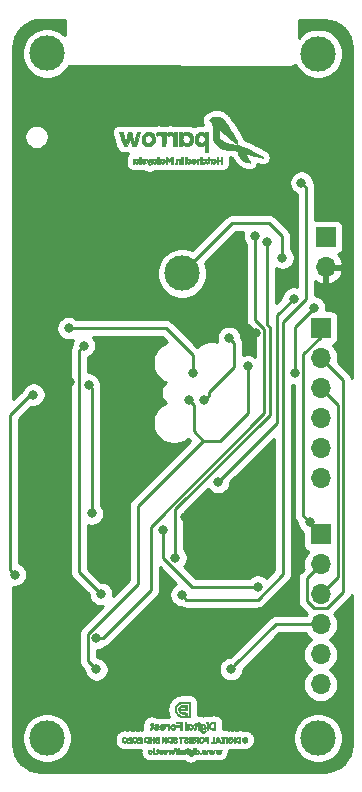
<source format=gbl>
G04 #@! TF.GenerationSoftware,KiCad,Pcbnew,(5.1.4)-1*
G04 #@! TF.CreationDate,2019-12-14T01:31:00+08:00*
G04 #@! TF.ProjectId,esp-break,6573702d-6272-4656-916b-2e6b69636164,rev?*
G04 #@! TF.SameCoordinates,Original*
G04 #@! TF.FileFunction,Copper,L2,Bot*
G04 #@! TF.FilePolarity,Positive*
%FSLAX46Y46*%
G04 Gerber Fmt 4.6, Leading zero omitted, Abs format (unit mm)*
G04 Created by KiCad (PCBNEW (5.1.4)-1) date 2019-12-14 01:31:00*
%MOMM*%
%LPD*%
G04 APERTURE LIST*
%ADD10C,0.010000*%
%ADD11C,3.000000*%
%ADD12R,1.700000X1.700000*%
%ADD13O,1.700000X1.700000*%
%ADD14C,0.800000*%
%ADD15C,0.250000*%
%ADD16C,0.254000*%
G04 APERTURE END LIST*
D10*
G36*
X121841350Y-112188813D02*
G01*
X121811765Y-112206498D01*
X121795993Y-112225963D01*
X121799841Y-112242548D01*
X121813048Y-112258298D01*
X121835906Y-112276906D01*
X121857847Y-112273593D01*
X121865071Y-112269424D01*
X121897323Y-112261784D01*
X121924948Y-112274648D01*
X121942535Y-112300310D01*
X121944673Y-112331061D01*
X121927318Y-112358093D01*
X121903764Y-112369303D01*
X121873595Y-112362166D01*
X121868363Y-112359855D01*
X121837365Y-112350630D01*
X121813186Y-112360415D01*
X121804164Y-112368034D01*
X121785804Y-112387005D01*
X121788004Y-112400682D01*
X121807557Y-112417954D01*
X121854801Y-112439799D01*
X121910061Y-112442009D01*
X121961713Y-112425217D01*
X121984141Y-112408342D01*
X122012625Y-112361917D01*
X122020676Y-112306782D01*
X122008368Y-112252967D01*
X121982704Y-112216453D01*
X121940286Y-112191491D01*
X121889533Y-112182066D01*
X121841350Y-112188813D01*
X121841350Y-112188813D01*
G37*
X121841350Y-112188813D02*
X121811765Y-112206498D01*
X121795993Y-112225963D01*
X121799841Y-112242548D01*
X121813048Y-112258298D01*
X121835906Y-112276906D01*
X121857847Y-112273593D01*
X121865071Y-112269424D01*
X121897323Y-112261784D01*
X121924948Y-112274648D01*
X121942535Y-112300310D01*
X121944673Y-112331061D01*
X121927318Y-112358093D01*
X121903764Y-112369303D01*
X121873595Y-112362166D01*
X121868363Y-112359855D01*
X121837365Y-112350630D01*
X121813186Y-112360415D01*
X121804164Y-112368034D01*
X121785804Y-112387005D01*
X121788004Y-112400682D01*
X121807557Y-112417954D01*
X121854801Y-112439799D01*
X121910061Y-112442009D01*
X121961713Y-112425217D01*
X121984141Y-112408342D01*
X122012625Y-112361917D01*
X122020676Y-112306782D01*
X122008368Y-112252967D01*
X121982704Y-112216453D01*
X121940286Y-112191491D01*
X121889533Y-112182066D01*
X121841350Y-112188813D01*
G36*
X112072413Y-112093097D02*
G01*
X112019580Y-112126372D01*
X111985826Y-112175069D01*
X111980049Y-112192678D01*
X111975859Y-112256022D01*
X111996081Y-112308271D01*
X112038166Y-112346669D01*
X112099565Y-112368460D01*
X112146347Y-112372422D01*
X112203852Y-112380599D01*
X112240391Y-112404197D01*
X112253859Y-112441815D01*
X112253889Y-112443986D01*
X112251717Y-112456388D01*
X112241810Y-112464330D01*
X112219080Y-112468791D01*
X112178441Y-112470754D01*
X112114806Y-112471200D01*
X111971666Y-112471200D01*
X111971666Y-112555867D01*
X112339792Y-112555867D01*
X112335646Y-112454062D01*
X112332753Y-112400731D01*
X112327356Y-112367500D01*
X112316301Y-112346254D01*
X112296434Y-112328878D01*
X112283552Y-112320006D01*
X112223589Y-112293542D01*
X112180319Y-112287756D01*
X112119331Y-112280685D01*
X112082680Y-112259505D01*
X112070444Y-112224259D01*
X112070444Y-112224256D01*
X112082183Y-112190436D01*
X112112066Y-112168598D01*
X112152093Y-112160096D01*
X112194264Y-112166284D01*
X112230578Y-112188515D01*
X112237256Y-112196034D01*
X112272794Y-112224429D01*
X112301781Y-112231311D01*
X112330460Y-112223256D01*
X112340051Y-112202399D01*
X112333394Y-112173706D01*
X112313329Y-112142143D01*
X112282697Y-112112674D01*
X112244337Y-112090266D01*
X112216241Y-112081769D01*
X112139556Y-112077483D01*
X112072413Y-112093097D01*
X112072413Y-112093097D01*
G37*
X112072413Y-112093097D02*
X112019580Y-112126372D01*
X111985826Y-112175069D01*
X111980049Y-112192678D01*
X111975859Y-112256022D01*
X111996081Y-112308271D01*
X112038166Y-112346669D01*
X112099565Y-112368460D01*
X112146347Y-112372422D01*
X112203852Y-112380599D01*
X112240391Y-112404197D01*
X112253859Y-112441815D01*
X112253889Y-112443986D01*
X112251717Y-112456388D01*
X112241810Y-112464330D01*
X112219080Y-112468791D01*
X112178441Y-112470754D01*
X112114806Y-112471200D01*
X111971666Y-112471200D01*
X111971666Y-112555867D01*
X112339792Y-112555867D01*
X112335646Y-112454062D01*
X112332753Y-112400731D01*
X112327356Y-112367500D01*
X112316301Y-112346254D01*
X112296434Y-112328878D01*
X112283552Y-112320006D01*
X112223589Y-112293542D01*
X112180319Y-112287756D01*
X112119331Y-112280685D01*
X112082680Y-112259505D01*
X112070444Y-112224259D01*
X112070444Y-112224256D01*
X112082183Y-112190436D01*
X112112066Y-112168598D01*
X112152093Y-112160096D01*
X112194264Y-112166284D01*
X112230578Y-112188515D01*
X112237256Y-112196034D01*
X112272794Y-112224429D01*
X112301781Y-112231311D01*
X112330460Y-112223256D01*
X112340051Y-112202399D01*
X112333394Y-112173706D01*
X112313329Y-112142143D01*
X112282697Y-112112674D01*
X112244337Y-112090266D01*
X112216241Y-112081769D01*
X112139556Y-112077483D01*
X112072413Y-112093097D01*
G36*
X112961068Y-112081267D02*
G01*
X112901025Y-112102366D01*
X112855238Y-112137391D01*
X112840437Y-112158943D01*
X112820643Y-112221330D01*
X112826426Y-112277093D01*
X112855334Y-112322907D01*
X112904916Y-112355443D01*
X112972719Y-112371375D01*
X112997755Y-112372422D01*
X113054883Y-112380059D01*
X113089570Y-112402429D01*
X113100555Y-112436419D01*
X113099642Y-112452203D01*
X113093469Y-112462301D01*
X113076882Y-112467983D01*
X113044729Y-112470518D01*
X112991858Y-112471177D01*
X112959444Y-112471200D01*
X112818333Y-112471200D01*
X112818333Y-112555867D01*
X113186458Y-112555867D01*
X113182312Y-112454062D01*
X113179420Y-112400731D01*
X113174023Y-112367500D01*
X113162967Y-112346254D01*
X113143101Y-112328878D01*
X113130218Y-112320006D01*
X113070256Y-112293542D01*
X113026985Y-112287756D01*
X112965998Y-112280685D01*
X112929347Y-112259505D01*
X112917111Y-112224259D01*
X112917111Y-112224256D01*
X112928850Y-112190436D01*
X112958732Y-112168598D01*
X112998759Y-112160096D01*
X113040930Y-112166284D01*
X113077245Y-112188515D01*
X113083923Y-112196034D01*
X113119461Y-112224429D01*
X113148447Y-112231311D01*
X113177149Y-112222722D01*
X113187182Y-112200617D01*
X113180733Y-112170493D01*
X113159991Y-112137845D01*
X113127147Y-112108168D01*
X113092018Y-112089637D01*
X113027391Y-112076291D01*
X112961068Y-112081267D01*
X112961068Y-112081267D01*
G37*
X112961068Y-112081267D02*
X112901025Y-112102366D01*
X112855238Y-112137391D01*
X112840437Y-112158943D01*
X112820643Y-112221330D01*
X112826426Y-112277093D01*
X112855334Y-112322907D01*
X112904916Y-112355443D01*
X112972719Y-112371375D01*
X112997755Y-112372422D01*
X113054883Y-112380059D01*
X113089570Y-112402429D01*
X113100555Y-112436419D01*
X113099642Y-112452203D01*
X113093469Y-112462301D01*
X113076882Y-112467983D01*
X113044729Y-112470518D01*
X112991858Y-112471177D01*
X112959444Y-112471200D01*
X112818333Y-112471200D01*
X112818333Y-112555867D01*
X113186458Y-112555867D01*
X113182312Y-112454062D01*
X113179420Y-112400731D01*
X113174023Y-112367500D01*
X113162967Y-112346254D01*
X113143101Y-112328878D01*
X113130218Y-112320006D01*
X113070256Y-112293542D01*
X113026985Y-112287756D01*
X112965998Y-112280685D01*
X112929347Y-112259505D01*
X112917111Y-112224259D01*
X112917111Y-112224256D01*
X112928850Y-112190436D01*
X112958732Y-112168598D01*
X112998759Y-112160096D01*
X113040930Y-112166284D01*
X113077245Y-112188515D01*
X113083923Y-112196034D01*
X113119461Y-112224429D01*
X113148447Y-112231311D01*
X113177149Y-112222722D01*
X113187182Y-112200617D01*
X113180733Y-112170493D01*
X113159991Y-112137845D01*
X113127147Y-112108168D01*
X113092018Y-112089637D01*
X113027391Y-112076291D01*
X112961068Y-112081267D01*
G36*
X113643254Y-112084133D02*
G01*
X113560121Y-112088083D01*
X113498777Y-112100168D01*
X113453341Y-112122972D01*
X113417933Y-112159076D01*
X113396650Y-112192419D01*
X113378200Y-112232451D01*
X113370304Y-112273817D01*
X113370723Y-112329065D01*
X113371108Y-112335401D01*
X113383797Y-112415000D01*
X113411936Y-112474960D01*
X113457833Y-112517058D01*
X113523791Y-112543074D01*
X113612115Y-112554786D01*
X113656890Y-112555867D01*
X113778571Y-112555867D01*
X113772335Y-112174867D01*
X113679111Y-112174867D01*
X113679111Y-112457089D01*
X113603959Y-112457089D01*
X113555155Y-112454537D01*
X113523151Y-112444406D01*
X113496790Y-112422979D01*
X113494598Y-112420674D01*
X113471890Y-112388628D01*
X113461897Y-112349041D01*
X113460389Y-112313619D01*
X113469866Y-112250047D01*
X113498919Y-112206330D01*
X113548475Y-112181604D01*
X113609342Y-112174867D01*
X113679111Y-112174867D01*
X113772335Y-112174867D01*
X113770833Y-112083145D01*
X113643254Y-112084133D01*
X113643254Y-112084133D01*
G37*
X113643254Y-112084133D02*
X113560121Y-112088083D01*
X113498777Y-112100168D01*
X113453341Y-112122972D01*
X113417933Y-112159076D01*
X113396650Y-112192419D01*
X113378200Y-112232451D01*
X113370304Y-112273817D01*
X113370723Y-112329065D01*
X113371108Y-112335401D01*
X113383797Y-112415000D01*
X113411936Y-112474960D01*
X113457833Y-112517058D01*
X113523791Y-112543074D01*
X113612115Y-112554786D01*
X113656890Y-112555867D01*
X113778571Y-112555867D01*
X113772335Y-112174867D01*
X113679111Y-112174867D01*
X113679111Y-112457089D01*
X113603959Y-112457089D01*
X113555155Y-112454537D01*
X113523151Y-112444406D01*
X113496790Y-112422979D01*
X113494598Y-112420674D01*
X113471890Y-112388628D01*
X113461897Y-112349041D01*
X113460389Y-112313619D01*
X113469866Y-112250047D01*
X113498919Y-112206330D01*
X113548475Y-112181604D01*
X113609342Y-112174867D01*
X113679111Y-112174867D01*
X113772335Y-112174867D01*
X113770833Y-112083145D01*
X113643254Y-112084133D01*
G36*
X114144777Y-112273645D02*
G01*
X113933111Y-112273645D01*
X113933111Y-112090200D01*
X113834333Y-112090200D01*
X113834333Y-112555867D01*
X113933111Y-112555867D01*
X113933111Y-112372422D01*
X114144777Y-112372422D01*
X114144777Y-112555867D01*
X114229444Y-112555867D01*
X114229444Y-112090200D01*
X114144777Y-112090200D01*
X114144777Y-112273645D01*
X114144777Y-112273645D01*
G37*
X114144777Y-112273645D02*
X113933111Y-112273645D01*
X113933111Y-112090200D01*
X113834333Y-112090200D01*
X113834333Y-112555867D01*
X113933111Y-112555867D01*
X113933111Y-112372422D01*
X114144777Y-112372422D01*
X114144777Y-112555867D01*
X114229444Y-112555867D01*
X114229444Y-112090200D01*
X114144777Y-112090200D01*
X114144777Y-112273645D01*
G36*
X114456989Y-112085605D02*
G01*
X114397802Y-112092759D01*
X114367194Y-112102334D01*
X114327911Y-112136958D01*
X114305292Y-112184558D01*
X114301830Y-112235838D01*
X114319365Y-112280624D01*
X114330406Y-112302323D01*
X114326123Y-112325360D01*
X114312363Y-112350348D01*
X114290088Y-112398700D01*
X114289809Y-112442127D01*
X114306627Y-112484482D01*
X114329734Y-112514733D01*
X114365365Y-112535723D01*
X114417740Y-112548695D01*
X114491077Y-112554887D01*
X114549391Y-112555867D01*
X114681682Y-112555867D01*
X114678449Y-112358311D01*
X114582222Y-112358311D01*
X114582222Y-112471200D01*
X114519641Y-112471200D01*
X114471606Y-112468048D01*
X114429419Y-112460205D01*
X114420863Y-112457438D01*
X114391708Y-112434828D01*
X114385819Y-112403358D01*
X114401600Y-112375245D01*
X114424221Y-112365997D01*
X114464889Y-112359846D01*
X114500378Y-112358311D01*
X114582222Y-112358311D01*
X114678449Y-112358311D01*
X114677063Y-112273645D01*
X114582222Y-112273645D01*
X114514363Y-112273645D01*
X114468425Y-112269888D01*
X114431258Y-112260402D01*
X114421107Y-112255073D01*
X114402816Y-112229063D01*
X114400913Y-112209212D01*
X114408209Y-112193713D01*
X114427061Y-112184552D01*
X114464011Y-112179519D01*
X114494169Y-112177721D01*
X114582222Y-112173520D01*
X114582222Y-112273645D01*
X114677063Y-112273645D01*
X114673944Y-112083145D01*
X114538497Y-112083145D01*
X114456989Y-112085605D01*
X114456989Y-112085605D01*
G37*
X114456989Y-112085605D02*
X114397802Y-112092759D01*
X114367194Y-112102334D01*
X114327911Y-112136958D01*
X114305292Y-112184558D01*
X114301830Y-112235838D01*
X114319365Y-112280624D01*
X114330406Y-112302323D01*
X114326123Y-112325360D01*
X114312363Y-112350348D01*
X114290088Y-112398700D01*
X114289809Y-112442127D01*
X114306627Y-112484482D01*
X114329734Y-112514733D01*
X114365365Y-112535723D01*
X114417740Y-112548695D01*
X114491077Y-112554887D01*
X114549391Y-112555867D01*
X114681682Y-112555867D01*
X114678449Y-112358311D01*
X114582222Y-112358311D01*
X114582222Y-112471200D01*
X114519641Y-112471200D01*
X114471606Y-112468048D01*
X114429419Y-112460205D01*
X114420863Y-112457438D01*
X114391708Y-112434828D01*
X114385819Y-112403358D01*
X114401600Y-112375245D01*
X114424221Y-112365997D01*
X114464889Y-112359846D01*
X114500378Y-112358311D01*
X114582222Y-112358311D01*
X114678449Y-112358311D01*
X114677063Y-112273645D01*
X114582222Y-112273645D01*
X114514363Y-112273645D01*
X114468425Y-112269888D01*
X114431258Y-112260402D01*
X114421107Y-112255073D01*
X114402816Y-112229063D01*
X114400913Y-112209212D01*
X114408209Y-112193713D01*
X114427061Y-112184552D01*
X114464011Y-112179519D01*
X114494169Y-112177721D01*
X114582222Y-112173520D01*
X114582222Y-112273645D01*
X114677063Y-112273645D01*
X114673944Y-112083145D01*
X114538497Y-112083145D01*
X114456989Y-112085605D01*
G36*
X114878555Y-112315978D02*
G01*
X114878709Y-112403398D01*
X114879475Y-112466535D01*
X114881311Y-112509328D01*
X114884677Y-112535718D01*
X114890031Y-112549642D01*
X114897830Y-112555040D01*
X114906469Y-112555867D01*
X114928052Y-112544932D01*
X114962093Y-112511633D01*
X115009287Y-112455230D01*
X115047580Y-112405516D01*
X115160777Y-112255165D01*
X115160777Y-112555867D01*
X115260238Y-112555867D01*
X115252500Y-112083145D01*
X115217775Y-112083145D01*
X115198462Y-112088136D01*
X115174827Y-112105264D01*
X115143546Y-112137758D01*
X115101294Y-112188848D01*
X115076663Y-112220251D01*
X114970277Y-112357357D01*
X114962235Y-112076089D01*
X114878555Y-112076089D01*
X114878555Y-112315978D01*
X114878555Y-112315978D01*
G37*
X114878555Y-112315978D02*
X114878709Y-112403398D01*
X114879475Y-112466535D01*
X114881311Y-112509328D01*
X114884677Y-112535718D01*
X114890031Y-112549642D01*
X114897830Y-112555040D01*
X114906469Y-112555867D01*
X114928052Y-112544932D01*
X114962093Y-112511633D01*
X115009287Y-112455230D01*
X115047580Y-112405516D01*
X115160777Y-112255165D01*
X115160777Y-112555867D01*
X115260238Y-112555867D01*
X115252500Y-112083145D01*
X115217775Y-112083145D01*
X115198462Y-112088136D01*
X115174827Y-112105264D01*
X115143546Y-112137758D01*
X115101294Y-112188848D01*
X115076663Y-112220251D01*
X114970277Y-112357357D01*
X114962235Y-112076089D01*
X114878555Y-112076089D01*
X114878555Y-112315978D01*
G36*
X115587165Y-112084271D02*
G01*
X115510932Y-112087229D01*
X115455560Y-112096675D01*
X115413885Y-112115765D01*
X115378743Y-112147656D01*
X115346529Y-112190275D01*
X115328019Y-112222149D01*
X115318989Y-112255014D01*
X115317302Y-112299592D01*
X115318586Y-112330405D01*
X115330372Y-112411292D01*
X115357310Y-112472275D01*
X115401761Y-112515216D01*
X115466084Y-112541979D01*
X115552642Y-112554428D01*
X115604224Y-112555867D01*
X115725904Y-112555867D01*
X115719668Y-112174867D01*
X115626444Y-112174867D01*
X115626444Y-112457089D01*
X115551293Y-112457089D01*
X115501590Y-112454322D01*
X115469166Y-112443812D01*
X115444901Y-112423835D01*
X115413628Y-112371421D01*
X115404526Y-112310292D01*
X115419048Y-112250893D01*
X115420487Y-112248025D01*
X115449351Y-112206799D01*
X115487562Y-112183845D01*
X115542712Y-112175239D01*
X115562016Y-112174867D01*
X115626444Y-112174867D01*
X115719668Y-112174867D01*
X115718166Y-112083145D01*
X115587165Y-112084271D01*
X115587165Y-112084271D01*
G37*
X115587165Y-112084271D02*
X115510932Y-112087229D01*
X115455560Y-112096675D01*
X115413885Y-112115765D01*
X115378743Y-112147656D01*
X115346529Y-112190275D01*
X115328019Y-112222149D01*
X115318989Y-112255014D01*
X115317302Y-112299592D01*
X115318586Y-112330405D01*
X115330372Y-112411292D01*
X115357310Y-112472275D01*
X115401761Y-112515216D01*
X115466084Y-112541979D01*
X115552642Y-112554428D01*
X115604224Y-112555867D01*
X115725904Y-112555867D01*
X115719668Y-112174867D01*
X115626444Y-112174867D01*
X115626444Y-112457089D01*
X115551293Y-112457089D01*
X115501590Y-112454322D01*
X115469166Y-112443812D01*
X115444901Y-112423835D01*
X115413628Y-112371421D01*
X115404526Y-112310292D01*
X115419048Y-112250893D01*
X115420487Y-112248025D01*
X115449351Y-112206799D01*
X115487562Y-112183845D01*
X115542712Y-112175239D01*
X115562016Y-112174867D01*
X115626444Y-112174867D01*
X115719668Y-112174867D01*
X115718166Y-112083145D01*
X115587165Y-112084271D01*
G36*
X116317889Y-112174867D02*
G01*
X116459000Y-112174867D01*
X116459000Y-112555867D01*
X116543666Y-112555867D01*
X116543666Y-112174867D01*
X116684777Y-112174867D01*
X116684777Y-112076089D01*
X116317889Y-112076089D01*
X116317889Y-112174867D01*
X116317889Y-112174867D01*
G37*
X116317889Y-112174867D02*
X116459000Y-112174867D01*
X116459000Y-112555867D01*
X116543666Y-112555867D01*
X116543666Y-112174867D01*
X116684777Y-112174867D01*
X116684777Y-112076089D01*
X116317889Y-112076089D01*
X116317889Y-112174867D01*
G36*
X117164555Y-112174867D02*
G01*
X117418555Y-112174867D01*
X117418555Y-112273645D01*
X117164555Y-112273645D01*
X117164555Y-112357213D01*
X117288027Y-112361290D01*
X117411500Y-112365367D01*
X117415922Y-112411228D01*
X117420343Y-112457089D01*
X117164555Y-112457089D01*
X117164555Y-112555867D01*
X117503222Y-112555867D01*
X117503222Y-112076089D01*
X117164555Y-112076089D01*
X117164555Y-112174867D01*
X117164555Y-112174867D01*
G37*
X117164555Y-112174867D02*
X117418555Y-112174867D01*
X117418555Y-112273645D01*
X117164555Y-112273645D01*
X117164555Y-112357213D01*
X117288027Y-112361290D01*
X117411500Y-112365367D01*
X117415922Y-112411228D01*
X117420343Y-112457089D01*
X117164555Y-112457089D01*
X117164555Y-112555867D01*
X117503222Y-112555867D01*
X117503222Y-112076089D01*
X117164555Y-112076089D01*
X117164555Y-112174867D01*
G36*
X117716517Y-112085972D02*
G01*
X117656769Y-112095920D01*
X117614569Y-112115188D01*
X117584794Y-112145975D01*
X117565138Y-112183536D01*
X117553073Y-112241860D01*
X117561841Y-112299469D01*
X117589027Y-112347511D01*
X117615943Y-112369713D01*
X117656404Y-112392934D01*
X117593924Y-112466068D01*
X117562558Y-112503916D01*
X117540130Y-112533142D01*
X117531445Y-112547481D01*
X117531444Y-112547534D01*
X117543921Y-112552871D01*
X117574856Y-112555653D01*
X117584361Y-112555771D01*
X117614671Y-112553232D01*
X117639484Y-112542450D01*
X117666222Y-112518483D01*
X117700777Y-112478256D01*
X117739953Y-112434088D01*
X117770176Y-112409769D01*
X117797112Y-112401007D01*
X117803083Y-112400740D01*
X117825278Y-112402292D01*
X117836832Y-112411706D01*
X117841212Y-112435910D01*
X117841889Y-112478256D01*
X117841889Y-112555867D01*
X117941349Y-112555867D01*
X117937423Y-112315978D01*
X117841889Y-112315978D01*
X117766465Y-112315978D01*
X117715098Y-112312859D01*
X117682362Y-112301792D01*
X117665113Y-112287328D01*
X117647533Y-112258363D01*
X117650994Y-112225162D01*
X117652627Y-112220301D01*
X117662385Y-112199052D01*
X117677884Y-112186980D01*
X117706717Y-112180894D01*
X117753978Y-112177721D01*
X117841889Y-112173520D01*
X117841889Y-112315978D01*
X117937423Y-112315978D01*
X117933611Y-112083145D01*
X117798932Y-112083145D01*
X117716517Y-112085972D01*
X117716517Y-112085972D01*
G37*
X117716517Y-112085972D02*
X117656769Y-112095920D01*
X117614569Y-112115188D01*
X117584794Y-112145975D01*
X117565138Y-112183536D01*
X117553073Y-112241860D01*
X117561841Y-112299469D01*
X117589027Y-112347511D01*
X117615943Y-112369713D01*
X117656404Y-112392934D01*
X117593924Y-112466068D01*
X117562558Y-112503916D01*
X117540130Y-112533142D01*
X117531445Y-112547481D01*
X117531444Y-112547534D01*
X117543921Y-112552871D01*
X117574856Y-112555653D01*
X117584361Y-112555771D01*
X117614671Y-112553232D01*
X117639484Y-112542450D01*
X117666222Y-112518483D01*
X117700777Y-112478256D01*
X117739953Y-112434088D01*
X117770176Y-112409769D01*
X117797112Y-112401007D01*
X117803083Y-112400740D01*
X117825278Y-112402292D01*
X117836832Y-112411706D01*
X117841212Y-112435910D01*
X117841889Y-112478256D01*
X117841889Y-112555867D01*
X117941349Y-112555867D01*
X117937423Y-112315978D01*
X117841889Y-112315978D01*
X117766465Y-112315978D01*
X117715098Y-112312859D01*
X117682362Y-112301792D01*
X117665113Y-112287328D01*
X117647533Y-112258363D01*
X117650994Y-112225162D01*
X117652627Y-112220301D01*
X117662385Y-112199052D01*
X117677884Y-112186980D01*
X117706717Y-112180894D01*
X117753978Y-112177721D01*
X117841889Y-112173520D01*
X117841889Y-112315978D01*
X117937423Y-112315978D01*
X117933611Y-112083145D01*
X117798932Y-112083145D01*
X117716517Y-112085972D01*
G36*
X118505111Y-112174867D02*
G01*
X118745000Y-112174867D01*
X118745000Y-112287756D01*
X118519222Y-112287756D01*
X118519222Y-112386534D01*
X118745000Y-112386534D01*
X118745000Y-112555867D01*
X118829666Y-112555867D01*
X118829666Y-112090200D01*
X118505111Y-112090200D01*
X118505111Y-112174867D01*
X118505111Y-112174867D01*
G37*
X118505111Y-112174867D02*
X118745000Y-112174867D01*
X118745000Y-112287756D01*
X118519222Y-112287756D01*
X118519222Y-112386534D01*
X118745000Y-112386534D01*
X118745000Y-112555867D01*
X118829666Y-112555867D01*
X118829666Y-112090200D01*
X118505111Y-112090200D01*
X118505111Y-112174867D01*
G36*
X119245944Y-112464145D02*
G01*
X119129527Y-112468243D01*
X119013111Y-112472342D01*
X119013111Y-112555867D01*
X119337666Y-112555867D01*
X119337666Y-112076089D01*
X119253796Y-112076089D01*
X119245944Y-112464145D01*
X119245944Y-112464145D01*
G37*
X119245944Y-112464145D02*
X119129527Y-112468243D01*
X119013111Y-112472342D01*
X119013111Y-112555867D01*
X119337666Y-112555867D01*
X119337666Y-112076089D01*
X119253796Y-112076089D01*
X119245944Y-112464145D01*
G36*
X119489252Y-112290582D02*
G01*
X119457412Y-112364380D01*
X119429063Y-112430397D01*
X119406303Y-112483717D01*
X119391235Y-112519424D01*
X119386439Y-112531172D01*
X119384551Y-112547563D01*
X119399926Y-112554604D01*
X119428613Y-112555867D01*
X119464853Y-112552463D01*
X119484348Y-112537524D01*
X119495003Y-112513534D01*
X119509761Y-112471200D01*
X119748357Y-112471200D01*
X119763114Y-112513534D01*
X119778208Y-112543194D01*
X119802362Y-112554563D01*
X119825880Y-112555867D01*
X119857982Y-112552987D01*
X119873599Y-112545930D01*
X119873889Y-112544705D01*
X119868569Y-112528680D01*
X119853820Y-112491203D01*
X119831457Y-112436705D01*
X119804468Y-112372422D01*
X119703115Y-112372422D01*
X119633280Y-112372422D01*
X119593264Y-112370188D01*
X119567998Y-112364480D01*
X119563444Y-112360121D01*
X119568823Y-112341450D01*
X119582744Y-112305817D01*
X119597342Y-112271926D01*
X119616437Y-112230491D01*
X119628124Y-112211758D01*
X119636176Y-112212517D01*
X119644365Y-112229557D01*
X119645054Y-112231311D01*
X119659840Y-112268163D01*
X119678165Y-112312728D01*
X119680991Y-112319506D01*
X119703115Y-112372422D01*
X119804468Y-112372422D01*
X119803292Y-112369622D01*
X119777148Y-112308344D01*
X119680408Y-112083145D01*
X119631506Y-112078916D01*
X119582605Y-112074686D01*
X119489252Y-112290582D01*
X119489252Y-112290582D01*
G37*
X119489252Y-112290582D02*
X119457412Y-112364380D01*
X119429063Y-112430397D01*
X119406303Y-112483717D01*
X119391235Y-112519424D01*
X119386439Y-112531172D01*
X119384551Y-112547563D01*
X119399926Y-112554604D01*
X119428613Y-112555867D01*
X119464853Y-112552463D01*
X119484348Y-112537524D01*
X119495003Y-112513534D01*
X119509761Y-112471200D01*
X119748357Y-112471200D01*
X119763114Y-112513534D01*
X119778208Y-112543194D01*
X119802362Y-112554563D01*
X119825880Y-112555867D01*
X119857982Y-112552987D01*
X119873599Y-112545930D01*
X119873889Y-112544705D01*
X119868569Y-112528680D01*
X119853820Y-112491203D01*
X119831457Y-112436705D01*
X119804468Y-112372422D01*
X119703115Y-112372422D01*
X119633280Y-112372422D01*
X119593264Y-112370188D01*
X119567998Y-112364480D01*
X119563444Y-112360121D01*
X119568823Y-112341450D01*
X119582744Y-112305817D01*
X119597342Y-112271926D01*
X119616437Y-112230491D01*
X119628124Y-112211758D01*
X119636176Y-112212517D01*
X119644365Y-112229557D01*
X119645054Y-112231311D01*
X119659840Y-112268163D01*
X119678165Y-112312728D01*
X119680991Y-112319506D01*
X119703115Y-112372422D01*
X119804468Y-112372422D01*
X119803292Y-112369622D01*
X119777148Y-112308344D01*
X119680408Y-112083145D01*
X119631506Y-112078916D01*
X119582605Y-112074686D01*
X119489252Y-112290582D01*
G36*
X120067916Y-112079207D02*
G01*
X119880944Y-112083145D01*
X119880944Y-112125478D01*
X119882857Y-112151145D01*
X119893559Y-112164265D01*
X119920494Y-112170016D01*
X119947972Y-112172112D01*
X120015000Y-112176413D01*
X120015000Y-112555867D01*
X120113777Y-112555867D01*
X120113777Y-112174867D01*
X120254889Y-112174867D01*
X120254889Y-112075270D01*
X120067916Y-112079207D01*
X120067916Y-112079207D01*
G37*
X120067916Y-112079207D02*
X119880944Y-112083145D01*
X119880944Y-112125478D01*
X119882857Y-112151145D01*
X119893559Y-112164265D01*
X119920494Y-112170016D01*
X119947972Y-112172112D01*
X120015000Y-112176413D01*
X120015000Y-112555867D01*
X120113777Y-112555867D01*
X120113777Y-112174867D01*
X120254889Y-112174867D01*
X120254889Y-112075270D01*
X120067916Y-112079207D01*
G36*
X120325444Y-112555867D02*
G01*
X120410111Y-112555867D01*
X120410111Y-112076089D01*
X120325444Y-112076089D01*
X120325444Y-112555867D01*
X120325444Y-112555867D01*
G37*
X120325444Y-112555867D02*
X120410111Y-112555867D01*
X120410111Y-112076089D01*
X120325444Y-112076089D01*
X120325444Y-112555867D01*
G36*
X120960444Y-112555867D02*
G01*
X121045111Y-112555867D01*
X121045111Y-112076089D01*
X120960444Y-112076089D01*
X120960444Y-112555867D01*
X120960444Y-112555867D01*
G37*
X120960444Y-112555867D02*
X121045111Y-112555867D01*
X121045111Y-112076089D01*
X120960444Y-112076089D01*
X120960444Y-112555867D01*
G36*
X121384674Y-112079365D02*
G01*
X121298797Y-112087869D01*
X121235155Y-112103938D01*
X121188176Y-112130309D01*
X121152287Y-112169724D01*
X121132383Y-112203412D01*
X121109752Y-112269988D01*
X121104502Y-112341673D01*
X121116375Y-112408596D01*
X121138914Y-112453275D01*
X121174618Y-112495546D01*
X121211409Y-112523776D01*
X121256472Y-112540985D01*
X121316988Y-112550195D01*
X121377723Y-112553701D01*
X121510777Y-112558591D01*
X121510777Y-112174867D01*
X121426111Y-112174867D01*
X121426111Y-112457089D01*
X121347858Y-112457089D01*
X121297369Y-112454576D01*
X121264040Y-112444829D01*
X121237083Y-112424539D01*
X121234969Y-112422453D01*
X121208213Y-112382927D01*
X121200333Y-112331549D01*
X121200333Y-112331394D01*
X121208435Y-112262630D01*
X121234073Y-112214956D01*
X121279241Y-112186457D01*
X121345936Y-112175215D01*
X121363275Y-112174867D01*
X121426111Y-112174867D01*
X121510777Y-112174867D01*
X121510777Y-112072174D01*
X121384674Y-112079365D01*
X121384674Y-112079365D01*
G37*
X121384674Y-112079365D02*
X121298797Y-112087869D01*
X121235155Y-112103938D01*
X121188176Y-112130309D01*
X121152287Y-112169724D01*
X121132383Y-112203412D01*
X121109752Y-112269988D01*
X121104502Y-112341673D01*
X121116375Y-112408596D01*
X121138914Y-112453275D01*
X121174618Y-112495546D01*
X121211409Y-112523776D01*
X121256472Y-112540985D01*
X121316988Y-112550195D01*
X121377723Y-112553701D01*
X121510777Y-112558591D01*
X121510777Y-112174867D01*
X121426111Y-112174867D01*
X121426111Y-112457089D01*
X121347858Y-112457089D01*
X121297369Y-112454576D01*
X121264040Y-112444829D01*
X121237083Y-112424539D01*
X121234969Y-112422453D01*
X121208213Y-112382927D01*
X121200333Y-112331549D01*
X121200333Y-112331394D01*
X121208435Y-112262630D01*
X121234073Y-112214956D01*
X121279241Y-112186457D01*
X121345936Y-112175215D01*
X121363275Y-112174867D01*
X121426111Y-112174867D01*
X121510777Y-112174867D01*
X121510777Y-112072174D01*
X121384674Y-112079365D01*
G36*
X121813785Y-112095476D02*
G01*
X121747459Y-112135198D01*
X121737648Y-112144037D01*
X121689158Y-112205978D01*
X121664756Y-112272382D01*
X121661828Y-112339531D01*
X121677760Y-112403708D01*
X121709939Y-112461195D01*
X121755751Y-112508275D01*
X121812583Y-112541230D01*
X121877822Y-112556342D01*
X121948855Y-112549895D01*
X122007058Y-112527267D01*
X122066782Y-112485229D01*
X122104280Y-112431719D01*
X122122174Y-112361999D01*
X122124164Y-112323509D01*
X122067063Y-112323509D01*
X122060843Y-112359245D01*
X122031966Y-112421595D01*
X121986419Y-112462030D01*
X121922380Y-112481862D01*
X121886839Y-112484417D01*
X121845504Y-112480013D01*
X121810860Y-112461275D01*
X121785365Y-112438165D01*
X121740652Y-112379567D01*
X121724134Y-112321053D01*
X121735790Y-112262097D01*
X121775599Y-112202171D01*
X121776115Y-112201593D01*
X121825712Y-112163809D01*
X121881190Y-112149165D01*
X121937415Y-112154816D01*
X121989250Y-112177920D01*
X122031560Y-112215632D01*
X122059210Y-112265109D01*
X122067063Y-112323509D01*
X122124164Y-112323509D01*
X122124611Y-112314880D01*
X122122780Y-112259788D01*
X122115316Y-112221805D01*
X122099266Y-112189947D01*
X122086048Y-112171500D01*
X122029148Y-112118219D01*
X121960734Y-112087467D01*
X121886912Y-112079726D01*
X121813785Y-112095476D01*
X121813785Y-112095476D01*
G37*
X121813785Y-112095476D02*
X121747459Y-112135198D01*
X121737648Y-112144037D01*
X121689158Y-112205978D01*
X121664756Y-112272382D01*
X121661828Y-112339531D01*
X121677760Y-112403708D01*
X121709939Y-112461195D01*
X121755751Y-112508275D01*
X121812583Y-112541230D01*
X121877822Y-112556342D01*
X121948855Y-112549895D01*
X122007058Y-112527267D01*
X122066782Y-112485229D01*
X122104280Y-112431719D01*
X122122174Y-112361999D01*
X122124164Y-112323509D01*
X122067063Y-112323509D01*
X122060843Y-112359245D01*
X122031966Y-112421595D01*
X121986419Y-112462030D01*
X121922380Y-112481862D01*
X121886839Y-112484417D01*
X121845504Y-112480013D01*
X121810860Y-112461275D01*
X121785365Y-112438165D01*
X121740652Y-112379567D01*
X121724134Y-112321053D01*
X121735790Y-112262097D01*
X121775599Y-112202171D01*
X121776115Y-112201593D01*
X121825712Y-112163809D01*
X121881190Y-112149165D01*
X121937415Y-112154816D01*
X121989250Y-112177920D01*
X122031560Y-112215632D01*
X122059210Y-112265109D01*
X122067063Y-112323509D01*
X122124164Y-112323509D01*
X122124611Y-112314880D01*
X122122780Y-112259788D01*
X122115316Y-112221805D01*
X122099266Y-112189947D01*
X122086048Y-112171500D01*
X122029148Y-112118219D01*
X121960734Y-112087467D01*
X121886912Y-112079726D01*
X121813785Y-112095476D01*
G36*
X111679497Y-112081503D02*
G01*
X111619577Y-112106423D01*
X111569995Y-112151325D01*
X111552840Y-112177771D01*
X111535688Y-112229099D01*
X111527761Y-112295101D01*
X111529002Y-112364904D01*
X111539354Y-112427633D01*
X111554359Y-112465760D01*
X111601359Y-112519382D01*
X111662974Y-112552122D01*
X111732514Y-112561609D01*
X111791883Y-112549972D01*
X111831324Y-112533514D01*
X111860998Y-112517249D01*
X111864667Y-112514501D01*
X111897841Y-112470686D01*
X111919464Y-112408745D01*
X111928678Y-112336667D01*
X111927657Y-112317955D01*
X111830555Y-112317955D01*
X111828402Y-112372177D01*
X111820361Y-112407717D01*
X111804061Y-112433897D01*
X111799873Y-112438541D01*
X111757105Y-112466141D01*
X111709147Y-112468250D01*
X111662732Y-112444959D01*
X111653525Y-112436564D01*
X111633093Y-112411170D01*
X111622586Y-112381001D01*
X111619039Y-112335922D01*
X111618889Y-112318183D01*
X111625046Y-112249843D01*
X111645018Y-112203626D01*
X111681054Y-112175907D01*
X111713203Y-112166277D01*
X111750061Y-112164743D01*
X111780293Y-112180801D01*
X111794342Y-112193815D01*
X111815035Y-112218657D01*
X111826012Y-112246739D01*
X111830151Y-112287920D01*
X111830555Y-112317955D01*
X111927657Y-112317955D01*
X111924627Y-112262446D01*
X111906453Y-112194071D01*
X111900487Y-112180634D01*
X111860250Y-112126130D01*
X111805937Y-112091407D01*
X111743652Y-112076514D01*
X111679497Y-112081503D01*
X111679497Y-112081503D01*
G37*
X111679497Y-112081503D02*
X111619577Y-112106423D01*
X111569995Y-112151325D01*
X111552840Y-112177771D01*
X111535688Y-112229099D01*
X111527761Y-112295101D01*
X111529002Y-112364904D01*
X111539354Y-112427633D01*
X111554359Y-112465760D01*
X111601359Y-112519382D01*
X111662974Y-112552122D01*
X111732514Y-112561609D01*
X111791883Y-112549972D01*
X111831324Y-112533514D01*
X111860998Y-112517249D01*
X111864667Y-112514501D01*
X111897841Y-112470686D01*
X111919464Y-112408745D01*
X111928678Y-112336667D01*
X111927657Y-112317955D01*
X111830555Y-112317955D01*
X111828402Y-112372177D01*
X111820361Y-112407717D01*
X111804061Y-112433897D01*
X111799873Y-112438541D01*
X111757105Y-112466141D01*
X111709147Y-112468250D01*
X111662732Y-112444959D01*
X111653525Y-112436564D01*
X111633093Y-112411170D01*
X111622586Y-112381001D01*
X111619039Y-112335922D01*
X111618889Y-112318183D01*
X111625046Y-112249843D01*
X111645018Y-112203626D01*
X111681054Y-112175907D01*
X111713203Y-112166277D01*
X111750061Y-112164743D01*
X111780293Y-112180801D01*
X111794342Y-112193815D01*
X111815035Y-112218657D01*
X111826012Y-112246739D01*
X111830151Y-112287920D01*
X111830555Y-112317955D01*
X111927657Y-112317955D01*
X111924627Y-112262446D01*
X111906453Y-112194071D01*
X111900487Y-112180634D01*
X111860250Y-112126130D01*
X111805937Y-112091407D01*
X111743652Y-112076514D01*
X111679497Y-112081503D01*
G36*
X112531865Y-112080550D02*
G01*
X112471249Y-112103636D01*
X112421417Y-112146566D01*
X112408540Y-112164969D01*
X112393392Y-112197473D01*
X112384752Y-112238518D01*
X112381229Y-112296219D01*
X112380941Y-112326070D01*
X112381628Y-112384501D01*
X112385223Y-112423121D01*
X112393933Y-112450332D01*
X112409963Y-112474536D01*
X112424383Y-112491533D01*
X112464661Y-112527020D01*
X112509663Y-112552099D01*
X112519633Y-112555445D01*
X112554859Y-112565027D01*
X112577329Y-112567852D01*
X112600005Y-112563306D01*
X112635850Y-112550774D01*
X112638550Y-112549809D01*
X112694516Y-112524690D01*
X112730959Y-112493285D01*
X112756555Y-112448065D01*
X112757019Y-112446959D01*
X112770539Y-112393261D01*
X112775431Y-112325806D01*
X112775393Y-112325067D01*
X112686320Y-112325067D01*
X112678235Y-112379483D01*
X112662144Y-112425842D01*
X112640426Y-112454625D01*
X112637998Y-112456193D01*
X112587690Y-112470499D01*
X112535803Y-112460691D01*
X112500192Y-112436564D01*
X112477543Y-112406799D01*
X112467360Y-112369970D01*
X112465555Y-112331394D01*
X112468694Y-112282276D01*
X112476629Y-112239668D01*
X112481222Y-112226476D01*
X112509730Y-112191732D01*
X112552276Y-112167127D01*
X112584261Y-112160756D01*
X112619553Y-112173215D01*
X112653071Y-112205107D01*
X112677441Y-112248202D01*
X112684018Y-112272111D01*
X112686320Y-112325067D01*
X112775393Y-112325067D01*
X112771863Y-112256662D01*
X112760001Y-112197897D01*
X112753331Y-112180750D01*
X112713998Y-112127408D01*
X112659681Y-112092731D01*
X112596823Y-112077014D01*
X112531865Y-112080550D01*
X112531865Y-112080550D01*
G37*
X112531865Y-112080550D02*
X112471249Y-112103636D01*
X112421417Y-112146566D01*
X112408540Y-112164969D01*
X112393392Y-112197473D01*
X112384752Y-112238518D01*
X112381229Y-112296219D01*
X112380941Y-112326070D01*
X112381628Y-112384501D01*
X112385223Y-112423121D01*
X112393933Y-112450332D01*
X112409963Y-112474536D01*
X112424383Y-112491533D01*
X112464661Y-112527020D01*
X112509663Y-112552099D01*
X112519633Y-112555445D01*
X112554859Y-112565027D01*
X112577329Y-112567852D01*
X112600005Y-112563306D01*
X112635850Y-112550774D01*
X112638550Y-112549809D01*
X112694516Y-112524690D01*
X112730959Y-112493285D01*
X112756555Y-112448065D01*
X112757019Y-112446959D01*
X112770539Y-112393261D01*
X112775431Y-112325806D01*
X112775393Y-112325067D01*
X112686320Y-112325067D01*
X112678235Y-112379483D01*
X112662144Y-112425842D01*
X112640426Y-112454625D01*
X112637998Y-112456193D01*
X112587690Y-112470499D01*
X112535803Y-112460691D01*
X112500192Y-112436564D01*
X112477543Y-112406799D01*
X112467360Y-112369970D01*
X112465555Y-112331394D01*
X112468694Y-112282276D01*
X112476629Y-112239668D01*
X112481222Y-112226476D01*
X112509730Y-112191732D01*
X112552276Y-112167127D01*
X112584261Y-112160756D01*
X112619553Y-112173215D01*
X112653071Y-112205107D01*
X112677441Y-112248202D01*
X112684018Y-112272111D01*
X112686320Y-112325067D01*
X112775393Y-112325067D01*
X112771863Y-112256662D01*
X112760001Y-112197897D01*
X112753331Y-112180750D01*
X112713998Y-112127408D01*
X112659681Y-112092731D01*
X112596823Y-112077014D01*
X112531865Y-112080550D01*
G36*
X115907356Y-112074019D02*
G01*
X115854959Y-112091099D01*
X115842358Y-112098986D01*
X115807775Y-112132913D01*
X115800038Y-112162408D01*
X115819383Y-112186292D01*
X115824322Y-112189151D01*
X115853174Y-112197756D01*
X115878020Y-112184210D01*
X115878090Y-112184147D01*
X115916360Y-112161624D01*
X115960427Y-112152572D01*
X116002507Y-112156169D01*
X116034811Y-112171595D01*
X116049556Y-112198030D01*
X116049777Y-112202243D01*
X116041613Y-112228096D01*
X116014552Y-112247130D01*
X115964740Y-112261543D01*
X115936889Y-112266619D01*
X115865877Y-112283835D01*
X115817966Y-112309940D01*
X115788690Y-112347769D01*
X115781747Y-112365121D01*
X115773066Y-112427763D01*
X115788742Y-112481528D01*
X115825691Y-112524141D01*
X115880832Y-112553325D01*
X115951080Y-112566803D01*
X116033354Y-112562297D01*
X116045736Y-112560087D01*
X116074961Y-112547110D01*
X116109462Y-112522342D01*
X116140685Y-112493239D01*
X116160074Y-112467256D01*
X116162666Y-112458181D01*
X116151191Y-112441329D01*
X116127249Y-112426236D01*
X116099621Y-112418029D01*
X116076251Y-112426567D01*
X116055898Y-112443856D01*
X116015602Y-112468564D01*
X115969272Y-112478072D01*
X115924316Y-112473565D01*
X115888138Y-112456228D01*
X115868146Y-112427246D01*
X115866333Y-112413524D01*
X115876377Y-112387130D01*
X115908432Y-112367232D01*
X115965388Y-112352123D01*
X115972426Y-112350835D01*
X116048218Y-112331173D01*
X116099785Y-112302513D01*
X116130219Y-112262946D01*
X116135144Y-112250357D01*
X116141771Y-112190035D01*
X116121865Y-112136022D01*
X116080100Y-112094921D01*
X116031579Y-112075731D01*
X115970113Y-112068830D01*
X115907356Y-112074019D01*
X115907356Y-112074019D01*
G37*
X115907356Y-112074019D02*
X115854959Y-112091099D01*
X115842358Y-112098986D01*
X115807775Y-112132913D01*
X115800038Y-112162408D01*
X115819383Y-112186292D01*
X115824322Y-112189151D01*
X115853174Y-112197756D01*
X115878020Y-112184210D01*
X115878090Y-112184147D01*
X115916360Y-112161624D01*
X115960427Y-112152572D01*
X116002507Y-112156169D01*
X116034811Y-112171595D01*
X116049556Y-112198030D01*
X116049777Y-112202243D01*
X116041613Y-112228096D01*
X116014552Y-112247130D01*
X115964740Y-112261543D01*
X115936889Y-112266619D01*
X115865877Y-112283835D01*
X115817966Y-112309940D01*
X115788690Y-112347769D01*
X115781747Y-112365121D01*
X115773066Y-112427763D01*
X115788742Y-112481528D01*
X115825691Y-112524141D01*
X115880832Y-112553325D01*
X115951080Y-112566803D01*
X116033354Y-112562297D01*
X116045736Y-112560087D01*
X116074961Y-112547110D01*
X116109462Y-112522342D01*
X116140685Y-112493239D01*
X116160074Y-112467256D01*
X116162666Y-112458181D01*
X116151191Y-112441329D01*
X116127249Y-112426236D01*
X116099621Y-112418029D01*
X116076251Y-112426567D01*
X116055898Y-112443856D01*
X116015602Y-112468564D01*
X115969272Y-112478072D01*
X115924316Y-112473565D01*
X115888138Y-112456228D01*
X115868146Y-112427246D01*
X115866333Y-112413524D01*
X115876377Y-112387130D01*
X115908432Y-112367232D01*
X115965388Y-112352123D01*
X115972426Y-112350835D01*
X116048218Y-112331173D01*
X116099785Y-112302513D01*
X116130219Y-112262946D01*
X116135144Y-112250357D01*
X116141771Y-112190035D01*
X116121865Y-112136022D01*
X116080100Y-112094921D01*
X116031579Y-112075731D01*
X115970113Y-112068830D01*
X115907356Y-112074019D01*
G36*
X116875286Y-112068203D02*
G01*
X116811837Y-112087924D01*
X116780504Y-112106484D01*
X116748709Y-112136408D01*
X116744585Y-112161498D01*
X116768083Y-112182238D01*
X116772972Y-112184554D01*
X116803729Y-112190652D01*
X116838161Y-112178020D01*
X116847055Y-112172782D01*
X116901684Y-112149817D01*
X116948629Y-112153489D01*
X116983378Y-112177134D01*
X117013868Y-112207624D01*
X116983465Y-112232243D01*
X116951524Y-112248741D01*
X116905309Y-112262427D01*
X116881833Y-112266658D01*
X116815829Y-112284255D01*
X116768857Y-112311582D01*
X116742167Y-112338830D01*
X116729974Y-112368975D01*
X116727111Y-112413550D01*
X116731309Y-112463128D01*
X116746298Y-112496343D01*
X116758861Y-112510134D01*
X116822637Y-112551236D01*
X116898760Y-112567909D01*
X116984676Y-112559694D01*
X117004918Y-112554421D01*
X117040417Y-112536612D01*
X117075170Y-112507855D01*
X117100487Y-112476532D01*
X117108111Y-112454884D01*
X117096737Y-112440353D01*
X117074389Y-112427008D01*
X117045162Y-112419454D01*
X117020619Y-112432144D01*
X117012326Y-112439985D01*
X116971535Y-112466878D01*
X116923957Y-112478369D01*
X116877204Y-112475262D01*
X116838885Y-112458360D01*
X116816611Y-112428466D01*
X116814449Y-112419106D01*
X116816454Y-112396018D01*
X116832853Y-112378137D01*
X116867860Y-112363038D01*
X116925688Y-112348298D01*
X116944377Y-112344350D01*
X117018361Y-112321195D01*
X117066922Y-112287020D01*
X117090930Y-112241056D01*
X117094000Y-112212689D01*
X117081608Y-112157550D01*
X117048077Y-112113681D01*
X116998870Y-112082933D01*
X116939451Y-112067156D01*
X116875286Y-112068203D01*
X116875286Y-112068203D01*
G37*
X116875286Y-112068203D02*
X116811837Y-112087924D01*
X116780504Y-112106484D01*
X116748709Y-112136408D01*
X116744585Y-112161498D01*
X116768083Y-112182238D01*
X116772972Y-112184554D01*
X116803729Y-112190652D01*
X116838161Y-112178020D01*
X116847055Y-112172782D01*
X116901684Y-112149817D01*
X116948629Y-112153489D01*
X116983378Y-112177134D01*
X117013868Y-112207624D01*
X116983465Y-112232243D01*
X116951524Y-112248741D01*
X116905309Y-112262427D01*
X116881833Y-112266658D01*
X116815829Y-112284255D01*
X116768857Y-112311582D01*
X116742167Y-112338830D01*
X116729974Y-112368975D01*
X116727111Y-112413550D01*
X116731309Y-112463128D01*
X116746298Y-112496343D01*
X116758861Y-112510134D01*
X116822637Y-112551236D01*
X116898760Y-112567909D01*
X116984676Y-112559694D01*
X117004918Y-112554421D01*
X117040417Y-112536612D01*
X117075170Y-112507855D01*
X117100487Y-112476532D01*
X117108111Y-112454884D01*
X117096737Y-112440353D01*
X117074389Y-112427008D01*
X117045162Y-112419454D01*
X117020619Y-112432144D01*
X117012326Y-112439985D01*
X116971535Y-112466878D01*
X116923957Y-112478369D01*
X116877204Y-112475262D01*
X116838885Y-112458360D01*
X116816611Y-112428466D01*
X116814449Y-112419106D01*
X116816454Y-112396018D01*
X116832853Y-112378137D01*
X116867860Y-112363038D01*
X116925688Y-112348298D01*
X116944377Y-112344350D01*
X117018361Y-112321195D01*
X117066922Y-112287020D01*
X117090930Y-112241056D01*
X117094000Y-112212689D01*
X117081608Y-112157550D01*
X117048077Y-112113681D01*
X116998870Y-112082933D01*
X116939451Y-112067156D01*
X116875286Y-112068203D01*
G36*
X118207855Y-112079554D02*
G01*
X118126909Y-112095512D01*
X118065503Y-112131816D01*
X118023614Y-112188493D01*
X118001221Y-112265568D01*
X117997111Y-112326607D01*
X118007634Y-112409008D01*
X118040473Y-112475832D01*
X118095889Y-112529794D01*
X118148219Y-112553758D01*
X118214120Y-112563676D01*
X118282119Y-112558514D01*
X118314611Y-112549487D01*
X118376661Y-112513183D01*
X118421572Y-112459806D01*
X118449087Y-112394896D01*
X118454801Y-112353808D01*
X118362616Y-112353808D01*
X118355886Y-112386140D01*
X118337314Y-112415794D01*
X118328976Y-112425991D01*
X118298535Y-112456038D01*
X118266317Y-112468897D01*
X118229477Y-112471200D01*
X118172102Y-112463166D01*
X118130565Y-112438985D01*
X118101133Y-112401731D01*
X118086716Y-112349383D01*
X118085873Y-112342545D01*
X118088935Y-112273098D01*
X118112926Y-112217878D01*
X118154549Y-112180299D01*
X118210507Y-112163773D01*
X118255994Y-112166473D01*
X118306984Y-112185619D01*
X118340089Y-112222477D01*
X118357807Y-112280375D01*
X118360838Y-112306265D01*
X118362616Y-112353808D01*
X118454801Y-112353808D01*
X118458948Y-112323997D01*
X118450897Y-112252651D01*
X118424678Y-112186400D01*
X118380031Y-112130787D01*
X118335496Y-112100009D01*
X118283576Y-112082317D01*
X118218695Y-112078971D01*
X118207855Y-112079554D01*
X118207855Y-112079554D01*
G37*
X118207855Y-112079554D02*
X118126909Y-112095512D01*
X118065503Y-112131816D01*
X118023614Y-112188493D01*
X118001221Y-112265568D01*
X117997111Y-112326607D01*
X118007634Y-112409008D01*
X118040473Y-112475832D01*
X118095889Y-112529794D01*
X118148219Y-112553758D01*
X118214120Y-112563676D01*
X118282119Y-112558514D01*
X118314611Y-112549487D01*
X118376661Y-112513183D01*
X118421572Y-112459806D01*
X118449087Y-112394896D01*
X118454801Y-112353808D01*
X118362616Y-112353808D01*
X118355886Y-112386140D01*
X118337314Y-112415794D01*
X118328976Y-112425991D01*
X118298535Y-112456038D01*
X118266317Y-112468897D01*
X118229477Y-112471200D01*
X118172102Y-112463166D01*
X118130565Y-112438985D01*
X118101133Y-112401731D01*
X118086716Y-112349383D01*
X118085873Y-112342545D01*
X118088935Y-112273098D01*
X118112926Y-112217878D01*
X118154549Y-112180299D01*
X118210507Y-112163773D01*
X118255994Y-112166473D01*
X118306984Y-112185619D01*
X118340089Y-112222477D01*
X118357807Y-112280375D01*
X118360838Y-112306265D01*
X118362616Y-112353808D01*
X118454801Y-112353808D01*
X118458948Y-112323997D01*
X118450897Y-112252651D01*
X118424678Y-112186400D01*
X118380031Y-112130787D01*
X118335496Y-112100009D01*
X118283576Y-112082317D01*
X118218695Y-112078971D01*
X118207855Y-112079554D01*
G36*
X120591202Y-112084092D02*
G01*
X120540639Y-112104157D01*
X120506636Y-112128255D01*
X120496870Y-112147798D01*
X120509544Y-112169120D01*
X120519472Y-112178649D01*
X120541279Y-112192920D01*
X120564219Y-112189129D01*
X120579444Y-112181336D01*
X120628568Y-112165176D01*
X120684400Y-112162415D01*
X120732153Y-112173626D01*
X120735448Y-112175285D01*
X120769500Y-112207714D01*
X120794004Y-112258964D01*
X120804986Y-112320192D01*
X120805222Y-112330474D01*
X120792979Y-112391883D01*
X120758751Y-112438050D01*
X120706287Y-112465317D01*
X120660963Y-112471200D01*
X120608264Y-112465636D01*
X120577922Y-112446901D01*
X120565943Y-112411931D01*
X120565333Y-112397822D01*
X120567848Y-112372455D01*
X120580757Y-112361177D01*
X120612105Y-112358356D01*
X120621777Y-112358311D01*
X120657970Y-112356640D01*
X120674059Y-112347580D01*
X120678133Y-112325068D01*
X120678222Y-112315978D01*
X120678222Y-112273645D01*
X120480666Y-112273645D01*
X120480666Y-112385383D01*
X120481081Y-112441274D01*
X120483970Y-112476259D01*
X120491798Y-112497652D01*
X120507029Y-112512770D01*
X120528224Y-112526513D01*
X120600002Y-112555739D01*
X120679889Y-112563773D01*
X120755833Y-112549514D01*
X120822140Y-112511842D01*
X120868498Y-112454444D01*
X120890629Y-112397895D01*
X120900256Y-112316280D01*
X120887135Y-112237372D01*
X120853541Y-112167660D01*
X120801748Y-112113632D01*
X120787712Y-112104235D01*
X120729667Y-112082409D01*
X120660078Y-112075694D01*
X120591202Y-112084092D01*
X120591202Y-112084092D01*
G37*
X120591202Y-112084092D02*
X120540639Y-112104157D01*
X120506636Y-112128255D01*
X120496870Y-112147798D01*
X120509544Y-112169120D01*
X120519472Y-112178649D01*
X120541279Y-112192920D01*
X120564219Y-112189129D01*
X120579444Y-112181336D01*
X120628568Y-112165176D01*
X120684400Y-112162415D01*
X120732153Y-112173626D01*
X120735448Y-112175285D01*
X120769500Y-112207714D01*
X120794004Y-112258964D01*
X120804986Y-112320192D01*
X120805222Y-112330474D01*
X120792979Y-112391883D01*
X120758751Y-112438050D01*
X120706287Y-112465317D01*
X120660963Y-112471200D01*
X120608264Y-112465636D01*
X120577922Y-112446901D01*
X120565943Y-112411931D01*
X120565333Y-112397822D01*
X120567848Y-112372455D01*
X120580757Y-112361177D01*
X120612105Y-112358356D01*
X120621777Y-112358311D01*
X120657970Y-112356640D01*
X120674059Y-112347580D01*
X120678133Y-112325068D01*
X120678222Y-112315978D01*
X120678222Y-112273645D01*
X120480666Y-112273645D01*
X120480666Y-112385383D01*
X120481081Y-112441274D01*
X120483970Y-112476259D01*
X120491798Y-112497652D01*
X120507029Y-112512770D01*
X120528224Y-112526513D01*
X120600002Y-112555739D01*
X120679889Y-112563773D01*
X120755833Y-112549514D01*
X120822140Y-112511842D01*
X120868498Y-112454444D01*
X120890629Y-112397895D01*
X120900256Y-112316280D01*
X120887135Y-112237372D01*
X120853541Y-112167660D01*
X120801748Y-112113632D01*
X120787712Y-112104235D01*
X120729667Y-112082409D01*
X120660078Y-112075694D01*
X120591202Y-112084092D01*
G36*
X114119985Y-113032296D02*
G01*
X114110259Y-113053967D01*
X114109500Y-113070922D01*
X114114808Y-113103290D01*
X114133958Y-113116556D01*
X114138957Y-113117464D01*
X114170961Y-113111679D01*
X114185984Y-113100503D01*
X114198691Y-113068630D01*
X114189378Y-113040231D01*
X114162811Y-113024651D01*
X114147094Y-113024241D01*
X114119985Y-113032296D01*
X114119985Y-113032296D01*
G37*
X114119985Y-113032296D02*
X114110259Y-113053967D01*
X114109500Y-113070922D01*
X114114808Y-113103290D01*
X114133958Y-113116556D01*
X114138957Y-113117464D01*
X114170961Y-113111679D01*
X114185984Y-113100503D01*
X114198691Y-113068630D01*
X114189378Y-113040231D01*
X114162811Y-113024651D01*
X114147094Y-113024241D01*
X114119985Y-113032296D01*
G36*
X117038432Y-113035421D02*
G01*
X117026000Y-113053961D01*
X117030672Y-113086027D01*
X117050879Y-113112052D01*
X117072833Y-113120311D01*
X117096160Y-113110437D01*
X117107548Y-113099822D01*
X117121933Y-113067192D01*
X117111469Y-113041226D01*
X117079528Y-113028847D01*
X117072833Y-113028589D01*
X117038432Y-113035421D01*
X117038432Y-113035421D01*
G37*
X117038432Y-113035421D02*
X117026000Y-113053961D01*
X117030672Y-113086027D01*
X117050879Y-113112052D01*
X117072833Y-113120311D01*
X117096160Y-113110437D01*
X117107548Y-113099822D01*
X117121933Y-113067192D01*
X117111469Y-113041226D01*
X117079528Y-113028847D01*
X117072833Y-113028589D01*
X117038432Y-113035421D01*
G36*
X117548985Y-113032296D02*
G01*
X117539259Y-113053967D01*
X117538500Y-113070922D01*
X117543808Y-113103290D01*
X117562958Y-113116556D01*
X117567957Y-113117464D01*
X117599961Y-113111679D01*
X117614984Y-113100503D01*
X117627691Y-113068630D01*
X117618378Y-113040231D01*
X117591811Y-113024651D01*
X117576094Y-113024241D01*
X117548985Y-113032296D01*
X117548985Y-113032296D01*
G37*
X117548985Y-113032296D02*
X117539259Y-113053967D01*
X117538500Y-113070922D01*
X117543808Y-113103290D01*
X117562958Y-113116556D01*
X117567957Y-113117464D01*
X117599961Y-113111679D01*
X117614984Y-113100503D01*
X117627691Y-113068630D01*
X117618378Y-113040231D01*
X117591811Y-113024651D01*
X117576094Y-113024241D01*
X117548985Y-113032296D01*
G36*
X114102444Y-113487200D02*
G01*
X114187111Y-113487200D01*
X114187111Y-113148534D01*
X114102444Y-113148534D01*
X114102444Y-113487200D01*
X114102444Y-113487200D01*
G37*
X114102444Y-113487200D02*
X114187111Y-113487200D01*
X114187111Y-113148534D01*
X114102444Y-113148534D01*
X114102444Y-113487200D01*
G36*
X115365742Y-113154907D02*
G01*
X115339651Y-113165823D01*
X115322742Y-113183887D01*
X115324449Y-113206684D01*
X115330829Y-113222085D01*
X115346086Y-113247350D01*
X115364615Y-113250413D01*
X115380683Y-113244204D01*
X115412690Y-113237034D01*
X115445470Y-113250124D01*
X115449477Y-113252690D01*
X115467947Y-113267106D01*
X115478696Y-113285136D01*
X115483786Y-113314198D01*
X115485278Y-113361712D01*
X115485333Y-113381692D01*
X115485333Y-113487200D01*
X115570000Y-113487200D01*
X115570000Y-113161501D01*
X115517083Y-113162150D01*
X115465336Y-113160251D01*
X115414973Y-113154775D01*
X115414777Y-113154743D01*
X115365742Y-113154907D01*
X115365742Y-113154907D01*
G37*
X115365742Y-113154907D02*
X115339651Y-113165823D01*
X115322742Y-113183887D01*
X115324449Y-113206684D01*
X115330829Y-113222085D01*
X115346086Y-113247350D01*
X115364615Y-113250413D01*
X115380683Y-113244204D01*
X115412690Y-113237034D01*
X115445470Y-113250124D01*
X115449477Y-113252690D01*
X115467947Y-113267106D01*
X115478696Y-113285136D01*
X115483786Y-113314198D01*
X115485278Y-113361712D01*
X115485333Y-113381692D01*
X115485333Y-113487200D01*
X115570000Y-113487200D01*
X115570000Y-113161501D01*
X115517083Y-113162150D01*
X115465336Y-113160251D01*
X115414973Y-113154775D01*
X115414777Y-113154743D01*
X115365742Y-113154907D01*
G36*
X115970352Y-113020947D02*
G01*
X115945067Y-113038188D01*
X115945398Y-113066478D01*
X115949193Y-113074602D01*
X115970242Y-113095031D01*
X116001390Y-113095351D01*
X116036496Y-113096758D01*
X116051062Y-113107796D01*
X116063541Y-113139101D01*
X116051693Y-113156955D01*
X116014663Y-113162645D01*
X116014500Y-113162645D01*
X115981053Y-113165328D01*
X115967370Y-113177204D01*
X115965111Y-113197028D01*
X115970148Y-113221694D01*
X115990708Y-113232931D01*
X116010972Y-113235834D01*
X116056833Y-113240256D01*
X116064987Y-113487200D01*
X116148555Y-113487200D01*
X116148555Y-113360200D01*
X116149027Y-113299861D01*
X116151237Y-113262367D01*
X116156380Y-113242347D01*
X116165650Y-113234430D01*
X116176777Y-113233200D01*
X116198908Y-113224932D01*
X116205000Y-113197922D01*
X116198075Y-113169931D01*
X116178348Y-113162645D01*
X116156665Y-113152757D01*
X116143768Y-113120086D01*
X116142794Y-113115193D01*
X116120843Y-113060561D01*
X116080134Y-113026854D01*
X116021949Y-113015123D01*
X116020813Y-113015119D01*
X115970352Y-113020947D01*
X115970352Y-113020947D01*
G37*
X115970352Y-113020947D02*
X115945067Y-113038188D01*
X115945398Y-113066478D01*
X115949193Y-113074602D01*
X115970242Y-113095031D01*
X116001390Y-113095351D01*
X116036496Y-113096758D01*
X116051062Y-113107796D01*
X116063541Y-113139101D01*
X116051693Y-113156955D01*
X116014663Y-113162645D01*
X116014500Y-113162645D01*
X115981053Y-113165328D01*
X115967370Y-113177204D01*
X115965111Y-113197028D01*
X115970148Y-113221694D01*
X115990708Y-113232931D01*
X116010972Y-113235834D01*
X116056833Y-113240256D01*
X116064987Y-113487200D01*
X116148555Y-113487200D01*
X116148555Y-113360200D01*
X116149027Y-113299861D01*
X116151237Y-113262367D01*
X116156380Y-113242347D01*
X116165650Y-113234430D01*
X116176777Y-113233200D01*
X116198908Y-113224932D01*
X116205000Y-113197922D01*
X116198075Y-113169931D01*
X116178348Y-113162645D01*
X116156665Y-113152757D01*
X116143768Y-113120086D01*
X116142794Y-113115193D01*
X116120843Y-113060561D01*
X116080134Y-113026854D01*
X116021949Y-113015123D01*
X116020813Y-113015119D01*
X115970352Y-113020947D01*
G36*
X116233222Y-113487200D02*
G01*
X116317889Y-113487200D01*
X116317889Y-113021534D01*
X116233222Y-113021534D01*
X116233222Y-113487200D01*
X116233222Y-113487200D01*
G37*
X116233222Y-113487200D02*
X116317889Y-113487200D01*
X116317889Y-113021534D01*
X116233222Y-113021534D01*
X116233222Y-113487200D01*
G36*
X117026524Y-113321395D02*
G01*
X117022549Y-113487200D01*
X117123118Y-113487200D01*
X117119142Y-113321395D01*
X117115166Y-113155589D01*
X117030500Y-113155589D01*
X117026524Y-113321395D01*
X117026524Y-113321395D01*
G37*
X117026524Y-113321395D02*
X117022549Y-113487200D01*
X117123118Y-113487200D01*
X117119142Y-113321395D01*
X117115166Y-113155589D01*
X117030500Y-113155589D01*
X117026524Y-113321395D01*
G36*
X117531444Y-113487200D02*
G01*
X117616111Y-113487200D01*
X117616111Y-113148534D01*
X117531444Y-113148534D01*
X117531444Y-113487200D01*
X117531444Y-113487200D01*
G37*
X117531444Y-113487200D02*
X117616111Y-113487200D01*
X117616111Y-113148534D01*
X117531444Y-113148534D01*
X117531444Y-113487200D01*
G36*
X118266251Y-113165439D02*
G01*
X118251296Y-113172260D01*
X118251111Y-113173201D01*
X118255333Y-113190083D01*
X118266790Y-113227882D01*
X118283672Y-113280783D01*
X118301666Y-113335479D01*
X118352222Y-113487200D01*
X118459643Y-113487200D01*
X118484896Y-113393911D01*
X118510148Y-113300622D01*
X118537954Y-113393911D01*
X118553146Y-113442914D01*
X118565400Y-113470802D01*
X118579768Y-113483526D01*
X118601301Y-113487038D01*
X118617128Y-113487200D01*
X118668496Y-113487200D01*
X118721084Y-113335506D01*
X118742005Y-113274222D01*
X118758938Y-113222841D01*
X118770019Y-113187140D01*
X118773447Y-113173228D01*
X118760928Y-113166029D01*
X118730732Y-113162676D01*
X118727185Y-113162645D01*
X118702727Y-113164025D01*
X118686692Y-113172134D01*
X118674539Y-113192921D01*
X118661725Y-113232339D01*
X118654489Y-113257895D01*
X118640168Y-113307299D01*
X118628005Y-113346121D01*
X118620581Y-113366135D01*
X118620479Y-113366323D01*
X118613574Y-113360251D01*
X118601785Y-113332404D01*
X118587351Y-113288315D01*
X118583363Y-113274601D01*
X118567693Y-113221687D01*
X118555354Y-113190406D01*
X118542506Y-113175099D01*
X118525305Y-113170104D01*
X118512166Y-113169700D01*
X118490867Y-113171365D01*
X118475990Y-113180111D01*
X118463708Y-113201560D01*
X118450192Y-113241338D01*
X118440132Y-113275534D01*
X118424838Y-113325761D01*
X118412956Y-113353439D01*
X118402437Y-113357532D01*
X118391230Y-113337006D01*
X118377285Y-113290824D01*
X118363291Y-113236728D01*
X118351317Y-113193965D01*
X118339394Y-113171923D01*
X118321482Y-113163767D01*
X118297832Y-113162645D01*
X118266251Y-113165439D01*
X118266251Y-113165439D01*
G37*
X118266251Y-113165439D02*
X118251296Y-113172260D01*
X118251111Y-113173201D01*
X118255333Y-113190083D01*
X118266790Y-113227882D01*
X118283672Y-113280783D01*
X118301666Y-113335479D01*
X118352222Y-113487200D01*
X118459643Y-113487200D01*
X118484896Y-113393911D01*
X118510148Y-113300622D01*
X118537954Y-113393911D01*
X118553146Y-113442914D01*
X118565400Y-113470802D01*
X118579768Y-113483526D01*
X118601301Y-113487038D01*
X118617128Y-113487200D01*
X118668496Y-113487200D01*
X118721084Y-113335506D01*
X118742005Y-113274222D01*
X118758938Y-113222841D01*
X118770019Y-113187140D01*
X118773447Y-113173228D01*
X118760928Y-113166029D01*
X118730732Y-113162676D01*
X118727185Y-113162645D01*
X118702727Y-113164025D01*
X118686692Y-113172134D01*
X118674539Y-113192921D01*
X118661725Y-113232339D01*
X118654489Y-113257895D01*
X118640168Y-113307299D01*
X118628005Y-113346121D01*
X118620581Y-113366135D01*
X118620479Y-113366323D01*
X118613574Y-113360251D01*
X118601785Y-113332404D01*
X118587351Y-113288315D01*
X118583363Y-113274601D01*
X118567693Y-113221687D01*
X118555354Y-113190406D01*
X118542506Y-113175099D01*
X118525305Y-113170104D01*
X118512166Y-113169700D01*
X118490867Y-113171365D01*
X118475990Y-113180111D01*
X118463708Y-113201560D01*
X118450192Y-113241338D01*
X118440132Y-113275534D01*
X118424838Y-113325761D01*
X118412956Y-113353439D01*
X118402437Y-113357532D01*
X118391230Y-113337006D01*
X118377285Y-113290824D01*
X118363291Y-113236728D01*
X118351317Y-113193965D01*
X118339394Y-113171923D01*
X118321482Y-113163767D01*
X118297832Y-113162645D01*
X118266251Y-113165439D01*
G36*
X119291547Y-113163765D02*
G01*
X119275208Y-113170932D01*
X119262822Y-113189855D01*
X119250063Y-113226239D01*
X119238654Y-113264950D01*
X119223922Y-113315900D01*
X119212287Y-113356364D01*
X119205973Y-113378607D01*
X119205625Y-113379884D01*
X119200061Y-113376029D01*
X119188707Y-113344662D01*
X119171595Y-113285885D01*
X119154674Y-113222617D01*
X119142582Y-113184835D01*
X119127875Y-113167376D01*
X119103408Y-113162708D01*
X119097777Y-113162645D01*
X119070946Y-113165890D01*
X119055087Y-113180649D01*
X119043055Y-113214454D01*
X119040881Y-113222617D01*
X119019395Y-113302254D01*
X119003642Y-113354558D01*
X118993654Y-113379428D01*
X118989930Y-113379884D01*
X118984595Y-113361004D01*
X118973610Y-113322755D01*
X118959197Y-113272873D01*
X118956901Y-113264950D01*
X118941324Y-113213021D01*
X118929131Y-113182533D01*
X118916003Y-113167778D01*
X118897620Y-113163048D01*
X118879482Y-113162645D01*
X118831715Y-113162645D01*
X118884862Y-113321395D01*
X118938008Y-113480145D01*
X118993073Y-113480145D01*
X119025053Y-113478874D01*
X119043648Y-113470550D01*
X119055700Y-113448401D01*
X119067944Y-113406061D01*
X119080340Y-113365156D01*
X119091294Y-113338250D01*
X119096474Y-113331978D01*
X119104788Y-113344334D01*
X119116985Y-113376163D01*
X119126211Y-113406061D01*
X119139563Y-113448845D01*
X119152795Y-113471464D01*
X119172697Y-113481118D01*
X119200225Y-113484531D01*
X119241812Y-113482887D01*
X119260116Y-113470420D01*
X119267246Y-113450000D01*
X119281144Y-113409233D01*
X119299630Y-113354537D01*
X119315514Y-113307284D01*
X119364021Y-113162645D01*
X119316164Y-113162645D01*
X119291547Y-113163765D01*
X119291547Y-113163765D01*
G37*
X119291547Y-113163765D02*
X119275208Y-113170932D01*
X119262822Y-113189855D01*
X119250063Y-113226239D01*
X119238654Y-113264950D01*
X119223922Y-113315900D01*
X119212287Y-113356364D01*
X119205973Y-113378607D01*
X119205625Y-113379884D01*
X119200061Y-113376029D01*
X119188707Y-113344662D01*
X119171595Y-113285885D01*
X119154674Y-113222617D01*
X119142582Y-113184835D01*
X119127875Y-113167376D01*
X119103408Y-113162708D01*
X119097777Y-113162645D01*
X119070946Y-113165890D01*
X119055087Y-113180649D01*
X119043055Y-113214454D01*
X119040881Y-113222617D01*
X119019395Y-113302254D01*
X119003642Y-113354558D01*
X118993654Y-113379428D01*
X118989930Y-113379884D01*
X118984595Y-113361004D01*
X118973610Y-113322755D01*
X118959197Y-113272873D01*
X118956901Y-113264950D01*
X118941324Y-113213021D01*
X118929131Y-113182533D01*
X118916003Y-113167778D01*
X118897620Y-113163048D01*
X118879482Y-113162645D01*
X118831715Y-113162645D01*
X118884862Y-113321395D01*
X118938008Y-113480145D01*
X118993073Y-113480145D01*
X119025053Y-113478874D01*
X119043648Y-113470550D01*
X119055700Y-113448401D01*
X119067944Y-113406061D01*
X119080340Y-113365156D01*
X119091294Y-113338250D01*
X119096474Y-113331978D01*
X119104788Y-113344334D01*
X119116985Y-113376163D01*
X119126211Y-113406061D01*
X119139563Y-113448845D01*
X119152795Y-113471464D01*
X119172697Y-113481118D01*
X119200225Y-113484531D01*
X119241812Y-113482887D01*
X119260116Y-113470420D01*
X119267246Y-113450000D01*
X119281144Y-113409233D01*
X119299630Y-113354537D01*
X119315514Y-113307284D01*
X119364021Y-113162645D01*
X119316164Y-113162645D01*
X119291547Y-113163765D01*
G36*
X119437473Y-113165439D02*
G01*
X119422518Y-113172260D01*
X119422333Y-113173201D01*
X119426555Y-113190083D01*
X119438013Y-113227882D01*
X119454895Y-113280783D01*
X119472889Y-113335479D01*
X119523444Y-113487200D01*
X119630500Y-113487200D01*
X119682678Y-113305008D01*
X119736982Y-113487200D01*
X119843333Y-113487200D01*
X119893889Y-113335479D01*
X119914057Y-113274070D01*
X119930404Y-113222620D01*
X119941116Y-113186946D01*
X119944444Y-113173201D01*
X119932091Y-113166024D01*
X119901992Y-113162677D01*
X119898407Y-113162645D01*
X119873949Y-113164025D01*
X119857915Y-113172134D01*
X119845761Y-113192921D01*
X119832947Y-113232339D01*
X119825711Y-113257895D01*
X119811390Y-113307299D01*
X119799228Y-113346121D01*
X119791804Y-113366135D01*
X119791701Y-113366323D01*
X119784796Y-113360251D01*
X119773008Y-113332404D01*
X119758573Y-113288315D01*
X119754585Y-113274601D01*
X119738915Y-113221687D01*
X119726576Y-113190406D01*
X119713728Y-113175099D01*
X119696527Y-113170104D01*
X119683389Y-113169700D01*
X119662089Y-113171365D01*
X119647212Y-113180111D01*
X119634930Y-113201560D01*
X119621414Y-113241338D01*
X119611354Y-113275534D01*
X119596060Y-113325761D01*
X119584179Y-113353439D01*
X119573659Y-113357532D01*
X119562452Y-113337006D01*
X119548507Y-113290824D01*
X119534513Y-113236728D01*
X119522539Y-113193965D01*
X119510616Y-113171923D01*
X119492704Y-113163767D01*
X119469054Y-113162645D01*
X119437473Y-113165439D01*
X119437473Y-113165439D01*
G37*
X119437473Y-113165439D02*
X119422518Y-113172260D01*
X119422333Y-113173201D01*
X119426555Y-113190083D01*
X119438013Y-113227882D01*
X119454895Y-113280783D01*
X119472889Y-113335479D01*
X119523444Y-113487200D01*
X119630500Y-113487200D01*
X119682678Y-113305008D01*
X119736982Y-113487200D01*
X119843333Y-113487200D01*
X119893889Y-113335479D01*
X119914057Y-113274070D01*
X119930404Y-113222620D01*
X119941116Y-113186946D01*
X119944444Y-113173201D01*
X119932091Y-113166024D01*
X119901992Y-113162677D01*
X119898407Y-113162645D01*
X119873949Y-113164025D01*
X119857915Y-113172134D01*
X119845761Y-113192921D01*
X119832947Y-113232339D01*
X119825711Y-113257895D01*
X119811390Y-113307299D01*
X119799228Y-113346121D01*
X119791804Y-113366135D01*
X119791701Y-113366323D01*
X119784796Y-113360251D01*
X119773008Y-113332404D01*
X119758573Y-113288315D01*
X119754585Y-113274601D01*
X119738915Y-113221687D01*
X119726576Y-113190406D01*
X119713728Y-113175099D01*
X119696527Y-113170104D01*
X119683389Y-113169700D01*
X119662089Y-113171365D01*
X119647212Y-113180111D01*
X119634930Y-113201560D01*
X119621414Y-113241338D01*
X119611354Y-113275534D01*
X119596060Y-113325761D01*
X119584179Y-113353439D01*
X119573659Y-113357532D01*
X119562452Y-113337006D01*
X119548507Y-113290824D01*
X119534513Y-113236728D01*
X119522539Y-113193965D01*
X119510616Y-113171923D01*
X119492704Y-113163767D01*
X119469054Y-113162645D01*
X119437473Y-113165439D01*
G36*
X113858872Y-113152882D02*
G01*
X113797825Y-113173434D01*
X113751948Y-113212902D01*
X113722965Y-113265389D01*
X113712599Y-113324998D01*
X113722574Y-113385831D01*
X113754613Y-113441992D01*
X113769717Y-113457930D01*
X113816603Y-113485150D01*
X113875628Y-113496915D01*
X113934460Y-113491826D01*
X113964683Y-113480019D01*
X114009303Y-113439687D01*
X114037730Y-113381868D01*
X114046000Y-113324922D01*
X113961333Y-113324922D01*
X113950641Y-113368825D01*
X113923447Y-113400031D01*
X113887078Y-113414711D01*
X113848858Y-113409036D01*
X113828285Y-113394470D01*
X113806547Y-113356400D01*
X113804692Y-113312995D01*
X113819811Y-113272510D01*
X113848996Y-113243200D01*
X113885109Y-113233200D01*
X113918926Y-113245678D01*
X113946838Y-113276729D01*
X113960887Y-113316778D01*
X113961333Y-113324922D01*
X114046000Y-113324922D01*
X114034179Y-113255854D01*
X114001388Y-113201429D01*
X113951632Y-113165331D01*
X113888918Y-113151243D01*
X113858872Y-113152882D01*
X113858872Y-113152882D01*
G37*
X113858872Y-113152882D02*
X113797825Y-113173434D01*
X113751948Y-113212902D01*
X113722965Y-113265389D01*
X113712599Y-113324998D01*
X113722574Y-113385831D01*
X113754613Y-113441992D01*
X113769717Y-113457930D01*
X113816603Y-113485150D01*
X113875628Y-113496915D01*
X113934460Y-113491826D01*
X113964683Y-113480019D01*
X114009303Y-113439687D01*
X114037730Y-113381868D01*
X114046000Y-113324922D01*
X113961333Y-113324922D01*
X113950641Y-113368825D01*
X113923447Y-113400031D01*
X113887078Y-113414711D01*
X113848858Y-113409036D01*
X113828285Y-113394470D01*
X113806547Y-113356400D01*
X113804692Y-113312995D01*
X113819811Y-113272510D01*
X113848996Y-113243200D01*
X113885109Y-113233200D01*
X113918926Y-113245678D01*
X113946838Y-113276729D01*
X113960887Y-113316778D01*
X113961333Y-113324922D01*
X114046000Y-113324922D01*
X114034179Y-113255854D01*
X114001388Y-113201429D01*
X113951632Y-113165331D01*
X113888918Y-113151243D01*
X113858872Y-113152882D01*
G36*
X114265702Y-113410625D02*
G01*
X114246145Y-113443944D01*
X114249764Y-113473921D01*
X114271711Y-113493875D01*
X114307140Y-113497120D01*
X114324694Y-113491966D01*
X114339922Y-113473086D01*
X114340665Y-113443155D01*
X114328253Y-113414494D01*
X114315091Y-113403058D01*
X114286669Y-113396901D01*
X114265702Y-113410625D01*
X114265702Y-113410625D01*
G37*
X114265702Y-113410625D02*
X114246145Y-113443944D01*
X114249764Y-113473921D01*
X114271711Y-113493875D01*
X114307140Y-113497120D01*
X114324694Y-113491966D01*
X114339922Y-113473086D01*
X114340665Y-113443155D01*
X114328253Y-113414494D01*
X114315091Y-113403058D01*
X114286669Y-113396901D01*
X114265702Y-113410625D01*
G36*
X114485639Y-113078348D02*
G01*
X114483445Y-113110835D01*
X114483444Y-113112318D01*
X114481195Y-113145911D01*
X114469686Y-113159855D01*
X114441770Y-113162644D01*
X114441111Y-113162645D01*
X114410856Y-113166441D01*
X114399788Y-113182581D01*
X114398777Y-113197922D01*
X114403236Y-113222993D01*
X114422305Y-113232281D01*
X114441784Y-113233200D01*
X114484791Y-113233200D01*
X114480590Y-113321395D01*
X114477663Y-113369428D01*
X114472653Y-113395569D01*
X114462486Y-113406130D01*
X114444088Y-113407424D01*
X114438851Y-113407106D01*
X114408566Y-113411606D01*
X114393686Y-113435418D01*
X114392303Y-113440521D01*
X114387343Y-113469052D01*
X114388536Y-113481663D01*
X114411281Y-113490457D01*
X114448509Y-113494329D01*
X114486802Y-113492603D01*
X114507216Y-113487636D01*
X114537907Y-113466778D01*
X114556986Y-113432064D01*
X114566339Y-113378482D01*
X114568111Y-113325850D01*
X114568973Y-113275908D01*
X114572821Y-113247959D01*
X114581547Y-113235793D01*
X114596333Y-113233200D01*
X114618464Y-113224932D01*
X114624555Y-113197922D01*
X114617774Y-113170083D01*
X114597227Y-113162645D01*
X114576527Y-113154729D01*
X114566676Y-113126827D01*
X114565477Y-113116784D01*
X114558108Y-113083866D01*
X114539391Y-113069621D01*
X114522250Y-113066457D01*
X114496413Y-113066109D01*
X114485639Y-113078348D01*
X114485639Y-113078348D01*
G37*
X114485639Y-113078348D02*
X114483445Y-113110835D01*
X114483444Y-113112318D01*
X114481195Y-113145911D01*
X114469686Y-113159855D01*
X114441770Y-113162644D01*
X114441111Y-113162645D01*
X114410856Y-113166441D01*
X114399788Y-113182581D01*
X114398777Y-113197922D01*
X114403236Y-113222993D01*
X114422305Y-113232281D01*
X114441784Y-113233200D01*
X114484791Y-113233200D01*
X114480590Y-113321395D01*
X114477663Y-113369428D01*
X114472653Y-113395569D01*
X114462486Y-113406130D01*
X114444088Y-113407424D01*
X114438851Y-113407106D01*
X114408566Y-113411606D01*
X114393686Y-113435418D01*
X114392303Y-113440521D01*
X114387343Y-113469052D01*
X114388536Y-113481663D01*
X114411281Y-113490457D01*
X114448509Y-113494329D01*
X114486802Y-113492603D01*
X114507216Y-113487636D01*
X114537907Y-113466778D01*
X114556986Y-113432064D01*
X114566339Y-113378482D01*
X114568111Y-113325850D01*
X114568973Y-113275908D01*
X114572821Y-113247959D01*
X114581547Y-113235793D01*
X114596333Y-113233200D01*
X114618464Y-113224932D01*
X114624555Y-113197922D01*
X114617774Y-113170083D01*
X114597227Y-113162645D01*
X114576527Y-113154729D01*
X114566676Y-113126827D01*
X114565477Y-113116784D01*
X114558108Y-113083866D01*
X114539391Y-113069621D01*
X114522250Y-113066457D01*
X114496413Y-113066109D01*
X114485639Y-113078348D01*
G36*
X114758376Y-113150192D02*
G01*
X114717868Y-113158712D01*
X114686705Y-113173669D01*
X114670111Y-113193608D01*
X114673312Y-113217076D01*
X114687153Y-113232452D01*
X114711063Y-113242143D01*
X114737856Y-113232980D01*
X114771952Y-113223702D01*
X114806403Y-113226957D01*
X114830757Y-113240510D01*
X114836222Y-113253996D01*
X114823040Y-113270525D01*
X114787076Y-113282200D01*
X114783305Y-113282848D01*
X114720326Y-113297040D01*
X114679811Y-113316983D01*
X114656124Y-113345794D01*
X114651857Y-113355566D01*
X114646323Y-113405344D01*
X114663933Y-113451379D01*
X114700795Y-113483942D01*
X114703784Y-113485370D01*
X114751717Y-113497448D01*
X114810035Y-113499458D01*
X114862670Y-113491158D01*
X114871990Y-113487884D01*
X114911024Y-113464164D01*
X114925358Y-113436267D01*
X114917122Y-113412200D01*
X114903460Y-113398644D01*
X114885090Y-113396476D01*
X114852561Y-113405373D01*
X114840262Y-113409583D01*
X114788982Y-113422024D01*
X114754467Y-113419015D01*
X114739968Y-113401180D01*
X114740431Y-113390389D01*
X114757326Y-113371703D01*
X114795542Y-113359440D01*
X114796354Y-113359306D01*
X114862844Y-113340017D01*
X114904279Y-113307861D01*
X114920608Y-113262882D01*
X114920889Y-113255066D01*
X114911776Y-113209847D01*
X114883708Y-113177780D01*
X114846521Y-113158272D01*
X114803002Y-113149560D01*
X114758376Y-113150192D01*
X114758376Y-113150192D01*
G37*
X114758376Y-113150192D02*
X114717868Y-113158712D01*
X114686705Y-113173669D01*
X114670111Y-113193608D01*
X114673312Y-113217076D01*
X114687153Y-113232452D01*
X114711063Y-113242143D01*
X114737856Y-113232980D01*
X114771952Y-113223702D01*
X114806403Y-113226957D01*
X114830757Y-113240510D01*
X114836222Y-113253996D01*
X114823040Y-113270525D01*
X114787076Y-113282200D01*
X114783305Y-113282848D01*
X114720326Y-113297040D01*
X114679811Y-113316983D01*
X114656124Y-113345794D01*
X114651857Y-113355566D01*
X114646323Y-113405344D01*
X114663933Y-113451379D01*
X114700795Y-113483942D01*
X114703784Y-113485370D01*
X114751717Y-113497448D01*
X114810035Y-113499458D01*
X114862670Y-113491158D01*
X114871990Y-113487884D01*
X114911024Y-113464164D01*
X114925358Y-113436267D01*
X114917122Y-113412200D01*
X114903460Y-113398644D01*
X114885090Y-113396476D01*
X114852561Y-113405373D01*
X114840262Y-113409583D01*
X114788982Y-113422024D01*
X114754467Y-113419015D01*
X114739968Y-113401180D01*
X114740431Y-113390389D01*
X114757326Y-113371703D01*
X114795542Y-113359440D01*
X114796354Y-113359306D01*
X114862844Y-113340017D01*
X114904279Y-113307861D01*
X114920608Y-113262882D01*
X114920889Y-113255066D01*
X114911776Y-113209847D01*
X114883708Y-113177780D01*
X114846521Y-113158272D01*
X114803002Y-113149560D01*
X114758376Y-113150192D01*
G36*
X115086936Y-113153985D02*
G01*
X115032007Y-113175992D01*
X114994003Y-113220173D01*
X114971394Y-113287707D01*
X114969187Y-113300228D01*
X114959615Y-113360200D01*
X115090605Y-113360200D01*
X115151629Y-113360413D01*
X115188726Y-113361817D01*
X115206193Y-113365563D01*
X115208327Y-113372801D01*
X115199423Y-113384680D01*
X115196055Y-113388422D01*
X115160585Y-113409615D01*
X115113948Y-113416399D01*
X115070085Y-113407251D01*
X115062322Y-113403031D01*
X115035578Y-113399987D01*
X115016461Y-113412490D01*
X114995325Y-113437290D01*
X114997869Y-113456308D01*
X115025811Y-113474450D01*
X115040380Y-113480865D01*
X115112601Y-113498910D01*
X115182126Y-113493999D01*
X115220572Y-113479222D01*
X115265606Y-113439282D01*
X115293349Y-113379732D01*
X115301889Y-113311735D01*
X115292414Y-113258664D01*
X115199840Y-113258664D01*
X115192405Y-113269640D01*
X115159683Y-113274908D01*
X115133731Y-113275534D01*
X115092661Y-113272945D01*
X115066827Y-113266274D01*
X115062000Y-113260968D01*
X115073904Y-113242711D01*
X115103116Y-113232639D01*
X115139886Y-113230913D01*
X115174463Y-113237698D01*
X115197098Y-113253156D01*
X115199840Y-113258664D01*
X115292414Y-113258664D01*
X115289927Y-113244734D01*
X115255670Y-113193894D01*
X115201560Y-113161954D01*
X115160320Y-113152973D01*
X115086936Y-113153985D01*
X115086936Y-113153985D01*
G37*
X115086936Y-113153985D02*
X115032007Y-113175992D01*
X114994003Y-113220173D01*
X114971394Y-113287707D01*
X114969187Y-113300228D01*
X114959615Y-113360200D01*
X115090605Y-113360200D01*
X115151629Y-113360413D01*
X115188726Y-113361817D01*
X115206193Y-113365563D01*
X115208327Y-113372801D01*
X115199423Y-113384680D01*
X115196055Y-113388422D01*
X115160585Y-113409615D01*
X115113948Y-113416399D01*
X115070085Y-113407251D01*
X115062322Y-113403031D01*
X115035578Y-113399987D01*
X115016461Y-113412490D01*
X114995325Y-113437290D01*
X114997869Y-113456308D01*
X115025811Y-113474450D01*
X115040380Y-113480865D01*
X115112601Y-113498910D01*
X115182126Y-113493999D01*
X115220572Y-113479222D01*
X115265606Y-113439282D01*
X115293349Y-113379732D01*
X115301889Y-113311735D01*
X115292414Y-113258664D01*
X115199840Y-113258664D01*
X115192405Y-113269640D01*
X115159683Y-113274908D01*
X115133731Y-113275534D01*
X115092661Y-113272945D01*
X115066827Y-113266274D01*
X115062000Y-113260968D01*
X115073904Y-113242711D01*
X115103116Y-113232639D01*
X115139886Y-113230913D01*
X115174463Y-113237698D01*
X115197098Y-113253156D01*
X115199840Y-113258664D01*
X115292414Y-113258664D01*
X115289927Y-113244734D01*
X115255670Y-113193894D01*
X115201560Y-113161954D01*
X115160320Y-113152973D01*
X115086936Y-113153985D01*
G36*
X115763872Y-113152882D02*
G01*
X115702825Y-113173434D01*
X115656948Y-113212902D01*
X115627965Y-113265389D01*
X115617599Y-113324998D01*
X115627574Y-113385831D01*
X115659613Y-113441992D01*
X115674717Y-113457930D01*
X115721603Y-113485150D01*
X115780628Y-113496915D01*
X115839460Y-113491826D01*
X115869683Y-113480019D01*
X115914303Y-113439687D01*
X115942730Y-113381868D01*
X115951000Y-113324922D01*
X115866333Y-113324922D01*
X115855641Y-113368825D01*
X115828447Y-113400031D01*
X115792078Y-113414711D01*
X115753858Y-113409036D01*
X115733285Y-113394470D01*
X115711547Y-113356400D01*
X115709692Y-113312995D01*
X115724811Y-113272510D01*
X115753996Y-113243200D01*
X115790109Y-113233200D01*
X115823926Y-113245678D01*
X115851838Y-113276729D01*
X115865887Y-113316778D01*
X115866333Y-113324922D01*
X115951000Y-113324922D01*
X115939179Y-113255854D01*
X115906388Y-113201429D01*
X115856632Y-113165331D01*
X115793918Y-113151243D01*
X115763872Y-113152882D01*
X115763872Y-113152882D01*
G37*
X115763872Y-113152882D02*
X115702825Y-113173434D01*
X115656948Y-113212902D01*
X115627965Y-113265389D01*
X115617599Y-113324998D01*
X115627574Y-113385831D01*
X115659613Y-113441992D01*
X115674717Y-113457930D01*
X115721603Y-113485150D01*
X115780628Y-113496915D01*
X115839460Y-113491826D01*
X115869683Y-113480019D01*
X115914303Y-113439687D01*
X115942730Y-113381868D01*
X115951000Y-113324922D01*
X115866333Y-113324922D01*
X115855641Y-113368825D01*
X115828447Y-113400031D01*
X115792078Y-113414711D01*
X115753858Y-113409036D01*
X115733285Y-113394470D01*
X115711547Y-113356400D01*
X115709692Y-113312995D01*
X115724811Y-113272510D01*
X115753996Y-113243200D01*
X115790109Y-113233200D01*
X115823926Y-113245678D01*
X115851838Y-113276729D01*
X115865887Y-113316778D01*
X115866333Y-113324922D01*
X115951000Y-113324922D01*
X115939179Y-113255854D01*
X115906388Y-113201429D01*
X115856632Y-113165331D01*
X115793918Y-113151243D01*
X115763872Y-113152882D01*
G36*
X116508348Y-113160331D02*
G01*
X116490362Y-113170500D01*
X116467677Y-113181868D01*
X116459000Y-113177556D01*
X116446741Y-113167087D01*
X116417204Y-113162646D01*
X116416666Y-113162645D01*
X116374333Y-113162645D01*
X116374333Y-113487200D01*
X116416666Y-113487200D01*
X116446386Y-113482882D01*
X116458996Y-113472478D01*
X116459000Y-113472289D01*
X116468508Y-113468163D01*
X116490362Y-113479344D01*
X116536793Y-113497081D01*
X116593976Y-113498196D01*
X116638827Y-113486793D01*
X116679721Y-113456330D01*
X116708705Y-113407331D01*
X116723694Y-113347721D01*
X116723032Y-113309935D01*
X116639163Y-113309935D01*
X116635581Y-113352879D01*
X116614595Y-113388294D01*
X116581066Y-113411076D01*
X116539856Y-113416123D01*
X116495827Y-113398334D01*
X116494152Y-113397131D01*
X116474790Y-113367901D01*
X116467465Y-113325306D01*
X116472887Y-113281829D01*
X116486128Y-113255685D01*
X116518184Y-113236534D01*
X116560328Y-113233761D01*
X116600262Y-113246553D01*
X116620477Y-113264562D01*
X116639163Y-113309935D01*
X116723032Y-113309935D01*
X116722602Y-113285421D01*
X116705705Y-113232738D01*
X116669061Y-113188126D01*
X116618343Y-113159565D01*
X116561966Y-113149489D01*
X116508348Y-113160331D01*
X116508348Y-113160331D01*
G37*
X116508348Y-113160331D02*
X116490362Y-113170500D01*
X116467677Y-113181868D01*
X116459000Y-113177556D01*
X116446741Y-113167087D01*
X116417204Y-113162646D01*
X116416666Y-113162645D01*
X116374333Y-113162645D01*
X116374333Y-113487200D01*
X116416666Y-113487200D01*
X116446386Y-113482882D01*
X116458996Y-113472478D01*
X116459000Y-113472289D01*
X116468508Y-113468163D01*
X116490362Y-113479344D01*
X116536793Y-113497081D01*
X116593976Y-113498196D01*
X116638827Y-113486793D01*
X116679721Y-113456330D01*
X116708705Y-113407331D01*
X116723694Y-113347721D01*
X116723032Y-113309935D01*
X116639163Y-113309935D01*
X116635581Y-113352879D01*
X116614595Y-113388294D01*
X116581066Y-113411076D01*
X116539856Y-113416123D01*
X116495827Y-113398334D01*
X116494152Y-113397131D01*
X116474790Y-113367901D01*
X116467465Y-113325306D01*
X116472887Y-113281829D01*
X116486128Y-113255685D01*
X116518184Y-113236534D01*
X116560328Y-113233761D01*
X116600262Y-113246553D01*
X116620477Y-113264562D01*
X116639163Y-113309935D01*
X116723032Y-113309935D01*
X116722602Y-113285421D01*
X116705705Y-113232738D01*
X116669061Y-113188126D01*
X116618343Y-113159565D01*
X116561966Y-113149489D01*
X116508348Y-113160331D01*
G36*
X116860040Y-113076600D02*
G01*
X116851501Y-113109486D01*
X116851477Y-113109728D01*
X116844636Y-113142055D01*
X116826239Y-113155980D01*
X116801194Y-113160011D01*
X116768943Y-113166897D01*
X116756599Y-113183502D01*
X116755333Y-113198816D01*
X116759187Y-113222101D01*
X116776247Y-113231628D01*
X116804722Y-113233200D01*
X116854111Y-113233200D01*
X116854111Y-113309083D01*
X116848543Y-113368344D01*
X116832128Y-113402805D01*
X116805294Y-113411767D01*
X116792990Y-113408550D01*
X116773482Y-113410818D01*
X116761285Y-113437185D01*
X116756438Y-113466640D01*
X116758195Y-113480655D01*
X116782615Y-113490538D01*
X116820991Y-113494076D01*
X116859672Y-113490780D01*
X116878061Y-113484967D01*
X116910577Y-113453102D01*
X116930951Y-113396907D01*
X116938713Y-113317748D01*
X116938777Y-113308706D01*
X116940072Y-113264599D01*
X116945641Y-113241901D01*
X116958011Y-113233848D01*
X116967000Y-113233200D01*
X116989131Y-113224932D01*
X116995222Y-113197922D01*
X116988607Y-113170259D01*
X116967000Y-113162645D01*
X116946049Y-113155691D01*
X116938959Y-113130153D01*
X116938777Y-113121821D01*
X116928836Y-113084446D01*
X116898388Y-113066137D01*
X116875017Y-113063867D01*
X116860040Y-113076600D01*
X116860040Y-113076600D01*
G37*
X116860040Y-113076600D02*
X116851501Y-113109486D01*
X116851477Y-113109728D01*
X116844636Y-113142055D01*
X116826239Y-113155980D01*
X116801194Y-113160011D01*
X116768943Y-113166897D01*
X116756599Y-113183502D01*
X116755333Y-113198816D01*
X116759187Y-113222101D01*
X116776247Y-113231628D01*
X116804722Y-113233200D01*
X116854111Y-113233200D01*
X116854111Y-113309083D01*
X116848543Y-113368344D01*
X116832128Y-113402805D01*
X116805294Y-113411767D01*
X116792990Y-113408550D01*
X116773482Y-113410818D01*
X116761285Y-113437185D01*
X116756438Y-113466640D01*
X116758195Y-113480655D01*
X116782615Y-113490538D01*
X116820991Y-113494076D01*
X116859672Y-113490780D01*
X116878061Y-113484967D01*
X116910577Y-113453102D01*
X116930951Y-113396907D01*
X116938713Y-113317748D01*
X116938777Y-113308706D01*
X116940072Y-113264599D01*
X116945641Y-113241901D01*
X116958011Y-113233848D01*
X116967000Y-113233200D01*
X116989131Y-113224932D01*
X116995222Y-113197922D01*
X116988607Y-113170259D01*
X116967000Y-113162645D01*
X116946049Y-113155691D01*
X116938959Y-113130153D01*
X116938777Y-113121821D01*
X116928836Y-113084446D01*
X116898388Y-113066137D01*
X116875017Y-113063867D01*
X116860040Y-113076600D01*
G36*
X117686666Y-113487200D02*
G01*
X117721944Y-113487200D01*
X117748461Y-113482247D01*
X117757222Y-113472727D01*
X117767895Y-113468332D01*
X117794985Y-113477837D01*
X117798855Y-113479782D01*
X117856631Y-113499187D01*
X117911080Y-113492896D01*
X117950349Y-113473791D01*
X117991267Y-113442205D01*
X118014599Y-113404150D01*
X118024327Y-113351323D01*
X118024765Y-113336542D01*
X117940120Y-113336542D01*
X117926162Y-113376942D01*
X117909304Y-113394678D01*
X117864450Y-113414711D01*
X117824108Y-113407348D01*
X117799555Y-113388422D01*
X117776024Y-113350019D01*
X117774196Y-113310147D01*
X117789477Y-113274062D01*
X117817268Y-113247021D01*
X117852975Y-113234282D01*
X117891999Y-113241100D01*
X117914861Y-113256554D01*
X117936511Y-113292472D01*
X117940120Y-113336542D01*
X118024765Y-113336542D01*
X118025333Y-113317383D01*
X118022803Y-113270087D01*
X118011664Y-113237407D01*
X117986592Y-113205932D01*
X117977355Y-113196511D01*
X117925879Y-113159016D01*
X117870422Y-113148133D01*
X117807529Y-113162295D01*
X117786806Y-113168986D01*
X117776039Y-113164873D01*
X117771969Y-113144238D01*
X117771333Y-113101360D01*
X117771333Y-113098795D01*
X117770613Y-113054553D01*
X117765910Y-113031569D01*
X117753410Y-113022884D01*
X117729297Y-113021534D01*
X117686666Y-113021534D01*
X117686666Y-113487200D01*
X117686666Y-113487200D01*
G37*
X117686666Y-113487200D02*
X117721944Y-113487200D01*
X117748461Y-113482247D01*
X117757222Y-113472727D01*
X117767895Y-113468332D01*
X117794985Y-113477837D01*
X117798855Y-113479782D01*
X117856631Y-113499187D01*
X117911080Y-113492896D01*
X117950349Y-113473791D01*
X117991267Y-113442205D01*
X118014599Y-113404150D01*
X118024327Y-113351323D01*
X118024765Y-113336542D01*
X117940120Y-113336542D01*
X117926162Y-113376942D01*
X117909304Y-113394678D01*
X117864450Y-113414711D01*
X117824108Y-113407348D01*
X117799555Y-113388422D01*
X117776024Y-113350019D01*
X117774196Y-113310147D01*
X117789477Y-113274062D01*
X117817268Y-113247021D01*
X117852975Y-113234282D01*
X117891999Y-113241100D01*
X117914861Y-113256554D01*
X117936511Y-113292472D01*
X117940120Y-113336542D01*
X118024765Y-113336542D01*
X118025333Y-113317383D01*
X118022803Y-113270087D01*
X118011664Y-113237407D01*
X117986592Y-113205932D01*
X117977355Y-113196511D01*
X117925879Y-113159016D01*
X117870422Y-113148133D01*
X117807529Y-113162295D01*
X117786806Y-113168986D01*
X117776039Y-113164873D01*
X117771969Y-113144238D01*
X117771333Y-113101360D01*
X117771333Y-113098795D01*
X117770613Y-113054553D01*
X117765910Y-113031569D01*
X117753410Y-113022884D01*
X117729297Y-113021534D01*
X117686666Y-113021534D01*
X117686666Y-113487200D01*
G36*
X118108198Y-113406079D02*
G01*
X118097140Y-113422463D01*
X118095889Y-113443357D01*
X118103296Y-113477727D01*
X118118209Y-113492746D01*
X118140860Y-113500043D01*
X118155715Y-113495001D01*
X118173303Y-113478325D01*
X118188402Y-113452207D01*
X118188422Y-113434838D01*
X118181382Y-113413214D01*
X118180555Y-113408435D01*
X118168268Y-113404288D01*
X118138671Y-113402534D01*
X118138222Y-113402534D01*
X118108198Y-113406079D01*
X118108198Y-113406079D01*
G37*
X118108198Y-113406079D02*
X118097140Y-113422463D01*
X118095889Y-113443357D01*
X118103296Y-113477727D01*
X118118209Y-113492746D01*
X118140860Y-113500043D01*
X118155715Y-113495001D01*
X118173303Y-113478325D01*
X118188402Y-113452207D01*
X118188422Y-113434838D01*
X118181382Y-113413214D01*
X118180555Y-113408435D01*
X118168268Y-113404288D01*
X118138671Y-113402534D01*
X118138222Y-113402534D01*
X118108198Y-113406079D01*
G36*
X117189112Y-113148546D02*
G01*
X117176072Y-113194736D01*
X117168669Y-113267203D01*
X117168358Y-113273457D01*
X117166799Y-113331919D01*
X117169540Y-113369705D01*
X117177707Y-113394182D01*
X117189171Y-113409412D01*
X117206578Y-113430862D01*
X117203914Y-113446553D01*
X117189811Y-113461944D01*
X117171180Y-113497471D01*
X117164905Y-113546773D01*
X117171200Y-113598152D01*
X117186653Y-113634807D01*
X117227617Y-113673240D01*
X117283857Y-113693246D01*
X117348077Y-113693342D01*
X117400003Y-113678213D01*
X117436108Y-113652636D01*
X117467790Y-113614207D01*
X117486843Y-113573956D01*
X117489111Y-113558456D01*
X117478474Y-113545050D01*
X117452364Y-113544501D01*
X117419484Y-113555108D01*
X117388536Y-113575166D01*
X117384560Y-113578922D01*
X117345543Y-113604861D01*
X117305640Y-113611284D01*
X117272046Y-113599626D01*
X117251956Y-113571322D01*
X117249222Y-113551932D01*
X117256509Y-113519011D01*
X117281533Y-113497710D01*
X117329039Y-113484368D01*
X117338909Y-113482748D01*
X117404872Y-113463732D01*
X117449521Y-113428705D01*
X117476526Y-113374779D01*
X117476650Y-113374368D01*
X117484963Y-113309417D01*
X117402511Y-113309417D01*
X117395148Y-113349759D01*
X117376222Y-113374311D01*
X117336581Y-113398956D01*
X117296616Y-113397267D01*
X117271397Y-113380359D01*
X117255092Y-113348820D01*
X117249774Y-113306559D01*
X117255995Y-113267268D01*
X117266155Y-113250134D01*
X117299594Y-113234257D01*
X117340203Y-113236759D01*
X117375203Y-113256054D01*
X117382477Y-113264562D01*
X117402511Y-113309417D01*
X117484963Y-113309417D01*
X117485661Y-113303971D01*
X117470971Y-113242073D01*
X117435795Y-113192998D01*
X117383349Y-113161068D01*
X117316848Y-113150608D01*
X117310441Y-113150859D01*
X117268436Y-113148986D01*
X117236499Y-113140370D01*
X117231174Y-113137011D01*
X117207557Y-113129137D01*
X117189112Y-113148546D01*
X117189112Y-113148546D01*
G37*
X117189112Y-113148546D02*
X117176072Y-113194736D01*
X117168669Y-113267203D01*
X117168358Y-113273457D01*
X117166799Y-113331919D01*
X117169540Y-113369705D01*
X117177707Y-113394182D01*
X117189171Y-113409412D01*
X117206578Y-113430862D01*
X117203914Y-113446553D01*
X117189811Y-113461944D01*
X117171180Y-113497471D01*
X117164905Y-113546773D01*
X117171200Y-113598152D01*
X117186653Y-113634807D01*
X117227617Y-113673240D01*
X117283857Y-113693246D01*
X117348077Y-113693342D01*
X117400003Y-113678213D01*
X117436108Y-113652636D01*
X117467790Y-113614207D01*
X117486843Y-113573956D01*
X117489111Y-113558456D01*
X117478474Y-113545050D01*
X117452364Y-113544501D01*
X117419484Y-113555108D01*
X117388536Y-113575166D01*
X117384560Y-113578922D01*
X117345543Y-113604861D01*
X117305640Y-113611284D01*
X117272046Y-113599626D01*
X117251956Y-113571322D01*
X117249222Y-113551932D01*
X117256509Y-113519011D01*
X117281533Y-113497710D01*
X117329039Y-113484368D01*
X117338909Y-113482748D01*
X117404872Y-113463732D01*
X117449521Y-113428705D01*
X117476526Y-113374779D01*
X117476650Y-113374368D01*
X117484963Y-113309417D01*
X117402511Y-113309417D01*
X117395148Y-113349759D01*
X117376222Y-113374311D01*
X117336581Y-113398956D01*
X117296616Y-113397267D01*
X117271397Y-113380359D01*
X117255092Y-113348820D01*
X117249774Y-113306559D01*
X117255995Y-113267268D01*
X117266155Y-113250134D01*
X117299594Y-113234257D01*
X117340203Y-113236759D01*
X117375203Y-113256054D01*
X117382477Y-113264562D01*
X117402511Y-113309417D01*
X117484963Y-113309417D01*
X117485661Y-113303971D01*
X117470971Y-113242073D01*
X117435795Y-113192998D01*
X117383349Y-113161068D01*
X117316848Y-113150608D01*
X117310441Y-113150859D01*
X117268436Y-113148986D01*
X117236499Y-113140370D01*
X117231174Y-113137011D01*
X117207557Y-113129137D01*
X117189112Y-113148546D01*
G36*
X116776187Y-109101923D02*
G01*
X116670466Y-109103675D01*
X116585053Y-109107297D01*
X116515995Y-109113362D01*
X116459339Y-109122444D01*
X116411133Y-109135116D01*
X116367424Y-109151953D01*
X116324260Y-109173528D01*
X116294913Y-109190195D01*
X116224277Y-109242227D01*
X116153511Y-109312851D01*
X116090170Y-109393503D01*
X116041808Y-109475621D01*
X116040291Y-109478818D01*
X116018688Y-109528194D01*
X116004760Y-109571619D01*
X115996448Y-109618881D01*
X115991691Y-109679769D01*
X115990031Y-109717611D01*
X115988435Y-109791475D01*
X115990932Y-109847310D01*
X115998617Y-109895150D01*
X116012582Y-109945028D01*
X116015928Y-109955240D01*
X116068493Y-110069922D01*
X116144627Y-110173933D01*
X116240484Y-110263322D01*
X116352223Y-110334135D01*
X116409559Y-110360045D01*
X116434831Y-110369434D01*
X116460367Y-110376831D01*
X116489966Y-110382535D01*
X116527426Y-110386842D01*
X116576545Y-110390052D01*
X116641122Y-110392462D01*
X116724956Y-110394369D01*
X116831844Y-110396073D01*
X116876734Y-110396695D01*
X116978744Y-110397702D01*
X117071483Y-110397902D01*
X117151218Y-110397345D01*
X117214218Y-110396081D01*
X117256748Y-110394158D01*
X117275077Y-110391626D01*
X117275373Y-110391411D01*
X117277540Y-110375552D01*
X117279557Y-110334338D01*
X117280915Y-110286800D01*
X117173022Y-110286800D01*
X116989577Y-110286800D01*
X116989577Y-110007006D01*
X116760272Y-110002264D01*
X116673376Y-110000169D01*
X116609650Y-109997583D01*
X116564039Y-109993846D01*
X116531490Y-109988293D01*
X116506951Y-109980262D01*
X116485368Y-109969091D01*
X116479354Y-109965427D01*
X116437206Y-109928944D01*
X116402115Y-109881084D01*
X116398230Y-109873705D01*
X116368719Y-109814078D01*
X116989577Y-109806482D01*
X116989577Y-109694133D01*
X116876688Y-109694133D01*
X116366574Y-109694133D01*
X116399421Y-109634587D01*
X116439909Y-109581504D01*
X116488673Y-109543097D01*
X116516622Y-109529061D01*
X116545798Y-109519794D01*
X116582881Y-109514327D01*
X116634551Y-109511693D01*
X116707487Y-109510926D01*
X116710883Y-109510921D01*
X116876688Y-109510689D01*
X116876688Y-109694133D01*
X116989577Y-109694133D01*
X116989577Y-109395941D01*
X116753216Y-109400398D01*
X116661566Y-109402595D01*
X116593222Y-109405578D01*
X116543270Y-109409878D01*
X116506795Y-109416022D01*
X116478882Y-109424540D01*
X116462944Y-109431629D01*
X116383985Y-109485055D01*
X116324314Y-109554449D01*
X116284820Y-109635057D01*
X116266393Y-109722123D01*
X116269923Y-109810890D01*
X116296299Y-109896605D01*
X116346412Y-109974512D01*
X116358820Y-109988175D01*
X116402356Y-110029330D01*
X116445723Y-110058878D01*
X116495055Y-110078862D01*
X116556488Y-110091328D01*
X116636157Y-110098319D01*
X116696772Y-110100783D01*
X116876688Y-110106190D01*
X116876688Y-110289506D01*
X116682661Y-110284625D01*
X116603539Y-110282281D01*
X116545837Y-110279099D01*
X116502754Y-110273907D01*
X116467489Y-110265532D01*
X116433241Y-110252801D01*
X116393739Y-110234791D01*
X116289797Y-110171360D01*
X116206170Y-110091401D01*
X116143390Y-109998518D01*
X116101990Y-109896312D01*
X116082505Y-109788386D01*
X116085468Y-109678342D01*
X116111411Y-109569784D01*
X116160868Y-109466313D01*
X116234373Y-109371531D01*
X116261952Y-109344636D01*
X116306465Y-109305735D01*
X116347984Y-109274972D01*
X116390642Y-109251332D01*
X116438567Y-109233802D01*
X116495891Y-109221366D01*
X116566743Y-109213010D01*
X116655255Y-109207720D01*
X116765557Y-109204482D01*
X116837883Y-109203194D01*
X117173022Y-109198006D01*
X117173022Y-110286800D01*
X117280915Y-110286800D01*
X117281377Y-110270638D01*
X117282954Y-110187319D01*
X117284242Y-110087249D01*
X117285193Y-109973297D01*
X117285762Y-109848329D01*
X117285911Y-109741170D01*
X117285911Y-109101467D01*
X116906168Y-109101467D01*
X116776187Y-109101923D01*
X116776187Y-109101923D01*
G37*
X116776187Y-109101923D02*
X116670466Y-109103675D01*
X116585053Y-109107297D01*
X116515995Y-109113362D01*
X116459339Y-109122444D01*
X116411133Y-109135116D01*
X116367424Y-109151953D01*
X116324260Y-109173528D01*
X116294913Y-109190195D01*
X116224277Y-109242227D01*
X116153511Y-109312851D01*
X116090170Y-109393503D01*
X116041808Y-109475621D01*
X116040291Y-109478818D01*
X116018688Y-109528194D01*
X116004760Y-109571619D01*
X115996448Y-109618881D01*
X115991691Y-109679769D01*
X115990031Y-109717611D01*
X115988435Y-109791475D01*
X115990932Y-109847310D01*
X115998617Y-109895150D01*
X116012582Y-109945028D01*
X116015928Y-109955240D01*
X116068493Y-110069922D01*
X116144627Y-110173933D01*
X116240484Y-110263322D01*
X116352223Y-110334135D01*
X116409559Y-110360045D01*
X116434831Y-110369434D01*
X116460367Y-110376831D01*
X116489966Y-110382535D01*
X116527426Y-110386842D01*
X116576545Y-110390052D01*
X116641122Y-110392462D01*
X116724956Y-110394369D01*
X116831844Y-110396073D01*
X116876734Y-110396695D01*
X116978744Y-110397702D01*
X117071483Y-110397902D01*
X117151218Y-110397345D01*
X117214218Y-110396081D01*
X117256748Y-110394158D01*
X117275077Y-110391626D01*
X117275373Y-110391411D01*
X117277540Y-110375552D01*
X117279557Y-110334338D01*
X117280915Y-110286800D01*
X117173022Y-110286800D01*
X116989577Y-110286800D01*
X116989577Y-110007006D01*
X116760272Y-110002264D01*
X116673376Y-110000169D01*
X116609650Y-109997583D01*
X116564039Y-109993846D01*
X116531490Y-109988293D01*
X116506951Y-109980262D01*
X116485368Y-109969091D01*
X116479354Y-109965427D01*
X116437206Y-109928944D01*
X116402115Y-109881084D01*
X116398230Y-109873705D01*
X116368719Y-109814078D01*
X116989577Y-109806482D01*
X116989577Y-109694133D01*
X116876688Y-109694133D01*
X116366574Y-109694133D01*
X116399421Y-109634587D01*
X116439909Y-109581504D01*
X116488673Y-109543097D01*
X116516622Y-109529061D01*
X116545798Y-109519794D01*
X116582881Y-109514327D01*
X116634551Y-109511693D01*
X116707487Y-109510926D01*
X116710883Y-109510921D01*
X116876688Y-109510689D01*
X116876688Y-109694133D01*
X116989577Y-109694133D01*
X116989577Y-109395941D01*
X116753216Y-109400398D01*
X116661566Y-109402595D01*
X116593222Y-109405578D01*
X116543270Y-109409878D01*
X116506795Y-109416022D01*
X116478882Y-109424540D01*
X116462944Y-109431629D01*
X116383985Y-109485055D01*
X116324314Y-109554449D01*
X116284820Y-109635057D01*
X116266393Y-109722123D01*
X116269923Y-109810890D01*
X116296299Y-109896605D01*
X116346412Y-109974512D01*
X116358820Y-109988175D01*
X116402356Y-110029330D01*
X116445723Y-110058878D01*
X116495055Y-110078862D01*
X116556488Y-110091328D01*
X116636157Y-110098319D01*
X116696772Y-110100783D01*
X116876688Y-110106190D01*
X116876688Y-110289506D01*
X116682661Y-110284625D01*
X116603539Y-110282281D01*
X116545837Y-110279099D01*
X116502754Y-110273907D01*
X116467489Y-110265532D01*
X116433241Y-110252801D01*
X116393739Y-110234791D01*
X116289797Y-110171360D01*
X116206170Y-110091401D01*
X116143390Y-109998518D01*
X116101990Y-109896312D01*
X116082505Y-109788386D01*
X116085468Y-109678342D01*
X116111411Y-109569784D01*
X116160868Y-109466313D01*
X116234373Y-109371531D01*
X116261952Y-109344636D01*
X116306465Y-109305735D01*
X116347984Y-109274972D01*
X116390642Y-109251332D01*
X116438567Y-109233802D01*
X116495891Y-109221366D01*
X116566743Y-109213010D01*
X116655255Y-109207720D01*
X116765557Y-109204482D01*
X116837883Y-109203194D01*
X117173022Y-109198006D01*
X117173022Y-110286800D01*
X117280915Y-110286800D01*
X117281377Y-110270638D01*
X117282954Y-110187319D01*
X117284242Y-110087249D01*
X117285193Y-109973297D01*
X117285762Y-109848329D01*
X117285911Y-109741170D01*
X117285911Y-109101467D01*
X116906168Y-109101467D01*
X116776187Y-109101923D01*
G36*
X117966066Y-110825844D02*
G01*
X117950833Y-110857113D01*
X117951202Y-110895221D01*
X117965924Y-110926968D01*
X117976427Y-110935414D01*
X118011742Y-110948631D01*
X118039880Y-110940829D01*
X118062022Y-110921800D01*
X118084796Y-110894954D01*
X118087070Y-110872711D01*
X118069812Y-110842472D01*
X118068277Y-110840273D01*
X118037010Y-110815324D01*
X117998954Y-110810066D01*
X117966066Y-110825844D01*
X117966066Y-110825844D01*
G37*
X117966066Y-110825844D02*
X117950833Y-110857113D01*
X117951202Y-110895221D01*
X117965924Y-110926968D01*
X117976427Y-110935414D01*
X118011742Y-110948631D01*
X118039880Y-110940829D01*
X118062022Y-110921800D01*
X118084796Y-110894954D01*
X118087070Y-110872711D01*
X118069812Y-110842472D01*
X118068277Y-110840273D01*
X118037010Y-110815324D01*
X117998954Y-110810066D01*
X117966066Y-110825844D01*
G36*
X118682759Y-110823989D02*
G01*
X118659286Y-110850864D01*
X118654688Y-110871100D01*
X118665015Y-110913724D01*
X118690950Y-110939981D01*
X118724929Y-110947258D01*
X118759385Y-110932940D01*
X118776864Y-110913319D01*
X118791262Y-110874726D01*
X118778752Y-110841459D01*
X118750091Y-110817673D01*
X118716630Y-110810908D01*
X118682759Y-110823989D01*
X118682759Y-110823989D01*
G37*
X118682759Y-110823989D02*
X118659286Y-110850864D01*
X118654688Y-110871100D01*
X118665015Y-110913724D01*
X118690950Y-110939981D01*
X118724929Y-110947258D01*
X118759385Y-110932940D01*
X118776864Y-110913319D01*
X118791262Y-110874726D01*
X118778752Y-110841459D01*
X118750091Y-110817673D01*
X118716630Y-110810908D01*
X118682759Y-110823989D01*
G36*
X113983911Y-111006467D02*
G01*
X113927466Y-111006467D01*
X113891327Y-111007962D01*
X113875266Y-111017194D01*
X113871148Y-111041282D01*
X113871022Y-111055855D01*
X113872698Y-111087367D01*
X113883126Y-111101451D01*
X113910401Y-111105121D01*
X113928037Y-111105244D01*
X113985052Y-111105244D01*
X113980954Y-111221661D01*
X113976855Y-111338078D01*
X113927590Y-111342753D01*
X113891567Y-111350260D01*
X113869004Y-111362386D01*
X113867833Y-111363920D01*
X113857547Y-111396741D01*
X113861856Y-111429526D01*
X113879041Y-111449383D01*
X113879232Y-111449457D01*
X113930495Y-111458498D01*
X113987428Y-111453238D01*
X114035858Y-111435410D01*
X114045022Y-111429158D01*
X114078149Y-111389423D01*
X114099413Y-111330220D01*
X114109621Y-111248738D01*
X114110832Y-111200494D01*
X114111441Y-111150028D01*
X114114711Y-111121522D01*
X114122966Y-111108716D01*
X114138530Y-111105350D01*
X114146188Y-111105244D01*
X114170045Y-111101554D01*
X114179812Y-111084949D01*
X114181466Y-111055855D01*
X114178788Y-111022413D01*
X114166913Y-111008731D01*
X114147000Y-111006467D01*
X114124919Y-111003054D01*
X114113794Y-110987715D01*
X114108672Y-110952794D01*
X114108194Y-110946494D01*
X114104094Y-110908826D01*
X114093441Y-110890864D01*
X114067787Y-110884159D01*
X114043883Y-110882183D01*
X113983911Y-110877844D01*
X113983911Y-111006467D01*
X113983911Y-111006467D01*
G37*
X113983911Y-111006467D02*
X113927466Y-111006467D01*
X113891327Y-111007962D01*
X113875266Y-111017194D01*
X113871148Y-111041282D01*
X113871022Y-111055855D01*
X113872698Y-111087367D01*
X113883126Y-111101451D01*
X113910401Y-111105121D01*
X113928037Y-111105244D01*
X113985052Y-111105244D01*
X113980954Y-111221661D01*
X113976855Y-111338078D01*
X113927590Y-111342753D01*
X113891567Y-111350260D01*
X113869004Y-111362386D01*
X113867833Y-111363920D01*
X113857547Y-111396741D01*
X113861856Y-111429526D01*
X113879041Y-111449383D01*
X113879232Y-111449457D01*
X113930495Y-111458498D01*
X113987428Y-111453238D01*
X114035858Y-111435410D01*
X114045022Y-111429158D01*
X114078149Y-111389423D01*
X114099413Y-111330220D01*
X114109621Y-111248738D01*
X114110832Y-111200494D01*
X114111441Y-111150028D01*
X114114711Y-111121522D01*
X114122966Y-111108716D01*
X114138530Y-111105350D01*
X114146188Y-111105244D01*
X114170045Y-111101554D01*
X114179812Y-111084949D01*
X114181466Y-111055855D01*
X114178788Y-111022413D01*
X114166913Y-111008731D01*
X114147000Y-111006467D01*
X114124919Y-111003054D01*
X114113794Y-110987715D01*
X114108672Y-110952794D01*
X114108194Y-110946494D01*
X114104094Y-110908826D01*
X114093441Y-110890864D01*
X114067787Y-110884159D01*
X114043883Y-110882183D01*
X113983911Y-110877844D01*
X113983911Y-111006467D01*
G36*
X114829403Y-110998979D02*
G01*
X114760907Y-111024052D01*
X114711876Y-111069029D01*
X114683159Y-111133179D01*
X114675355Y-111202160D01*
X114675355Y-111274578D01*
X114844688Y-111274578D01*
X114910058Y-111275507D01*
X114963703Y-111278040D01*
X115000172Y-111281792D01*
X115014013Y-111286379D01*
X115014022Y-111286502D01*
X115004565Y-111303757D01*
X114984298Y-111325307D01*
X114948679Y-111342862D01*
X114898869Y-111350979D01*
X114846967Y-111349285D01*
X114805068Y-111337406D01*
X114795442Y-111331141D01*
X114777111Y-111321230D01*
X114758156Y-111328461D01*
X114736307Y-111348323D01*
X114712831Y-111379011D01*
X114713718Y-111403310D01*
X114740365Y-111425143D01*
X114768347Y-111438295D01*
X114833182Y-111454696D01*
X114907505Y-111457393D01*
X114979268Y-111446921D01*
X115031777Y-111426636D01*
X115086668Y-111379543D01*
X115122772Y-111316385D01*
X115138452Y-111243509D01*
X115132072Y-111167263D01*
X115130432Y-111162713D01*
X115014022Y-111162713D01*
X115001028Y-111168790D01*
X114966497Y-111173367D01*
X114917106Y-111175668D01*
X114901133Y-111175800D01*
X114845228Y-111174149D01*
X114805942Y-111169644D01*
X114788620Y-111162951D01*
X114788244Y-111161689D01*
X114800622Y-111134285D01*
X114831380Y-111109433D01*
X114870952Y-111093624D01*
X114892174Y-111091133D01*
X114929938Y-111098288D01*
X114969103Y-111116062D01*
X115000249Y-111138925D01*
X115013959Y-111161341D01*
X115014022Y-111162713D01*
X115130432Y-111162713D01*
X115112595Y-111113227D01*
X115076767Y-111057021D01*
X115031912Y-111020917D01*
X114971527Y-111000983D01*
X114916515Y-110994540D01*
X114829403Y-110998979D01*
X114829403Y-110998979D01*
G37*
X114829403Y-110998979D02*
X114760907Y-111024052D01*
X114711876Y-111069029D01*
X114683159Y-111133179D01*
X114675355Y-111202160D01*
X114675355Y-111274578D01*
X114844688Y-111274578D01*
X114910058Y-111275507D01*
X114963703Y-111278040D01*
X115000172Y-111281792D01*
X115014013Y-111286379D01*
X115014022Y-111286502D01*
X115004565Y-111303757D01*
X114984298Y-111325307D01*
X114948679Y-111342862D01*
X114898869Y-111350979D01*
X114846967Y-111349285D01*
X114805068Y-111337406D01*
X114795442Y-111331141D01*
X114777111Y-111321230D01*
X114758156Y-111328461D01*
X114736307Y-111348323D01*
X114712831Y-111379011D01*
X114713718Y-111403310D01*
X114740365Y-111425143D01*
X114768347Y-111438295D01*
X114833182Y-111454696D01*
X114907505Y-111457393D01*
X114979268Y-111446921D01*
X115031777Y-111426636D01*
X115086668Y-111379543D01*
X115122772Y-111316385D01*
X115138452Y-111243509D01*
X115132072Y-111167263D01*
X115130432Y-111162713D01*
X115014022Y-111162713D01*
X115001028Y-111168790D01*
X114966497Y-111173367D01*
X114917106Y-111175668D01*
X114901133Y-111175800D01*
X114845228Y-111174149D01*
X114805942Y-111169644D01*
X114788620Y-111162951D01*
X114788244Y-111161689D01*
X114800622Y-111134285D01*
X114831380Y-111109433D01*
X114870952Y-111093624D01*
X114892174Y-111091133D01*
X114929938Y-111098288D01*
X114969103Y-111116062D01*
X115000249Y-111138925D01*
X115013959Y-111161341D01*
X115014022Y-111162713D01*
X115130432Y-111162713D01*
X115112595Y-111113227D01*
X115076767Y-111057021D01*
X115031912Y-111020917D01*
X114971527Y-111000983D01*
X114916515Y-110994540D01*
X114829403Y-110998979D01*
G36*
X115208584Y-111002153D02*
G01*
X115191075Y-111008732D01*
X115166280Y-111021435D01*
X115158082Y-111034854D01*
X115165298Y-111057728D01*
X115180492Y-111087046D01*
X115200118Y-111116550D01*
X115217343Y-111122780D01*
X115225761Y-111119012D01*
X115271058Y-111105602D01*
X115320589Y-111114102D01*
X115360385Y-111139881D01*
X115376257Y-111157819D01*
X115386375Y-111177633D01*
X115392020Y-111205853D01*
X115394475Y-111249009D01*
X115395021Y-111313630D01*
X115395022Y-111316270D01*
X115395022Y-111458022D01*
X115507911Y-111458022D01*
X115507911Y-111006467D01*
X115451466Y-111006467D01*
X115416123Y-111009773D01*
X115396463Y-111018033D01*
X115395022Y-111021378D01*
X115385513Y-111025503D01*
X115363660Y-111014322D01*
X115320100Y-110997413D01*
X115264090Y-110993217D01*
X115208584Y-111002153D01*
X115208584Y-111002153D01*
G37*
X115208584Y-111002153D02*
X115191075Y-111008732D01*
X115166280Y-111021435D01*
X115158082Y-111034854D01*
X115165298Y-111057728D01*
X115180492Y-111087046D01*
X115200118Y-111116550D01*
X115217343Y-111122780D01*
X115225761Y-111119012D01*
X115271058Y-111105602D01*
X115320589Y-111114102D01*
X115360385Y-111139881D01*
X115376257Y-111157819D01*
X115386375Y-111177633D01*
X115392020Y-111205853D01*
X115394475Y-111249009D01*
X115395021Y-111313630D01*
X115395022Y-111316270D01*
X115395022Y-111458022D01*
X115507911Y-111458022D01*
X115507911Y-111006467D01*
X115451466Y-111006467D01*
X115416123Y-111009773D01*
X115396463Y-111018033D01*
X115395022Y-111021378D01*
X115385513Y-111025503D01*
X115363660Y-111014322D01*
X115320100Y-110997413D01*
X115264090Y-110993217D01*
X115208584Y-111002153D01*
G36*
X115756538Y-110999598D02*
G01*
X115686720Y-111027946D01*
X115629181Y-111081150D01*
X115626188Y-111085010D01*
X115602567Y-111120460D01*
X115590261Y-111154996D01*
X115585847Y-111200534D01*
X115585522Y-111226583D01*
X115592081Y-111299128D01*
X115614820Y-111354644D01*
X115658334Y-111401812D01*
X115691212Y-111426272D01*
X115748176Y-111450519D01*
X115817133Y-111459004D01*
X115886555Y-111451559D01*
X115941956Y-111429876D01*
X115999123Y-111380005D01*
X116033124Y-111314125D01*
X116043677Y-111237304D01*
X115930447Y-111237304D01*
X115919095Y-111284381D01*
X115890186Y-111324024D01*
X115855651Y-111345252D01*
X115824047Y-111356034D01*
X115799903Y-111355120D01*
X115768355Y-111341391D01*
X115762210Y-111338232D01*
X115722121Y-111304300D01*
X115702550Y-111259618D01*
X115701842Y-111210891D01*
X115718339Y-111164826D01*
X115750383Y-111128127D01*
X115796317Y-111107502D01*
X115819791Y-111105244D01*
X115868913Y-111116763D01*
X115904380Y-111146965D01*
X115925217Y-111189322D01*
X115930447Y-111237304D01*
X116043677Y-111237304D01*
X116044080Y-111234377D01*
X116033485Y-111147515D01*
X116002172Y-111079039D01*
X115951045Y-111030014D01*
X115881011Y-111001502D01*
X115840398Y-110995369D01*
X115756538Y-110999598D01*
X115756538Y-110999598D01*
G37*
X115756538Y-110999598D02*
X115686720Y-111027946D01*
X115629181Y-111081150D01*
X115626188Y-111085010D01*
X115602567Y-111120460D01*
X115590261Y-111154996D01*
X115585847Y-111200534D01*
X115585522Y-111226583D01*
X115592081Y-111299128D01*
X115614820Y-111354644D01*
X115658334Y-111401812D01*
X115691212Y-111426272D01*
X115748176Y-111450519D01*
X115817133Y-111459004D01*
X115886555Y-111451559D01*
X115941956Y-111429876D01*
X115999123Y-111380005D01*
X116033124Y-111314125D01*
X116043677Y-111237304D01*
X115930447Y-111237304D01*
X115919095Y-111284381D01*
X115890186Y-111324024D01*
X115855651Y-111345252D01*
X115824047Y-111356034D01*
X115799903Y-111355120D01*
X115768355Y-111341391D01*
X115762210Y-111338232D01*
X115722121Y-111304300D01*
X115702550Y-111259618D01*
X115701842Y-111210891D01*
X115718339Y-111164826D01*
X115750383Y-111128127D01*
X115796317Y-111107502D01*
X115819791Y-111105244D01*
X115868913Y-111116763D01*
X115904380Y-111146965D01*
X115925217Y-111189322D01*
X115930447Y-111237304D01*
X116043677Y-111237304D01*
X116044080Y-111234377D01*
X116033485Y-111147515D01*
X116002172Y-111079039D01*
X115951045Y-111030014D01*
X115881011Y-111001502D01*
X115840398Y-110995369D01*
X115756538Y-110999598D01*
G36*
X116100577Y-110935911D02*
G01*
X116425133Y-110935911D01*
X116425133Y-111105244D01*
X116114688Y-111105244D01*
X116114688Y-111218133D01*
X116423992Y-111218133D01*
X116432188Y-111450967D01*
X116492161Y-111455306D01*
X116552133Y-111459645D01*
X116552133Y-110808911D01*
X116100577Y-110808911D01*
X116100577Y-110935911D01*
X116100577Y-110935911D01*
G37*
X116100577Y-110935911D02*
X116425133Y-110935911D01*
X116425133Y-111105244D01*
X116114688Y-111105244D01*
X116114688Y-111218133D01*
X116423992Y-111218133D01*
X116432188Y-111450967D01*
X116492161Y-111455306D01*
X116552133Y-111459645D01*
X116552133Y-110808911D01*
X116100577Y-110808911D01*
X116100577Y-110935911D01*
G36*
X116834355Y-111458022D02*
G01*
X116947244Y-111458022D01*
X116947244Y-110808911D01*
X116834355Y-110808911D01*
X116834355Y-111458022D01*
X116834355Y-111458022D01*
G37*
X116834355Y-111458022D02*
X116947244Y-111458022D01*
X116947244Y-110808911D01*
X116834355Y-110808911D01*
X116834355Y-111458022D01*
G36*
X117695133Y-111006467D02*
G01*
X117638688Y-111006467D01*
X117602549Y-111007962D01*
X117586489Y-111017194D01*
X117582370Y-111041282D01*
X117582244Y-111055855D01*
X117583600Y-111086202D01*
X117592787Y-111100572D01*
X117617486Y-111104940D01*
X117645744Y-111105244D01*
X117709244Y-111105244D01*
X117709244Y-111197894D01*
X117706536Y-111265517D01*
X117696913Y-111309607D01*
X117678127Y-111334462D01*
X117647930Y-111344383D01*
X117632258Y-111345133D01*
X117598558Y-111348597D01*
X117582142Y-111364424D01*
X117574801Y-111389229D01*
X117572364Y-111424678D01*
X117586813Y-111445871D01*
X117622070Y-111455852D01*
X117663160Y-111457806D01*
X117713098Y-111451764D01*
X117754518Y-111429023D01*
X117768994Y-111416863D01*
X117790372Y-111396607D01*
X117804095Y-111377436D01*
X117812166Y-111352424D01*
X117816585Y-111314644D01*
X117819355Y-111257169D01*
X117819967Y-111240475D01*
X117824857Y-111105244D01*
X117865828Y-111105244D01*
X117893378Y-111102348D01*
X117904676Y-111087974D01*
X117906800Y-111055855D01*
X117904440Y-111022673D01*
X117892470Y-111009063D01*
X117864466Y-111006467D01*
X117838435Y-111004626D01*
X117826106Y-110993997D01*
X117822372Y-110966923D01*
X117822133Y-110942967D01*
X117822133Y-110879467D01*
X117695133Y-110879467D01*
X117695133Y-111006467D01*
X117695133Y-111006467D01*
G37*
X117695133Y-111006467D02*
X117638688Y-111006467D01*
X117602549Y-111007962D01*
X117586489Y-111017194D01*
X117582370Y-111041282D01*
X117582244Y-111055855D01*
X117583600Y-111086202D01*
X117592787Y-111100572D01*
X117617486Y-111104940D01*
X117645744Y-111105244D01*
X117709244Y-111105244D01*
X117709244Y-111197894D01*
X117706536Y-111265517D01*
X117696913Y-111309607D01*
X117678127Y-111334462D01*
X117647930Y-111344383D01*
X117632258Y-111345133D01*
X117598558Y-111348597D01*
X117582142Y-111364424D01*
X117574801Y-111389229D01*
X117572364Y-111424678D01*
X117586813Y-111445871D01*
X117622070Y-111455852D01*
X117663160Y-111457806D01*
X117713098Y-111451764D01*
X117754518Y-111429023D01*
X117768994Y-111416863D01*
X117790372Y-111396607D01*
X117804095Y-111377436D01*
X117812166Y-111352424D01*
X117816585Y-111314644D01*
X117819355Y-111257169D01*
X117819967Y-111240475D01*
X117824857Y-111105244D01*
X117865828Y-111105244D01*
X117893378Y-111102348D01*
X117904676Y-111087974D01*
X117906800Y-111055855D01*
X117904440Y-111022673D01*
X117892470Y-111009063D01*
X117864466Y-111006467D01*
X117838435Y-111004626D01*
X117826106Y-110993997D01*
X117822372Y-110966923D01*
X117822133Y-110942967D01*
X117822133Y-110879467D01*
X117695133Y-110879467D01*
X117695133Y-111006467D01*
G36*
X117963244Y-111458022D02*
G01*
X118076133Y-111458022D01*
X118076133Y-110992355D01*
X117963244Y-110992355D01*
X117963244Y-111458022D01*
X117963244Y-111458022D01*
G37*
X117963244Y-111458022D02*
X118076133Y-111458022D01*
X118076133Y-110992355D01*
X117963244Y-110992355D01*
X117963244Y-111458022D01*
G36*
X118668800Y-111458022D02*
G01*
X118781688Y-111458022D01*
X118781688Y-110992355D01*
X118668800Y-110992355D01*
X118668800Y-111458022D01*
X118668800Y-111458022D01*
G37*
X118668800Y-111458022D02*
X118781688Y-111458022D01*
X118781688Y-110992355D01*
X118668800Y-110992355D01*
X118668800Y-111458022D01*
G36*
X119157630Y-110813570D02*
G01*
X119067074Y-110828757D01*
X118995469Y-110856289D01*
X118938869Y-110897981D01*
X118893328Y-110955649D01*
X118872915Y-110992140D01*
X118852737Y-111056717D01*
X118846949Y-111133873D01*
X118855203Y-111212120D01*
X118877149Y-111279968D01*
X118881919Y-111289110D01*
X118923275Y-111349631D01*
X118973306Y-111394977D01*
X119036006Y-111426792D01*
X119115371Y-111446726D01*
X119215395Y-111456425D01*
X119291615Y-111458022D01*
X119416688Y-111458022D01*
X119416688Y-110935911D01*
X119289688Y-110935911D01*
X119289688Y-111334107D01*
X119184531Y-111328797D01*
X119127818Y-111324734D01*
X119090362Y-111317667D01*
X119063195Y-111304771D01*
X119037353Y-111283224D01*
X119036139Y-111282065D01*
X118996897Y-111229184D01*
X118974243Y-111166570D01*
X118971815Y-111105121D01*
X118973767Y-111095190D01*
X118997862Y-111026033D01*
X119033945Y-110978511D01*
X119085958Y-110949815D01*
X119157840Y-110937138D01*
X119197266Y-110935911D01*
X119289688Y-110935911D01*
X119416688Y-110935911D01*
X119416688Y-110808911D01*
X119271083Y-110808911D01*
X119157630Y-110813570D01*
X119157630Y-110813570D01*
G37*
X119157630Y-110813570D02*
X119067074Y-110828757D01*
X118995469Y-110856289D01*
X118938869Y-110897981D01*
X118893328Y-110955649D01*
X118872915Y-110992140D01*
X118852737Y-111056717D01*
X118846949Y-111133873D01*
X118855203Y-111212120D01*
X118877149Y-111279968D01*
X118881919Y-111289110D01*
X118923275Y-111349631D01*
X118973306Y-111394977D01*
X119036006Y-111426792D01*
X119115371Y-111446726D01*
X119215395Y-111456425D01*
X119291615Y-111458022D01*
X119416688Y-111458022D01*
X119416688Y-110935911D01*
X119289688Y-110935911D01*
X119289688Y-111334107D01*
X119184531Y-111328797D01*
X119127818Y-111324734D01*
X119090362Y-111317667D01*
X119063195Y-111304771D01*
X119037353Y-111283224D01*
X119036139Y-111282065D01*
X118996897Y-111229184D01*
X118974243Y-111166570D01*
X118971815Y-111105121D01*
X118973767Y-111095190D01*
X118997862Y-111026033D01*
X119033945Y-110978511D01*
X119085958Y-110949815D01*
X119157840Y-110937138D01*
X119197266Y-110935911D01*
X119289688Y-110935911D01*
X119416688Y-110935911D01*
X119416688Y-110808911D01*
X119271083Y-110808911D01*
X119157630Y-110813570D01*
G36*
X114313631Y-111003888D02*
G01*
X114289124Y-111013602D01*
X114253500Y-111032162D01*
X114241096Y-111047788D01*
X114249287Y-111068888D01*
X114265138Y-111090467D01*
X114286968Y-111113600D01*
X114308212Y-111116117D01*
X114328988Y-111108106D01*
X114374343Y-111094313D01*
X114418629Y-111091845D01*
X114455648Y-111099169D01*
X114479201Y-111114751D01*
X114483089Y-111137057D01*
X114479220Y-111145280D01*
X114460337Y-111156403D01*
X114422037Y-111167692D01*
X114377721Y-111175890D01*
X114323202Y-111185757D01*
X114286695Y-111199576D01*
X114257995Y-111221844D01*
X114246962Y-111233514D01*
X114220643Y-111268327D01*
X114212234Y-111299776D01*
X114214653Y-111327927D01*
X114237202Y-111387303D01*
X114280332Y-111432036D01*
X114339430Y-111460194D01*
X114409880Y-111469848D01*
X114487069Y-111459066D01*
X114510484Y-111451689D01*
X114552705Y-111432945D01*
X114587097Y-111411609D01*
X114591260Y-111408116D01*
X114608514Y-111390197D01*
X114609386Y-111374562D01*
X114593744Y-111349433D01*
X114590547Y-111344935D01*
X114562910Y-111306121D01*
X114507367Y-111333602D01*
X114445154Y-111353833D01*
X114397784Y-111356635D01*
X114362191Y-111351220D01*
X114346839Y-111339050D01*
X114343744Y-111317105D01*
X114346634Y-111296233D01*
X114359897Y-111283833D01*
X114390424Y-111275677D01*
X114418487Y-111271265D01*
X114499467Y-111251913D01*
X114558685Y-111221565D01*
X114594784Y-111182318D01*
X114606402Y-111136269D01*
X114592181Y-111085517D01*
X114564327Y-111046282D01*
X114538714Y-111020967D01*
X114512422Y-111006404D01*
X114475609Y-110998787D01*
X114432096Y-110995143D01*
X114364577Y-110994584D01*
X114313631Y-111003888D01*
X114313631Y-111003888D01*
G37*
X114313631Y-111003888D02*
X114289124Y-111013602D01*
X114253500Y-111032162D01*
X114241096Y-111047788D01*
X114249287Y-111068888D01*
X114265138Y-111090467D01*
X114286968Y-111113600D01*
X114308212Y-111116117D01*
X114328988Y-111108106D01*
X114374343Y-111094313D01*
X114418629Y-111091845D01*
X114455648Y-111099169D01*
X114479201Y-111114751D01*
X114483089Y-111137057D01*
X114479220Y-111145280D01*
X114460337Y-111156403D01*
X114422037Y-111167692D01*
X114377721Y-111175890D01*
X114323202Y-111185757D01*
X114286695Y-111199576D01*
X114257995Y-111221844D01*
X114246962Y-111233514D01*
X114220643Y-111268327D01*
X114212234Y-111299776D01*
X114214653Y-111327927D01*
X114237202Y-111387303D01*
X114280332Y-111432036D01*
X114339430Y-111460194D01*
X114409880Y-111469848D01*
X114487069Y-111459066D01*
X114510484Y-111451689D01*
X114552705Y-111432945D01*
X114587097Y-111411609D01*
X114591260Y-111408116D01*
X114608514Y-111390197D01*
X114609386Y-111374562D01*
X114593744Y-111349433D01*
X114590547Y-111344935D01*
X114562910Y-111306121D01*
X114507367Y-111333602D01*
X114445154Y-111353833D01*
X114397784Y-111356635D01*
X114362191Y-111351220D01*
X114346839Y-111339050D01*
X114343744Y-111317105D01*
X114346634Y-111296233D01*
X114359897Y-111283833D01*
X114390424Y-111275677D01*
X114418487Y-111271265D01*
X114499467Y-111251913D01*
X114558685Y-111221565D01*
X114594784Y-111182318D01*
X114606402Y-111136269D01*
X114592181Y-111085517D01*
X114564327Y-111046282D01*
X114538714Y-111020967D01*
X114512422Y-111006404D01*
X114475609Y-110998787D01*
X114432096Y-110995143D01*
X114364577Y-110994584D01*
X114313631Y-111003888D01*
G36*
X117250170Y-110997673D02*
G01*
X117203552Y-111012328D01*
X117174298Y-111023972D01*
X117159446Y-111022944D01*
X117158911Y-111020940D01*
X117146295Y-111012329D01*
X117114356Y-111007146D01*
X117095052Y-111006467D01*
X117031194Y-111006467D01*
X117038966Y-111450967D01*
X117087195Y-111455565D01*
X117129045Y-111452849D01*
X117147868Y-111437926D01*
X117160176Y-111423903D01*
X117179159Y-111426131D01*
X117198417Y-111435156D01*
X117276225Y-111461053D01*
X117353276Y-111459913D01*
X117370577Y-111455743D01*
X117433488Y-111424461D01*
X117481093Y-111374653D01*
X117512489Y-111312067D01*
X117526775Y-111242447D01*
X117524423Y-111197704D01*
X117406924Y-111197704D01*
X117405296Y-111256995D01*
X117380488Y-111307542D01*
X117337342Y-111343456D01*
X117280703Y-111358850D01*
X117274242Y-111359036D01*
X117243565Y-111349530D01*
X117208416Y-111325675D01*
X117200159Y-111317996D01*
X117167815Y-111269529D01*
X117158609Y-111217665D01*
X117170185Y-111168617D01*
X117200186Y-111128598D01*
X117246256Y-111103820D01*
X117283286Y-111098830D01*
X117342678Y-111109861D01*
X117384095Y-111142424D01*
X117406542Y-111195725D01*
X117406924Y-111197704D01*
X117524423Y-111197704D01*
X117523047Y-111171539D01*
X117500404Y-111105089D01*
X117457942Y-111048841D01*
X117437159Y-111031859D01*
X117382560Y-111006528D01*
X117316171Y-110994794D01*
X117250170Y-110997673D01*
X117250170Y-110997673D01*
G37*
X117250170Y-110997673D02*
X117203552Y-111012328D01*
X117174298Y-111023972D01*
X117159446Y-111022944D01*
X117158911Y-111020940D01*
X117146295Y-111012329D01*
X117114356Y-111007146D01*
X117095052Y-111006467D01*
X117031194Y-111006467D01*
X117038966Y-111450967D01*
X117087195Y-111455565D01*
X117129045Y-111452849D01*
X117147868Y-111437926D01*
X117160176Y-111423903D01*
X117179159Y-111426131D01*
X117198417Y-111435156D01*
X117276225Y-111461053D01*
X117353276Y-111459913D01*
X117370577Y-111455743D01*
X117433488Y-111424461D01*
X117481093Y-111374653D01*
X117512489Y-111312067D01*
X117526775Y-111242447D01*
X117524423Y-111197704D01*
X117406924Y-111197704D01*
X117405296Y-111256995D01*
X117380488Y-111307542D01*
X117337342Y-111343456D01*
X117280703Y-111358850D01*
X117274242Y-111359036D01*
X117243565Y-111349530D01*
X117208416Y-111325675D01*
X117200159Y-111317996D01*
X117167815Y-111269529D01*
X117158609Y-111217665D01*
X117170185Y-111168617D01*
X117200186Y-111128598D01*
X117246256Y-111103820D01*
X117283286Y-111098830D01*
X117342678Y-111109861D01*
X117384095Y-111142424D01*
X117406542Y-111195725D01*
X117406924Y-111197704D01*
X117524423Y-111197704D01*
X117523047Y-111171539D01*
X117500404Y-111105089D01*
X117457942Y-111048841D01*
X117437159Y-111031859D01*
X117382560Y-111006528D01*
X117316171Y-110994794D01*
X117250170Y-110997673D01*
G36*
X118192145Y-110971936D02*
G01*
X118162404Y-110993116D01*
X118140090Y-111013878D01*
X118138244Y-111029012D01*
X118154722Y-111049881D01*
X118171832Y-111076074D01*
X118167383Y-111099674D01*
X118164666Y-111104296D01*
X118142234Y-111162318D01*
X118137994Y-111227907D01*
X118150966Y-111291376D01*
X118180170Y-111343040D01*
X118189845Y-111352934D01*
X118206857Y-111370318D01*
X118207925Y-111384642D01*
X118191519Y-111405612D01*
X118179544Y-111418217D01*
X118154358Y-111451157D01*
X118143221Y-111488367D01*
X118141261Y-111526990D01*
X118151696Y-111599828D01*
X118184468Y-111656889D01*
X118235650Y-111698532D01*
X118290251Y-111718864D01*
X118358085Y-111726055D01*
X118427335Y-111719968D01*
X118484352Y-111701417D01*
X118544076Y-111656436D01*
X118583225Y-111595118D01*
X118592081Y-111567383D01*
X118596154Y-111543758D01*
X118589187Y-111532418D01*
X118564699Y-111528856D01*
X118536274Y-111528578D01*
X118491858Y-111531885D01*
X118472529Y-111542275D01*
X118471244Y-111547557D01*
X118458843Y-111577255D01*
X118427173Y-111599152D01*
X118384532Y-111611491D01*
X118339217Y-111612515D01*
X118299528Y-111600465D01*
X118282931Y-111587439D01*
X118260488Y-111546498D01*
X118262644Y-111506405D01*
X118286132Y-111472478D01*
X118327683Y-111450031D01*
X118371151Y-111443911D01*
X118433535Y-111433252D01*
X118495131Y-111405116D01*
X118545109Y-111365267D01*
X118562864Y-111341905D01*
X118585168Y-111281186D01*
X118590395Y-111217492D01*
X118471244Y-111217492D01*
X118460159Y-111271881D01*
X118430996Y-111310580D01*
X118389894Y-111330747D01*
X118342992Y-111329542D01*
X118296427Y-111304124D01*
X118292237Y-111300340D01*
X118265055Y-111257174D01*
X118258878Y-111205080D01*
X118273594Y-111153858D01*
X118294214Y-111125770D01*
X118337812Y-111097962D01*
X118382894Y-111094525D01*
X118423798Y-111112526D01*
X118454865Y-111149031D01*
X118470432Y-111201108D01*
X118471244Y-111217492D01*
X118590395Y-111217492D01*
X118591042Y-111209619D01*
X118580613Y-111139211D01*
X118560178Y-111091071D01*
X118517628Y-111038347D01*
X118465747Y-111006996D01*
X118398757Y-110994350D01*
X118351121Y-110994512D01*
X118289060Y-110994427D01*
X118251168Y-110986802D01*
X118243224Y-110981646D01*
X118219039Y-110966359D01*
X118192145Y-110971936D01*
X118192145Y-110971936D01*
G37*
X118192145Y-110971936D02*
X118162404Y-110993116D01*
X118140090Y-111013878D01*
X118138244Y-111029012D01*
X118154722Y-111049881D01*
X118171832Y-111076074D01*
X118167383Y-111099674D01*
X118164666Y-111104296D01*
X118142234Y-111162318D01*
X118137994Y-111227907D01*
X118150966Y-111291376D01*
X118180170Y-111343040D01*
X118189845Y-111352934D01*
X118206857Y-111370318D01*
X118207925Y-111384642D01*
X118191519Y-111405612D01*
X118179544Y-111418217D01*
X118154358Y-111451157D01*
X118143221Y-111488367D01*
X118141261Y-111526990D01*
X118151696Y-111599828D01*
X118184468Y-111656889D01*
X118235650Y-111698532D01*
X118290251Y-111718864D01*
X118358085Y-111726055D01*
X118427335Y-111719968D01*
X118484352Y-111701417D01*
X118544076Y-111656436D01*
X118583225Y-111595118D01*
X118592081Y-111567383D01*
X118596154Y-111543758D01*
X118589187Y-111532418D01*
X118564699Y-111528856D01*
X118536274Y-111528578D01*
X118491858Y-111531885D01*
X118472529Y-111542275D01*
X118471244Y-111547557D01*
X118458843Y-111577255D01*
X118427173Y-111599152D01*
X118384532Y-111611491D01*
X118339217Y-111612515D01*
X118299528Y-111600465D01*
X118282931Y-111587439D01*
X118260488Y-111546498D01*
X118262644Y-111506405D01*
X118286132Y-111472478D01*
X118327683Y-111450031D01*
X118371151Y-111443911D01*
X118433535Y-111433252D01*
X118495131Y-111405116D01*
X118545109Y-111365267D01*
X118562864Y-111341905D01*
X118585168Y-111281186D01*
X118590395Y-111217492D01*
X118471244Y-111217492D01*
X118460159Y-111271881D01*
X118430996Y-111310580D01*
X118389894Y-111330747D01*
X118342992Y-111329542D01*
X118296427Y-111304124D01*
X118292237Y-111300340D01*
X118265055Y-111257174D01*
X118258878Y-111205080D01*
X118273594Y-111153858D01*
X118294214Y-111125770D01*
X118337812Y-111097962D01*
X118382894Y-111094525D01*
X118423798Y-111112526D01*
X118454865Y-111149031D01*
X118470432Y-111201108D01*
X118471244Y-111217492D01*
X118590395Y-111217492D01*
X118591042Y-111209619D01*
X118580613Y-111139211D01*
X118560178Y-111091071D01*
X118517628Y-111038347D01*
X118465747Y-111006996D01*
X118398757Y-110994350D01*
X118351121Y-110994512D01*
X118289060Y-110994427D01*
X118251168Y-110986802D01*
X118243224Y-110981646D01*
X118219039Y-110966359D01*
X118192145Y-110971936D01*
G36*
X112050497Y-60882212D02*
G01*
X111936666Y-61301059D01*
X111822835Y-61719907D01*
X111703300Y-61301059D01*
X111583765Y-60882212D01*
X111430583Y-60877668D01*
X111365288Y-60876167D01*
X111313927Y-60875816D01*
X111283313Y-60876614D01*
X111277739Y-60877668D01*
X111282580Y-60893251D01*
X111296229Y-60935688D01*
X111317607Y-61001665D01*
X111345636Y-61087865D01*
X111379236Y-61190970D01*
X111417330Y-61307666D01*
X111458838Y-61434636D01*
X111465080Y-61453712D01*
X111652082Y-62025212D01*
X111810928Y-62029702D01*
X111969774Y-62034193D01*
X112036268Y-61823327D01*
X112064803Y-61730272D01*
X112093393Y-61632618D01*
X112118725Y-61541941D01*
X112137486Y-61469813D01*
X112137541Y-61469587D01*
X112172319Y-61326712D01*
X112222175Y-61525150D01*
X112247080Y-61619804D01*
X112275703Y-61721639D01*
X112304115Y-61816975D01*
X112323713Y-61878368D01*
X112375394Y-62033150D01*
X112533333Y-62033150D01*
X112614335Y-62031672D01*
X112666717Y-62026998D01*
X112693479Y-62018767D01*
X112698157Y-62013306D01*
X112704514Y-61994134D01*
X112719586Y-61948272D01*
X112742230Y-61879209D01*
X112771304Y-61790435D01*
X112805664Y-61685439D01*
X112844168Y-61567712D01*
X112885673Y-61440743D01*
X112886623Y-61437837D01*
X113068204Y-60882212D01*
X112924319Y-60877614D01*
X112859462Y-60876881D01*
X112806992Y-60878791D01*
X112774736Y-60882945D01*
X112768790Y-60885551D01*
X112761511Y-60903624D01*
X112746959Y-60948135D01*
X112726388Y-61014940D01*
X112701054Y-61099894D01*
X112672212Y-61198851D01*
X112642465Y-61302900D01*
X112611819Y-61410781D01*
X112584007Y-61508132D01*
X112560190Y-61590924D01*
X112541532Y-61655133D01*
X112529196Y-61696732D01*
X112524367Y-61711676D01*
X112519483Y-61698226D01*
X112507672Y-61658348D01*
X112490132Y-61596309D01*
X112468059Y-61516373D01*
X112442651Y-61422806D01*
X112428567Y-61370364D01*
X112400391Y-61265366D01*
X112373608Y-61166126D01*
X112349767Y-61078341D01*
X112330416Y-61007704D01*
X112317106Y-60959913D01*
X112313983Y-60949028D01*
X112291783Y-60872968D01*
X112050497Y-60882212D01*
X112050497Y-60882212D01*
G37*
X112050497Y-60882212D02*
X111936666Y-61301059D01*
X111822835Y-61719907D01*
X111703300Y-61301059D01*
X111583765Y-60882212D01*
X111430583Y-60877668D01*
X111365288Y-60876167D01*
X111313927Y-60875816D01*
X111283313Y-60876614D01*
X111277739Y-60877668D01*
X111282580Y-60893251D01*
X111296229Y-60935688D01*
X111317607Y-61001665D01*
X111345636Y-61087865D01*
X111379236Y-61190970D01*
X111417330Y-61307666D01*
X111458838Y-61434636D01*
X111465080Y-61453712D01*
X111652082Y-62025212D01*
X111810928Y-62029702D01*
X111969774Y-62034193D01*
X112036268Y-61823327D01*
X112064803Y-61730272D01*
X112093393Y-61632618D01*
X112118725Y-61541941D01*
X112137486Y-61469813D01*
X112137541Y-61469587D01*
X112172319Y-61326712D01*
X112222175Y-61525150D01*
X112247080Y-61619804D01*
X112275703Y-61721639D01*
X112304115Y-61816975D01*
X112323713Y-61878368D01*
X112375394Y-62033150D01*
X112533333Y-62033150D01*
X112614335Y-62031672D01*
X112666717Y-62026998D01*
X112693479Y-62018767D01*
X112698157Y-62013306D01*
X112704514Y-61994134D01*
X112719586Y-61948272D01*
X112742230Y-61879209D01*
X112771304Y-61790435D01*
X112805664Y-61685439D01*
X112844168Y-61567712D01*
X112885673Y-61440743D01*
X112886623Y-61437837D01*
X113068204Y-60882212D01*
X112924319Y-60877614D01*
X112859462Y-60876881D01*
X112806992Y-60878791D01*
X112774736Y-60882945D01*
X112768790Y-60885551D01*
X112761511Y-60903624D01*
X112746959Y-60948135D01*
X112726388Y-61014940D01*
X112701054Y-61099894D01*
X112672212Y-61198851D01*
X112642465Y-61302900D01*
X112611819Y-61410781D01*
X112584007Y-61508132D01*
X112560190Y-61590924D01*
X112541532Y-61655133D01*
X112529196Y-61696732D01*
X112524367Y-61711676D01*
X112519483Y-61698226D01*
X112507672Y-61658348D01*
X112490132Y-61596309D01*
X112468059Y-61516373D01*
X112442651Y-61422806D01*
X112428567Y-61370364D01*
X112400391Y-61265366D01*
X112373608Y-61166126D01*
X112349767Y-61078341D01*
X112330416Y-61007704D01*
X112317106Y-60959913D01*
X112313983Y-60949028D01*
X112291783Y-60872968D01*
X112050497Y-60882212D01*
G36*
X114573888Y-60851905D02*
G01*
X114492962Y-60866657D01*
X114443401Y-60885854D01*
X114391515Y-60914910D01*
X114362176Y-60940504D01*
X114353648Y-60970162D01*
X114364195Y-61011408D01*
X114392080Y-61071765D01*
X114397841Y-61083310D01*
X114425304Y-61137673D01*
X114447098Y-61179908D01*
X114459561Y-61202947D01*
X114460951Y-61205079D01*
X114475379Y-61200170D01*
X114505061Y-61181263D01*
X114513563Y-61175118D01*
X114581133Y-61143617D01*
X114658915Y-61136340D01*
X114738652Y-61151686D01*
X114812084Y-61188056D01*
X114870953Y-61243847D01*
X114871429Y-61244482D01*
X114882184Y-61260764D01*
X114890514Y-61280015D01*
X114896849Y-61306528D01*
X114901619Y-61344596D01*
X114905255Y-61398512D01*
X114908185Y-61472571D01*
X114910841Y-61571065D01*
X114912775Y-61657232D01*
X114920713Y-62025212D01*
X115048446Y-62029770D01*
X115109400Y-62030598D01*
X115157627Y-62028739D01*
X115184753Y-62024594D01*
X115187352Y-62023156D01*
X115189926Y-62005233D01*
X115192291Y-61959203D01*
X115194376Y-61888706D01*
X115196112Y-61797385D01*
X115197429Y-61688882D01*
X115198257Y-61566839D01*
X115198525Y-61442487D01*
X115198525Y-60872990D01*
X115067557Y-60877601D01*
X114936588Y-60882212D01*
X114928650Y-60935629D01*
X114920713Y-60989046D01*
X114890007Y-60954960D01*
X114855932Y-60923995D01*
X114811303Y-60891365D01*
X114802695Y-60885882D01*
X114740164Y-60861519D01*
X114660091Y-60850193D01*
X114573888Y-60851905D01*
X114573888Y-60851905D01*
G37*
X114573888Y-60851905D02*
X114492962Y-60866657D01*
X114443401Y-60885854D01*
X114391515Y-60914910D01*
X114362176Y-60940504D01*
X114353648Y-60970162D01*
X114364195Y-61011408D01*
X114392080Y-61071765D01*
X114397841Y-61083310D01*
X114425304Y-61137673D01*
X114447098Y-61179908D01*
X114459561Y-61202947D01*
X114460951Y-61205079D01*
X114475379Y-61200170D01*
X114505061Y-61181263D01*
X114513563Y-61175118D01*
X114581133Y-61143617D01*
X114658915Y-61136340D01*
X114738652Y-61151686D01*
X114812084Y-61188056D01*
X114870953Y-61243847D01*
X114871429Y-61244482D01*
X114882184Y-61260764D01*
X114890514Y-61280015D01*
X114896849Y-61306528D01*
X114901619Y-61344596D01*
X114905255Y-61398512D01*
X114908185Y-61472571D01*
X114910841Y-61571065D01*
X114912775Y-61657232D01*
X114920713Y-62025212D01*
X115048446Y-62029770D01*
X115109400Y-62030598D01*
X115157627Y-62028739D01*
X115184753Y-62024594D01*
X115187352Y-62023156D01*
X115189926Y-62005233D01*
X115192291Y-61959203D01*
X115194376Y-61888706D01*
X115196112Y-61797385D01*
X115197429Y-61688882D01*
X115198257Y-61566839D01*
X115198525Y-61442487D01*
X115198525Y-60872990D01*
X115067557Y-60877601D01*
X114936588Y-60882212D01*
X114928650Y-60935629D01*
X114920713Y-60989046D01*
X114890007Y-60954960D01*
X114855932Y-60923995D01*
X114811303Y-60891365D01*
X114802695Y-60885882D01*
X114740164Y-60861519D01*
X114660091Y-60850193D01*
X114573888Y-60851905D01*
G36*
X115423318Y-60870121D02*
G01*
X115329356Y-60919185D01*
X115326945Y-60920889D01*
X115278440Y-60955427D01*
X115341599Y-61081045D01*
X115404759Y-61206662D01*
X115463518Y-61171993D01*
X115538589Y-61144121D01*
X115623006Y-61138560D01*
X115704174Y-61155225D01*
X115743030Y-61173933D01*
X115776914Y-61197183D01*
X115803435Y-61222833D01*
X115823559Y-61254980D01*
X115838252Y-61297720D01*
X115848481Y-61355153D01*
X115855213Y-61431373D01*
X115859414Y-61530479D01*
X115862051Y-61656568D01*
X115862398Y-61679931D01*
X115867458Y-62033150D01*
X116135150Y-62033150D01*
X116135150Y-60874275D01*
X115882589Y-60874275D01*
X115861661Y-60985829D01*
X115801092Y-60931108D01*
X115719271Y-60877553D01*
X115624731Y-60849444D01*
X115523929Y-60846921D01*
X115423318Y-60870121D01*
X115423318Y-60870121D01*
G37*
X115423318Y-60870121D02*
X115329356Y-60919185D01*
X115326945Y-60920889D01*
X115278440Y-60955427D01*
X115341599Y-61081045D01*
X115404759Y-61206662D01*
X115463518Y-61171993D01*
X115538589Y-61144121D01*
X115623006Y-61138560D01*
X115704174Y-61155225D01*
X115743030Y-61173933D01*
X115776914Y-61197183D01*
X115803435Y-61222833D01*
X115823559Y-61254980D01*
X115838252Y-61297720D01*
X115848481Y-61355153D01*
X115855213Y-61431373D01*
X115859414Y-61530479D01*
X115862051Y-61656568D01*
X115862398Y-61679931D01*
X115867458Y-62033150D01*
X116135150Y-62033150D01*
X116135150Y-60874275D01*
X115882589Y-60874275D01*
X115861661Y-60985829D01*
X115801092Y-60931108D01*
X115719271Y-60877553D01*
X115624731Y-60849444D01*
X115523929Y-60846921D01*
X115423318Y-60870121D01*
G36*
X113693868Y-60861727D02*
G01*
X113562563Y-60883951D01*
X113447190Y-60933529D01*
X113348692Y-61009826D01*
X113268014Y-61112207D01*
X113236280Y-61169645D01*
X113216566Y-61211968D01*
X113203464Y-61248874D01*
X113195634Y-61288644D01*
X113191738Y-61339561D01*
X113190435Y-61409904D01*
X113190338Y-61453712D01*
X113190958Y-61537546D01*
X113193655Y-61597951D01*
X113199683Y-61643240D01*
X113210295Y-61681723D01*
X113226746Y-61721710D01*
X113232727Y-61734644D01*
X113294882Y-61835590D01*
X113377864Y-61923933D01*
X113473185Y-61990964D01*
X113491963Y-62000559D01*
X113568613Y-62026263D01*
X113663159Y-62041825D01*
X113763584Y-62046613D01*
X113857869Y-62039998D01*
X113928440Y-62023450D01*
X114044742Y-61965418D01*
X114140559Y-61884238D01*
X114214439Y-61782173D01*
X114264931Y-61661488D01*
X114290585Y-61524444D01*
X114293613Y-61454544D01*
X114023775Y-61454544D01*
X114011684Y-61552074D01*
X113977747Y-61639091D01*
X113925468Y-61709242D01*
X113858351Y-61756173D01*
X113857088Y-61756740D01*
X113797402Y-61772907D01*
X113726317Y-61777702D01*
X113658294Y-61771119D01*
X113614206Y-61756845D01*
X113543912Y-61703355D01*
X113492655Y-61629496D01*
X113462099Y-61541475D01*
X113453906Y-61445499D01*
X113469738Y-61347774D01*
X113490129Y-61293710D01*
X113541505Y-61212712D01*
X113604824Y-61157674D01*
X113675756Y-61127292D01*
X113749976Y-61120263D01*
X113823156Y-61135283D01*
X113890968Y-61171045D01*
X113949085Y-61226248D01*
X113993180Y-61299586D01*
X114018925Y-61389756D01*
X114023775Y-61454544D01*
X114293613Y-61454544D01*
X114293650Y-61453712D01*
X114280656Y-61312943D01*
X114242816Y-61185187D01*
X114181848Y-61074024D01*
X114099466Y-60983037D01*
X114050358Y-60945949D01*
X113957950Y-60896301D01*
X113860640Y-60868322D01*
X113749284Y-60859853D01*
X113693868Y-60861727D01*
X113693868Y-60861727D01*
G37*
X113693868Y-60861727D02*
X113562563Y-60883951D01*
X113447190Y-60933529D01*
X113348692Y-61009826D01*
X113268014Y-61112207D01*
X113236280Y-61169645D01*
X113216566Y-61211968D01*
X113203464Y-61248874D01*
X113195634Y-61288644D01*
X113191738Y-61339561D01*
X113190435Y-61409904D01*
X113190338Y-61453712D01*
X113190958Y-61537546D01*
X113193655Y-61597951D01*
X113199683Y-61643240D01*
X113210295Y-61681723D01*
X113226746Y-61721710D01*
X113232727Y-61734644D01*
X113294882Y-61835590D01*
X113377864Y-61923933D01*
X113473185Y-61990964D01*
X113491963Y-62000559D01*
X113568613Y-62026263D01*
X113663159Y-62041825D01*
X113763584Y-62046613D01*
X113857869Y-62039998D01*
X113928440Y-62023450D01*
X114044742Y-61965418D01*
X114140559Y-61884238D01*
X114214439Y-61782173D01*
X114264931Y-61661488D01*
X114290585Y-61524444D01*
X114293613Y-61454544D01*
X114023775Y-61454544D01*
X114011684Y-61552074D01*
X113977747Y-61639091D01*
X113925468Y-61709242D01*
X113858351Y-61756173D01*
X113857088Y-61756740D01*
X113797402Y-61772907D01*
X113726317Y-61777702D01*
X113658294Y-61771119D01*
X113614206Y-61756845D01*
X113543912Y-61703355D01*
X113492655Y-61629496D01*
X113462099Y-61541475D01*
X113453906Y-61445499D01*
X113469738Y-61347774D01*
X113490129Y-61293710D01*
X113541505Y-61212712D01*
X113604824Y-61157674D01*
X113675756Y-61127292D01*
X113749976Y-61120263D01*
X113823156Y-61135283D01*
X113890968Y-61171045D01*
X113949085Y-61226248D01*
X113993180Y-61299586D01*
X114018925Y-61389756D01*
X114023775Y-61454544D01*
X114293613Y-61454544D01*
X114293650Y-61453712D01*
X114280656Y-61312943D01*
X114242816Y-61185187D01*
X114181848Y-61074024D01*
X114099466Y-60983037D01*
X114050358Y-60945949D01*
X113957950Y-60896301D01*
X113860640Y-60868322D01*
X113749284Y-60859853D01*
X113693868Y-60861727D01*
G36*
X116865803Y-60861700D02*
G01*
X116766698Y-60893532D01*
X116689022Y-60947420D01*
X116682568Y-60953931D01*
X116651306Y-60983575D01*
X116628359Y-61000065D01*
X116624305Y-61001275D01*
X116616223Y-60987184D01*
X116611729Y-60951987D01*
X116611400Y-60937775D01*
X116611400Y-60874275D01*
X116357400Y-60874275D01*
X116357400Y-62033150D01*
X116611400Y-62033150D01*
X116611400Y-61961712D01*
X116613313Y-61919095D01*
X116618151Y-61893542D01*
X116621022Y-61890275D01*
X116636466Y-61901464D01*
X116660769Y-61928586D01*
X116662276Y-61930488D01*
X116722561Y-61983994D01*
X116804652Y-62024394D01*
X116900661Y-62049821D01*
X117002699Y-62058406D01*
X117102877Y-62048284D01*
X117130970Y-62041438D01*
X117245378Y-61996344D01*
X117339299Y-61929805D01*
X117416163Y-61838825D01*
X117467219Y-61747400D01*
X117484367Y-61708417D01*
X117495972Y-61672494D01*
X117503102Y-61632019D01*
X117506821Y-61579379D01*
X117508195Y-61506963D01*
X117508338Y-61453712D01*
X117508233Y-61434976D01*
X117245853Y-61434976D01*
X117237157Y-61532001D01*
X117206933Y-61618810D01*
X117158375Y-61691963D01*
X117094676Y-61748019D01*
X117019032Y-61783539D01*
X116934635Y-61795083D01*
X116844680Y-61779212D01*
X116821815Y-61770607D01*
X116760462Y-61738980D01*
X116715829Y-61698636D01*
X116678452Y-61640036D01*
X116664868Y-61612462D01*
X116634989Y-61516015D01*
X116630662Y-61415150D01*
X116650826Y-61317881D01*
X116694422Y-61232226D01*
X116719173Y-61201951D01*
X116790202Y-61147265D01*
X116871422Y-61118431D01*
X116956906Y-61113951D01*
X117040724Y-61132323D01*
X117116948Y-61172047D01*
X117179650Y-61231623D01*
X117222900Y-61309550D01*
X117229827Y-61331174D01*
X117245853Y-61434976D01*
X117508233Y-61434976D01*
X117507849Y-61366814D01*
X117505648Y-61303974D01*
X117500635Y-61257506D01*
X117491708Y-61219724D01*
X117477768Y-61182942D01*
X117465776Y-61156527D01*
X117397768Y-61046414D01*
X117308965Y-60959494D01*
X117201771Y-60897285D01*
X117078595Y-60861308D01*
X116984463Y-60852553D01*
X116865803Y-60861700D01*
X116865803Y-60861700D01*
G37*
X116865803Y-60861700D02*
X116766698Y-60893532D01*
X116689022Y-60947420D01*
X116682568Y-60953931D01*
X116651306Y-60983575D01*
X116628359Y-61000065D01*
X116624305Y-61001275D01*
X116616223Y-60987184D01*
X116611729Y-60951987D01*
X116611400Y-60937775D01*
X116611400Y-60874275D01*
X116357400Y-60874275D01*
X116357400Y-62033150D01*
X116611400Y-62033150D01*
X116611400Y-61961712D01*
X116613313Y-61919095D01*
X116618151Y-61893542D01*
X116621022Y-61890275D01*
X116636466Y-61901464D01*
X116660769Y-61928586D01*
X116662276Y-61930488D01*
X116722561Y-61983994D01*
X116804652Y-62024394D01*
X116900661Y-62049821D01*
X117002699Y-62058406D01*
X117102877Y-62048284D01*
X117130970Y-62041438D01*
X117245378Y-61996344D01*
X117339299Y-61929805D01*
X117416163Y-61838825D01*
X117467219Y-61747400D01*
X117484367Y-61708417D01*
X117495972Y-61672494D01*
X117503102Y-61632019D01*
X117506821Y-61579379D01*
X117508195Y-61506963D01*
X117508338Y-61453712D01*
X117508233Y-61434976D01*
X117245853Y-61434976D01*
X117237157Y-61532001D01*
X117206933Y-61618810D01*
X117158375Y-61691963D01*
X117094676Y-61748019D01*
X117019032Y-61783539D01*
X116934635Y-61795083D01*
X116844680Y-61779212D01*
X116821815Y-61770607D01*
X116760462Y-61738980D01*
X116715829Y-61698636D01*
X116678452Y-61640036D01*
X116664868Y-61612462D01*
X116634989Y-61516015D01*
X116630662Y-61415150D01*
X116650826Y-61317881D01*
X116694422Y-61232226D01*
X116719173Y-61201951D01*
X116790202Y-61147265D01*
X116871422Y-61118431D01*
X116956906Y-61113951D01*
X117040724Y-61132323D01*
X117116948Y-61172047D01*
X117179650Y-61231623D01*
X117222900Y-61309550D01*
X117229827Y-61331174D01*
X117245853Y-61434976D01*
X117508233Y-61434976D01*
X117507849Y-61366814D01*
X117505648Y-61303974D01*
X117500635Y-61257506D01*
X117491708Y-61219724D01*
X117477768Y-61182942D01*
X117465776Y-61156527D01*
X117397768Y-61046414D01*
X117308965Y-60959494D01*
X117201771Y-60897285D01*
X117078595Y-60861308D01*
X116984463Y-60852553D01*
X116865803Y-60861700D01*
G36*
X118163367Y-60861282D02*
G01*
X118038540Y-60879414D01*
X117932580Y-60920962D01*
X117840809Y-60988039D01*
X117807290Y-61022199D01*
X117735593Y-61123566D01*
X117686172Y-61240352D01*
X117658960Y-61366724D01*
X117653889Y-61496847D01*
X117670894Y-61624887D01*
X117709905Y-61745011D01*
X117770858Y-61851384D01*
X117817442Y-61905691D01*
X117902570Y-61974749D01*
X117998140Y-62019509D01*
X118110741Y-62042661D01*
X118162235Y-62046484D01*
X118291719Y-62042139D01*
X118398156Y-62016545D01*
X118482265Y-61969504D01*
X118500040Y-61954228D01*
X118548150Y-61909286D01*
X118548150Y-62509400D01*
X118818025Y-62509400D01*
X118818025Y-61496969D01*
X118515081Y-61496969D01*
X118502030Y-61567924D01*
X118471308Y-61628703D01*
X118440568Y-61667311D01*
X118365643Y-61729866D01*
X118280850Y-61764495D01*
X118191228Y-61770175D01*
X118101816Y-61745878D01*
X118087775Y-61739093D01*
X118013556Y-61684008D01*
X117962168Y-61608305D01*
X117935040Y-61514819D01*
X117931733Y-61429701D01*
X117950024Y-61326169D01*
X117991024Y-61243538D01*
X118053151Y-61183399D01*
X118134827Y-61147341D01*
X118222713Y-61136793D01*
X118319592Y-61150760D01*
X118400232Y-61190789D01*
X118461608Y-61254072D01*
X118500695Y-61337800D01*
X118513110Y-61406307D01*
X118515081Y-61496969D01*
X118818025Y-61496969D01*
X118818025Y-60874275D01*
X118567631Y-60874275D01*
X118557276Y-60943322D01*
X118546922Y-61012369D01*
X118489112Y-60959417D01*
X118420271Y-60907275D01*
X118345992Y-60875321D01*
X118258115Y-60861099D01*
X118163367Y-60861282D01*
X118163367Y-60861282D01*
G37*
X118163367Y-60861282D02*
X118038540Y-60879414D01*
X117932580Y-60920962D01*
X117840809Y-60988039D01*
X117807290Y-61022199D01*
X117735593Y-61123566D01*
X117686172Y-61240352D01*
X117658960Y-61366724D01*
X117653889Y-61496847D01*
X117670894Y-61624887D01*
X117709905Y-61745011D01*
X117770858Y-61851384D01*
X117817442Y-61905691D01*
X117902570Y-61974749D01*
X117998140Y-62019509D01*
X118110741Y-62042661D01*
X118162235Y-62046484D01*
X118291719Y-62042139D01*
X118398156Y-62016545D01*
X118482265Y-61969504D01*
X118500040Y-61954228D01*
X118548150Y-61909286D01*
X118548150Y-62509400D01*
X118818025Y-62509400D01*
X118818025Y-61496969D01*
X118515081Y-61496969D01*
X118502030Y-61567924D01*
X118471308Y-61628703D01*
X118440568Y-61667311D01*
X118365643Y-61729866D01*
X118280850Y-61764495D01*
X118191228Y-61770175D01*
X118101816Y-61745878D01*
X118087775Y-61739093D01*
X118013556Y-61684008D01*
X117962168Y-61608305D01*
X117935040Y-61514819D01*
X117931733Y-61429701D01*
X117950024Y-61326169D01*
X117991024Y-61243538D01*
X118053151Y-61183399D01*
X118134827Y-61147341D01*
X118222713Y-61136793D01*
X118319592Y-61150760D01*
X118400232Y-61190789D01*
X118461608Y-61254072D01*
X118500695Y-61337800D01*
X118513110Y-61406307D01*
X118515081Y-61496969D01*
X118818025Y-61496969D01*
X118818025Y-60874275D01*
X118567631Y-60874275D01*
X118557276Y-60943322D01*
X118546922Y-61012369D01*
X118489112Y-60959417D01*
X118420271Y-60907275D01*
X118345992Y-60875321D01*
X118258115Y-60861099D01*
X118163367Y-60861282D01*
G36*
X112998642Y-62965627D02*
G01*
X112980470Y-62997654D01*
X112984673Y-63035511D01*
X113007765Y-63059874D01*
X113039525Y-63065025D01*
X113080236Y-63055058D01*
X113094378Y-63035511D01*
X113097081Y-62990432D01*
X113074479Y-62961795D01*
X113039525Y-62953900D01*
X112998642Y-62965627D01*
X112998642Y-62965627D01*
G37*
X112998642Y-62965627D02*
X112980470Y-62997654D01*
X112984673Y-63035511D01*
X113007765Y-63059874D01*
X113039525Y-63065025D01*
X113080236Y-63055058D01*
X113094378Y-63035511D01*
X113097081Y-62990432D01*
X113074479Y-62961795D01*
X113039525Y-62953900D01*
X112998642Y-62965627D01*
G36*
X116551127Y-62963960D02*
G01*
X116525184Y-62991011D01*
X116523273Y-63030618D01*
X116523846Y-63032513D01*
X116544678Y-63055456D01*
X116579622Y-63065531D01*
X116614953Y-63061572D01*
X116636948Y-63042410D01*
X116637054Y-63042139D01*
X116641965Y-62997915D01*
X116621853Y-62967033D01*
X116594031Y-62957066D01*
X116551127Y-62963960D01*
X116551127Y-62963960D01*
G37*
X116551127Y-62963960D02*
X116525184Y-62991011D01*
X116523273Y-63030618D01*
X116523846Y-63032513D01*
X116544678Y-63055456D01*
X116579622Y-63065531D01*
X116614953Y-63061572D01*
X116636948Y-63042410D01*
X116637054Y-63042139D01*
X116641965Y-62997915D01*
X116621853Y-62967033D01*
X116594031Y-62957066D01*
X116551127Y-62963960D01*
G36*
X119301155Y-59574020D02*
G01*
X119168638Y-59626395D01*
X119039952Y-59702473D01*
X118980744Y-59747169D01*
X118922863Y-59797695D01*
X118891165Y-59834639D01*
X118884419Y-59860439D01*
X118901396Y-59877532D01*
X118912747Y-59881919D01*
X118950533Y-59903722D01*
X118997631Y-59944341D01*
X119046432Y-59995727D01*
X119089332Y-60049830D01*
X119118721Y-60098598D01*
X119119858Y-60101108D01*
X119137515Y-60143742D01*
X119151839Y-60186309D01*
X119163194Y-60232687D01*
X119171945Y-60286755D01*
X119178456Y-60352390D01*
X119183093Y-60433471D01*
X119186220Y-60533876D01*
X119188202Y-60657483D01*
X119189403Y-60808170D01*
X119189585Y-60842525D01*
X119190550Y-60996882D01*
X119192164Y-61123754D01*
X119195041Y-61227407D01*
X119199790Y-61312107D01*
X119207025Y-61382118D01*
X119217356Y-61441706D01*
X119231397Y-61495137D01*
X119249758Y-61546675D01*
X119273052Y-61600586D01*
X119301890Y-61661136D01*
X119309133Y-61675962D01*
X119398325Y-61822231D01*
X119516298Y-61955817D01*
X119662524Y-62076245D01*
X119836476Y-62183043D01*
X119922105Y-62225803D01*
X120025293Y-62267933D01*
X120139704Y-62301991D01*
X120270334Y-62328998D01*
X120422178Y-62349976D01*
X120600232Y-62365944D01*
X120611900Y-62366768D01*
X120764558Y-62377806D01*
X120888840Y-62387790D01*
X120988085Y-62397136D01*
X121065635Y-62406256D01*
X121124828Y-62415565D01*
X121169006Y-62425474D01*
X121201509Y-62436400D01*
X121211801Y-62441054D01*
X121235725Y-62454772D01*
X121256432Y-62473128D01*
X121277077Y-62501097D01*
X121300813Y-62543654D01*
X121330796Y-62605774D01*
X121367689Y-62686879D01*
X121448000Y-62853662D01*
X121527286Y-62992323D01*
X121608281Y-63106267D01*
X121693725Y-63198899D01*
X121786354Y-63273623D01*
X121887040Y-63332912D01*
X121952518Y-63361188D01*
X122028912Y-63387033D01*
X122109998Y-63409201D01*
X122189555Y-63426443D01*
X122261358Y-63437513D01*
X122319185Y-63441164D01*
X122356813Y-63436149D01*
X122366768Y-63429049D01*
X122361328Y-63411995D01*
X122341205Y-63371927D01*
X122308584Y-63312735D01*
X122265645Y-63238305D01*
X122214571Y-63152526D01*
X122176256Y-63089613D01*
X122108846Y-62979746D01*
X122056512Y-62893779D01*
X122017650Y-62828601D01*
X121990653Y-62781096D01*
X121973916Y-62748153D01*
X121965833Y-62726657D01*
X121964800Y-62713496D01*
X121969211Y-62705556D01*
X121975740Y-62700771D01*
X121998117Y-62700441D01*
X122049862Y-62708260D01*
X122129737Y-62723944D01*
X122236501Y-62747210D01*
X122368914Y-62777776D01*
X122525734Y-62815358D01*
X122705721Y-62859673D01*
X122907636Y-62910439D01*
X123016963Y-62938289D01*
X123155915Y-62973176D01*
X123266404Y-62999284D01*
X123350416Y-63016834D01*
X123409935Y-63026045D01*
X123446947Y-63027137D01*
X123463438Y-63020330D01*
X123461392Y-63005843D01*
X123444529Y-62985605D01*
X123404430Y-62953512D01*
X123336298Y-62908900D01*
X123241052Y-62852280D01*
X123119611Y-62784161D01*
X122972896Y-62705053D01*
X122801827Y-62615467D01*
X122607322Y-62515913D01*
X122501025Y-62462284D01*
X122325182Y-62374415D01*
X122172495Y-62299612D01*
X122038013Y-62236175D01*
X121916787Y-62182402D01*
X121803866Y-62136590D01*
X121694300Y-62097039D01*
X121583140Y-62062046D01*
X121465436Y-62029909D01*
X121336236Y-61998926D01*
X121190591Y-61967396D01*
X121023552Y-61933617D01*
X120883771Y-61906271D01*
X120764362Y-61882497D01*
X120647945Y-61858220D01*
X120540393Y-61834746D01*
X120447575Y-61813383D01*
X120375362Y-61795437D01*
X120336084Y-61784328D01*
X120166976Y-61721723D01*
X120026937Y-61648764D01*
X119914419Y-61563504D01*
X119827871Y-61463994D01*
X119765747Y-61348287D01*
X119726496Y-61214433D01*
X119708571Y-61060484D01*
X119707026Y-60992917D01*
X119709688Y-60894630D01*
X119717011Y-60797197D01*
X119727999Y-60709862D01*
X119741653Y-60641868D01*
X119746717Y-60624827D01*
X119759493Y-60628648D01*
X119790475Y-60651838D01*
X119835695Y-60691035D01*
X119891188Y-60742882D01*
X119924720Y-60775639D01*
X120005340Y-60853557D01*
X120102013Y-60943673D01*
X120210963Y-61042734D01*
X120328412Y-61147487D01*
X120450583Y-61254678D01*
X120573700Y-61361053D01*
X120693986Y-61463360D01*
X120807662Y-61558344D01*
X120910953Y-61642753D01*
X121000081Y-61713333D01*
X121071269Y-61766831D01*
X121093937Y-61782760D01*
X121154306Y-61819025D01*
X121207942Y-61842302D01*
X121236812Y-61848444D01*
X121266125Y-61848285D01*
X121280771Y-61839225D01*
X121285740Y-61813337D01*
X121286070Y-61770200D01*
X121279165Y-61718827D01*
X121258619Y-61651682D01*
X121223833Y-61567693D01*
X121174207Y-61465788D01*
X121109144Y-61344893D01*
X121028044Y-61203936D01*
X120930310Y-61041845D01*
X120815343Y-60857547D01*
X120682543Y-60649969D01*
X120532279Y-60419509D01*
X120457773Y-60307030D01*
X120385188Y-60199149D01*
X120317231Y-60099765D01*
X120256609Y-60012776D01*
X120206028Y-59942080D01*
X120168196Y-59891573D01*
X120151634Y-59871326D01*
X119521454Y-59871326D01*
X119510849Y-59911659D01*
X119478609Y-59937464D01*
X119435477Y-59939388D01*
X119397685Y-59917231D01*
X119376840Y-59878037D01*
X119376401Y-59875425D01*
X119382423Y-59832782D01*
X119408733Y-59804729D01*
X119445871Y-59794760D01*
X119484374Y-59806374D01*
X119505933Y-59827551D01*
X119521454Y-59871326D01*
X120151634Y-59871326D01*
X120151524Y-59871192D01*
X120039687Y-59764812D01*
X119909182Y-59674597D01*
X119767722Y-59604738D01*
X119623021Y-59559426D01*
X119556213Y-59547816D01*
X119432137Y-59547207D01*
X119301155Y-59574020D01*
X119301155Y-59574020D01*
G37*
X119301155Y-59574020D02*
X119168638Y-59626395D01*
X119039952Y-59702473D01*
X118980744Y-59747169D01*
X118922863Y-59797695D01*
X118891165Y-59834639D01*
X118884419Y-59860439D01*
X118901396Y-59877532D01*
X118912747Y-59881919D01*
X118950533Y-59903722D01*
X118997631Y-59944341D01*
X119046432Y-59995727D01*
X119089332Y-60049830D01*
X119118721Y-60098598D01*
X119119858Y-60101108D01*
X119137515Y-60143742D01*
X119151839Y-60186309D01*
X119163194Y-60232687D01*
X119171945Y-60286755D01*
X119178456Y-60352390D01*
X119183093Y-60433471D01*
X119186220Y-60533876D01*
X119188202Y-60657483D01*
X119189403Y-60808170D01*
X119189585Y-60842525D01*
X119190550Y-60996882D01*
X119192164Y-61123754D01*
X119195041Y-61227407D01*
X119199790Y-61312107D01*
X119207025Y-61382118D01*
X119217356Y-61441706D01*
X119231397Y-61495137D01*
X119249758Y-61546675D01*
X119273052Y-61600586D01*
X119301890Y-61661136D01*
X119309133Y-61675962D01*
X119398325Y-61822231D01*
X119516298Y-61955817D01*
X119662524Y-62076245D01*
X119836476Y-62183043D01*
X119922105Y-62225803D01*
X120025293Y-62267933D01*
X120139704Y-62301991D01*
X120270334Y-62328998D01*
X120422178Y-62349976D01*
X120600232Y-62365944D01*
X120611900Y-62366768D01*
X120764558Y-62377806D01*
X120888840Y-62387790D01*
X120988085Y-62397136D01*
X121065635Y-62406256D01*
X121124828Y-62415565D01*
X121169006Y-62425474D01*
X121201509Y-62436400D01*
X121211801Y-62441054D01*
X121235725Y-62454772D01*
X121256432Y-62473128D01*
X121277077Y-62501097D01*
X121300813Y-62543654D01*
X121330796Y-62605774D01*
X121367689Y-62686879D01*
X121448000Y-62853662D01*
X121527286Y-62992323D01*
X121608281Y-63106267D01*
X121693725Y-63198899D01*
X121786354Y-63273623D01*
X121887040Y-63332912D01*
X121952518Y-63361188D01*
X122028912Y-63387033D01*
X122109998Y-63409201D01*
X122189555Y-63426443D01*
X122261358Y-63437513D01*
X122319185Y-63441164D01*
X122356813Y-63436149D01*
X122366768Y-63429049D01*
X122361328Y-63411995D01*
X122341205Y-63371927D01*
X122308584Y-63312735D01*
X122265645Y-63238305D01*
X122214571Y-63152526D01*
X122176256Y-63089613D01*
X122108846Y-62979746D01*
X122056512Y-62893779D01*
X122017650Y-62828601D01*
X121990653Y-62781096D01*
X121973916Y-62748153D01*
X121965833Y-62726657D01*
X121964800Y-62713496D01*
X121969211Y-62705556D01*
X121975740Y-62700771D01*
X121998117Y-62700441D01*
X122049862Y-62708260D01*
X122129737Y-62723944D01*
X122236501Y-62747210D01*
X122368914Y-62777776D01*
X122525734Y-62815358D01*
X122705721Y-62859673D01*
X122907636Y-62910439D01*
X123016963Y-62938289D01*
X123155915Y-62973176D01*
X123266404Y-62999284D01*
X123350416Y-63016834D01*
X123409935Y-63026045D01*
X123446947Y-63027137D01*
X123463438Y-63020330D01*
X123461392Y-63005843D01*
X123444529Y-62985605D01*
X123404430Y-62953512D01*
X123336298Y-62908900D01*
X123241052Y-62852280D01*
X123119611Y-62784161D01*
X122972896Y-62705053D01*
X122801827Y-62615467D01*
X122607322Y-62515913D01*
X122501025Y-62462284D01*
X122325182Y-62374415D01*
X122172495Y-62299612D01*
X122038013Y-62236175D01*
X121916787Y-62182402D01*
X121803866Y-62136590D01*
X121694300Y-62097039D01*
X121583140Y-62062046D01*
X121465436Y-62029909D01*
X121336236Y-61998926D01*
X121190591Y-61967396D01*
X121023552Y-61933617D01*
X120883771Y-61906271D01*
X120764362Y-61882497D01*
X120647945Y-61858220D01*
X120540393Y-61834746D01*
X120447575Y-61813383D01*
X120375362Y-61795437D01*
X120336084Y-61784328D01*
X120166976Y-61721723D01*
X120026937Y-61648764D01*
X119914419Y-61563504D01*
X119827871Y-61463994D01*
X119765747Y-61348287D01*
X119726496Y-61214433D01*
X119708571Y-61060484D01*
X119707026Y-60992917D01*
X119709688Y-60894630D01*
X119717011Y-60797197D01*
X119727999Y-60709862D01*
X119741653Y-60641868D01*
X119746717Y-60624827D01*
X119759493Y-60628648D01*
X119790475Y-60651838D01*
X119835695Y-60691035D01*
X119891188Y-60742882D01*
X119924720Y-60775639D01*
X120005340Y-60853557D01*
X120102013Y-60943673D01*
X120210963Y-61042734D01*
X120328412Y-61147487D01*
X120450583Y-61254678D01*
X120573700Y-61361053D01*
X120693986Y-61463360D01*
X120807662Y-61558344D01*
X120910953Y-61642753D01*
X121000081Y-61713333D01*
X121071269Y-61766831D01*
X121093937Y-61782760D01*
X121154306Y-61819025D01*
X121207942Y-61842302D01*
X121236812Y-61848444D01*
X121266125Y-61848285D01*
X121280771Y-61839225D01*
X121285740Y-61813337D01*
X121286070Y-61770200D01*
X121279165Y-61718827D01*
X121258619Y-61651682D01*
X121223833Y-61567693D01*
X121174207Y-61465788D01*
X121109144Y-61344893D01*
X121028044Y-61203936D01*
X120930310Y-61041845D01*
X120815343Y-60857547D01*
X120682543Y-60649969D01*
X120532279Y-60419509D01*
X120457773Y-60307030D01*
X120385188Y-60199149D01*
X120317231Y-60099765D01*
X120256609Y-60012776D01*
X120206028Y-59942080D01*
X120168196Y-59891573D01*
X120151634Y-59871326D01*
X119521454Y-59871326D01*
X119510849Y-59911659D01*
X119478609Y-59937464D01*
X119435477Y-59939388D01*
X119397685Y-59917231D01*
X119376840Y-59878037D01*
X119376401Y-59875425D01*
X119382423Y-59832782D01*
X119408733Y-59804729D01*
X119445871Y-59794760D01*
X119484374Y-59806374D01*
X119505933Y-59827551D01*
X119521454Y-59871326D01*
X120151634Y-59871326D01*
X120151524Y-59871192D01*
X120039687Y-59764812D01*
X119909182Y-59674597D01*
X119767722Y-59604738D01*
X119623021Y-59559426D01*
X119556213Y-59547816D01*
X119432137Y-59547207D01*
X119301155Y-59574020D01*
G36*
X112991900Y-63525400D02*
G01*
X113087150Y-63525400D01*
X113087150Y-63112650D01*
X112991900Y-63112650D01*
X112991900Y-63525400D01*
X112991900Y-63525400D01*
G37*
X112991900Y-63525400D02*
X113087150Y-63525400D01*
X113087150Y-63112650D01*
X112991900Y-63112650D01*
X112991900Y-63525400D01*
G36*
X114500025Y-63525400D02*
G01*
X114611150Y-63525400D01*
X114611150Y-62953900D01*
X114500025Y-62953900D01*
X114500025Y-63525400D01*
X114500025Y-63525400D01*
G37*
X114500025Y-63525400D02*
X114611150Y-63525400D01*
X114611150Y-62953900D01*
X114500025Y-62953900D01*
X114500025Y-63525400D01*
G36*
X115700970Y-62955028D02*
G01*
X115676225Y-62961716D01*
X115653149Y-62978912D01*
X115625373Y-63011569D01*
X115586531Y-63064636D01*
X115580507Y-63073054D01*
X115495292Y-63192208D01*
X115409362Y-63073054D01*
X115368080Y-63016904D01*
X115338717Y-62981878D01*
X115315093Y-62963010D01*
X115291027Y-62955338D01*
X115260979Y-62953900D01*
X115198525Y-62953900D01*
X115198525Y-63525400D01*
X115308673Y-63525400D01*
X115313131Y-63331507D01*
X115317588Y-63137615D01*
X115402434Y-63252132D01*
X115441156Y-63302855D01*
X115473261Y-63342065D01*
X115493906Y-63363974D01*
X115498242Y-63366650D01*
X115511633Y-63354565D01*
X115538534Y-63322127D01*
X115574338Y-63275055D01*
X115595958Y-63245278D01*
X115682713Y-63123907D01*
X115687156Y-63324653D01*
X115691599Y-63525400D01*
X115801775Y-63525400D01*
X115801775Y-62953900D01*
X115733749Y-62953900D01*
X115700970Y-62955028D01*
X115700970Y-62955028D01*
G37*
X115700970Y-62955028D02*
X115676225Y-62961716D01*
X115653149Y-62978912D01*
X115625373Y-63011569D01*
X115586531Y-63064636D01*
X115580507Y-63073054D01*
X115495292Y-63192208D01*
X115409362Y-63073054D01*
X115368080Y-63016904D01*
X115338717Y-62981878D01*
X115315093Y-62963010D01*
X115291027Y-62955338D01*
X115260979Y-62953900D01*
X115198525Y-62953900D01*
X115198525Y-63525400D01*
X115308673Y-63525400D01*
X115313131Y-63331507D01*
X115317588Y-63137615D01*
X115402434Y-63252132D01*
X115441156Y-63302855D01*
X115473261Y-63342065D01*
X115493906Y-63363974D01*
X115498242Y-63366650D01*
X115511633Y-63354565D01*
X115538534Y-63322127D01*
X115574338Y-63275055D01*
X115595958Y-63245278D01*
X115682713Y-63123907D01*
X115687156Y-63324653D01*
X115691599Y-63525400D01*
X115801775Y-63525400D01*
X115801775Y-62953900D01*
X115733749Y-62953900D01*
X115700970Y-62955028D01*
G36*
X116367216Y-63119749D02*
G01*
X116357400Y-63136462D01*
X116350775Y-63157110D01*
X116328938Y-63153336D01*
X116302773Y-63135957D01*
X116252176Y-63115693D01*
X116189851Y-63116669D01*
X116144058Y-63130971D01*
X116103947Y-63156603D01*
X116075832Y-63194476D01*
X116057458Y-63250105D01*
X116046575Y-63329005D01*
X116043303Y-63377649D01*
X116035574Y-63525400D01*
X116151025Y-63525400D01*
X116151025Y-63398400D01*
X116152354Y-63330990D01*
X116157428Y-63287090D01*
X116167883Y-63258528D01*
X116182775Y-63239650D01*
X116217334Y-63215865D01*
X116246275Y-63207900D01*
X116280834Y-63218674D01*
X116309775Y-63239650D01*
X116326296Y-63261483D01*
X116336002Y-63291487D01*
X116340529Y-63337833D01*
X116341525Y-63398400D01*
X116341525Y-63525400D01*
X116452650Y-63525400D01*
X116452650Y-63112650D01*
X116405025Y-63112650D01*
X116367216Y-63119749D01*
X116367216Y-63119749D01*
G37*
X116367216Y-63119749D02*
X116357400Y-63136462D01*
X116350775Y-63157110D01*
X116328938Y-63153336D01*
X116302773Y-63135957D01*
X116252176Y-63115693D01*
X116189851Y-63116669D01*
X116144058Y-63130971D01*
X116103947Y-63156603D01*
X116075832Y-63194476D01*
X116057458Y-63250105D01*
X116046575Y-63329005D01*
X116043303Y-63377649D01*
X116035574Y-63525400D01*
X116151025Y-63525400D01*
X116151025Y-63398400D01*
X116152354Y-63330990D01*
X116157428Y-63287090D01*
X116167883Y-63258528D01*
X116182775Y-63239650D01*
X116217334Y-63215865D01*
X116246275Y-63207900D01*
X116280834Y-63218674D01*
X116309775Y-63239650D01*
X116326296Y-63261483D01*
X116336002Y-63291487D01*
X116340529Y-63337833D01*
X116341525Y-63398400D01*
X116341525Y-63525400D01*
X116452650Y-63525400D01*
X116452650Y-63112650D01*
X116405025Y-63112650D01*
X116367216Y-63119749D01*
G36*
X116532025Y-63525400D02*
G01*
X116643150Y-63525400D01*
X116643150Y-63112650D01*
X116532025Y-63112650D01*
X116532025Y-63525400D01*
X116532025Y-63525400D01*
G37*
X116532025Y-63525400D02*
X116643150Y-63525400D01*
X116643150Y-63112650D01*
X116532025Y-63112650D01*
X116532025Y-63525400D01*
G36*
X118135400Y-63162075D02*
G01*
X118100118Y-63137362D01*
X118043139Y-63115099D01*
X117978181Y-63116000D01*
X117918010Y-63139189D01*
X117902129Y-63150933D01*
X117882230Y-63169626D01*
X117869086Y-63189383D01*
X117861005Y-63217203D01*
X117856292Y-63260082D01*
X117853254Y-63325019D01*
X117852174Y-63357308D01*
X117846760Y-63525400D01*
X117941642Y-63525400D01*
X117947240Y-63389182D01*
X117951294Y-63319609D01*
X117957612Y-63274696D01*
X117967819Y-63247359D01*
X117983540Y-63230515D01*
X117983653Y-63230432D01*
X118023045Y-63210480D01*
X118058522Y-63216470D01*
X118096435Y-63246865D01*
X118116779Y-63270858D01*
X118128545Y-63298205D01*
X118133996Y-63338128D01*
X118135396Y-63399848D01*
X118135400Y-63405615D01*
X118135400Y-63525400D01*
X118246525Y-63525400D01*
X118246525Y-62953900D01*
X118135400Y-62953900D01*
X118135400Y-63162075D01*
X118135400Y-63162075D01*
G37*
X118135400Y-63162075D02*
X118100118Y-63137362D01*
X118043139Y-63115099D01*
X117978181Y-63116000D01*
X117918010Y-63139189D01*
X117902129Y-63150933D01*
X117882230Y-63169626D01*
X117869086Y-63189383D01*
X117861005Y-63217203D01*
X117856292Y-63260082D01*
X117853254Y-63325019D01*
X117852174Y-63357308D01*
X117846760Y-63525400D01*
X117941642Y-63525400D01*
X117947240Y-63389182D01*
X117951294Y-63319609D01*
X117957612Y-63274696D01*
X117967819Y-63247359D01*
X117983540Y-63230515D01*
X117983653Y-63230432D01*
X118023045Y-63210480D01*
X118058522Y-63216470D01*
X118096435Y-63246865D01*
X118116779Y-63270858D01*
X118128545Y-63298205D01*
X118133996Y-63338128D01*
X118135396Y-63399848D01*
X118135400Y-63405615D01*
X118135400Y-63525400D01*
X118246525Y-63525400D01*
X118246525Y-62953900D01*
X118135400Y-62953900D01*
X118135400Y-63162075D01*
G36*
X118804209Y-63018091D02*
G01*
X118802150Y-63055235D01*
X118799908Y-63093290D01*
X118786991Y-63109221D01*
X118754111Y-63112626D01*
X118746588Y-63112650D01*
X118709258Y-63115304D01*
X118693946Y-63128771D01*
X118691025Y-63160275D01*
X118694061Y-63192128D01*
X118709551Y-63205302D01*
X118747077Y-63207899D01*
X118747313Y-63207900D01*
X118803601Y-63207900D01*
X118798907Y-63315056D01*
X118795870Y-63371786D01*
X118790790Y-63403881D01*
X118780332Y-63418428D01*
X118761160Y-63422515D01*
X118748175Y-63422839D01*
X118708324Y-63432526D01*
X118688613Y-63460024D01*
X118681428Y-63493618D01*
X118683994Y-63510991D01*
X118705935Y-63521312D01*
X118746611Y-63525053D01*
X118793782Y-63522604D01*
X118835209Y-63514359D01*
X118853964Y-63505556D01*
X118888049Y-63460182D01*
X118907839Y-63387034D01*
X118913275Y-63302116D01*
X118914459Y-63249268D01*
X118919650Y-63220838D01*
X118931304Y-63209532D01*
X118945025Y-63207900D01*
X118968266Y-63200415D01*
X118976448Y-63172568D01*
X118976775Y-63160275D01*
X118971786Y-63125414D01*
X118953221Y-63113141D01*
X118945025Y-63112650D01*
X118921785Y-63105165D01*
X118913603Y-63077318D01*
X118913275Y-63065025D01*
X118907439Y-63030410D01*
X118893432Y-63017183D01*
X118862806Y-63013086D01*
X118837869Y-63007394D01*
X118814223Y-63004466D01*
X118804209Y-63018091D01*
X118804209Y-63018091D01*
G37*
X118804209Y-63018091D02*
X118802150Y-63055235D01*
X118799908Y-63093290D01*
X118786991Y-63109221D01*
X118754111Y-63112626D01*
X118746588Y-63112650D01*
X118709258Y-63115304D01*
X118693946Y-63128771D01*
X118691025Y-63160275D01*
X118694061Y-63192128D01*
X118709551Y-63205302D01*
X118747077Y-63207899D01*
X118747313Y-63207900D01*
X118803601Y-63207900D01*
X118798907Y-63315056D01*
X118795870Y-63371786D01*
X118790790Y-63403881D01*
X118780332Y-63418428D01*
X118761160Y-63422515D01*
X118748175Y-63422839D01*
X118708324Y-63432526D01*
X118688613Y-63460024D01*
X118681428Y-63493618D01*
X118683994Y-63510991D01*
X118705935Y-63521312D01*
X118746611Y-63525053D01*
X118793782Y-63522604D01*
X118835209Y-63514359D01*
X118853964Y-63505556D01*
X118888049Y-63460182D01*
X118907839Y-63387034D01*
X118913275Y-63302116D01*
X118914459Y-63249268D01*
X118919650Y-63220838D01*
X118931304Y-63209532D01*
X118945025Y-63207900D01*
X118968266Y-63200415D01*
X118976448Y-63172568D01*
X118976775Y-63160275D01*
X118971786Y-63125414D01*
X118953221Y-63113141D01*
X118945025Y-63112650D01*
X118921785Y-63105165D01*
X118913603Y-63077318D01*
X118913275Y-63065025D01*
X118907439Y-63030410D01*
X118893432Y-63017183D01*
X118862806Y-63013086D01*
X118837869Y-63007394D01*
X118814223Y-63004466D01*
X118804209Y-63018091D01*
G36*
X119897525Y-63192025D02*
G01*
X119627650Y-63192025D01*
X119627650Y-62953900D01*
X119516525Y-62953900D01*
X119516525Y-63525400D01*
X119627650Y-63525400D01*
X119627650Y-63303150D01*
X119897525Y-63303150D01*
X119897525Y-63525400D01*
X120008650Y-63525400D01*
X120008650Y-62953900D01*
X119897525Y-62953900D01*
X119897525Y-63192025D01*
X119897525Y-63192025D01*
G37*
X119897525Y-63192025D02*
X119627650Y-63192025D01*
X119627650Y-62953900D01*
X119516525Y-62953900D01*
X119516525Y-63525400D01*
X119627650Y-63525400D01*
X119627650Y-63303150D01*
X119897525Y-63303150D01*
X119897525Y-63525400D01*
X120008650Y-63525400D01*
X120008650Y-62953900D01*
X119897525Y-62953900D01*
X119897525Y-63192025D01*
G36*
X112483900Y-63525400D02*
G01*
X112539463Y-63525400D01*
X112576191Y-63521615D01*
X112594547Y-63512309D01*
X112595025Y-63510335D01*
X112607715Y-63506043D01*
X112639266Y-63514048D01*
X112650078Y-63518272D01*
X112707500Y-63537288D01*
X112754747Y-63537430D01*
X112807502Y-63518248D01*
X112817275Y-63513469D01*
X112873336Y-63469579D01*
X112909576Y-63408801D01*
X112925643Y-63338776D01*
X112923627Y-63306359D01*
X112815890Y-63306359D01*
X112809736Y-63362920D01*
X112800363Y-63384464D01*
X112765323Y-63420348D01*
X112716953Y-63435284D01*
X112666220Y-63428761D01*
X112624091Y-63400268D01*
X112618381Y-63392929D01*
X112596755Y-63339550D01*
X112600686Y-63286570D01*
X112626387Y-63241965D01*
X112670076Y-63213714D01*
X112706150Y-63207900D01*
X112760092Y-63221342D01*
X112798006Y-63256664D01*
X112815890Y-63306359D01*
X112923627Y-63306359D01*
X112921188Y-63267144D01*
X112895860Y-63201546D01*
X112849308Y-63149623D01*
X112834413Y-63139733D01*
X112789023Y-63122527D01*
X112733359Y-63114069D01*
X112679376Y-63114830D01*
X112639032Y-63125279D01*
X112629950Y-63131700D01*
X112608348Y-63142575D01*
X112591850Y-63131700D01*
X112562598Y-63117457D01*
X112528350Y-63112650D01*
X112483900Y-63112650D01*
X112483900Y-63525400D01*
X112483900Y-63525400D01*
G37*
X112483900Y-63525400D02*
X112539463Y-63525400D01*
X112576191Y-63521615D01*
X112594547Y-63512309D01*
X112595025Y-63510335D01*
X112607715Y-63506043D01*
X112639266Y-63514048D01*
X112650078Y-63518272D01*
X112707500Y-63537288D01*
X112754747Y-63537430D01*
X112807502Y-63518248D01*
X112817275Y-63513469D01*
X112873336Y-63469579D01*
X112909576Y-63408801D01*
X112925643Y-63338776D01*
X112923627Y-63306359D01*
X112815890Y-63306359D01*
X112809736Y-63362920D01*
X112800363Y-63384464D01*
X112765323Y-63420348D01*
X112716953Y-63435284D01*
X112666220Y-63428761D01*
X112624091Y-63400268D01*
X112618381Y-63392929D01*
X112596755Y-63339550D01*
X112600686Y-63286570D01*
X112626387Y-63241965D01*
X112670076Y-63213714D01*
X112706150Y-63207900D01*
X112760092Y-63221342D01*
X112798006Y-63256664D01*
X112815890Y-63306359D01*
X112923627Y-63306359D01*
X112921188Y-63267144D01*
X112895860Y-63201546D01*
X112849308Y-63149623D01*
X112834413Y-63139733D01*
X112789023Y-63122527D01*
X112733359Y-63114069D01*
X112679376Y-63114830D01*
X112639032Y-63125279D01*
X112629950Y-63131700D01*
X112608348Y-63142575D01*
X112591850Y-63131700D01*
X112562598Y-63117457D01*
X112528350Y-63112650D01*
X112483900Y-63112650D01*
X112483900Y-63525400D01*
G36*
X113252591Y-63118892D02*
G01*
X113204596Y-63136603D01*
X113198777Y-63140801D01*
X113175230Y-63162251D01*
X113175625Y-63177644D01*
X113194798Y-63196815D01*
X113223803Y-63215102D01*
X113256726Y-63212385D01*
X113270842Y-63207470D01*
X113317275Y-63197688D01*
X113358469Y-63201810D01*
X113384507Y-63217863D01*
X113388775Y-63230945D01*
X113384002Y-63246571D01*
X113365532Y-63258333D01*
X113327139Y-63268800D01*
X113272796Y-63278836D01*
X113207003Y-63301725D01*
X113165683Y-63342973D01*
X113150677Y-63400698D01*
X113150650Y-63403570D01*
X113164511Y-63459515D01*
X113202232Y-63502037D01*
X113258018Y-63529060D01*
X113326078Y-63538510D01*
X113400617Y-63528309D01*
X113449092Y-63510489D01*
X113489769Y-63489492D01*
X113506248Y-63472998D01*
X113504025Y-63454269D01*
X113500601Y-63447333D01*
X113478996Y-63416073D01*
X113453421Y-63406508D01*
X113413905Y-63416363D01*
X113396145Y-63423472D01*
X113343889Y-63438263D01*
X113299738Y-63438444D01*
X113271100Y-63425215D01*
X113264827Y-63402217D01*
X113285284Y-63379547D01*
X113336592Y-63364059D01*
X113339379Y-63363573D01*
X113391709Y-63350609D01*
X113436343Y-63332958D01*
X113445194Y-63327861D01*
X113484243Y-63286411D01*
X113497894Y-63236075D01*
X113486537Y-63185897D01*
X113450561Y-63144919D01*
X113436959Y-63136751D01*
X113381223Y-63118754D01*
X113315617Y-63112872D01*
X113252591Y-63118892D01*
X113252591Y-63118892D01*
G37*
X113252591Y-63118892D02*
X113204596Y-63136603D01*
X113198777Y-63140801D01*
X113175230Y-63162251D01*
X113175625Y-63177644D01*
X113194798Y-63196815D01*
X113223803Y-63215102D01*
X113256726Y-63212385D01*
X113270842Y-63207470D01*
X113317275Y-63197688D01*
X113358469Y-63201810D01*
X113384507Y-63217863D01*
X113388775Y-63230945D01*
X113384002Y-63246571D01*
X113365532Y-63258333D01*
X113327139Y-63268800D01*
X113272796Y-63278836D01*
X113207003Y-63301725D01*
X113165683Y-63342973D01*
X113150677Y-63400698D01*
X113150650Y-63403570D01*
X113164511Y-63459515D01*
X113202232Y-63502037D01*
X113258018Y-63529060D01*
X113326078Y-63538510D01*
X113400617Y-63528309D01*
X113449092Y-63510489D01*
X113489769Y-63489492D01*
X113506248Y-63472998D01*
X113504025Y-63454269D01*
X113500601Y-63447333D01*
X113478996Y-63416073D01*
X113453421Y-63406508D01*
X113413905Y-63416363D01*
X113396145Y-63423472D01*
X113343889Y-63438263D01*
X113299738Y-63438444D01*
X113271100Y-63425215D01*
X113264827Y-63402217D01*
X113285284Y-63379547D01*
X113336592Y-63364059D01*
X113339379Y-63363573D01*
X113391709Y-63350609D01*
X113436343Y-63332958D01*
X113445194Y-63327861D01*
X113484243Y-63286411D01*
X113497894Y-63236075D01*
X113486537Y-63185897D01*
X113450561Y-63144919D01*
X113436959Y-63136751D01*
X113381223Y-63118754D01*
X113315617Y-63112872D01*
X113252591Y-63118892D01*
G36*
X114007900Y-63525400D02*
G01*
X114055525Y-63525400D01*
X114091932Y-63519272D01*
X114103150Y-63499260D01*
X114103150Y-63499127D01*
X114105528Y-63481948D01*
X114117948Y-63486790D01*
X114132932Y-63499805D01*
X114176483Y-63522996D01*
X114234233Y-63534576D01*
X114289887Y-63531773D01*
X114301588Y-63528491D01*
X114370158Y-63492173D01*
X114413853Y-63438157D01*
X114434386Y-63363835D01*
X114435331Y-63345723D01*
X114332158Y-63345723D01*
X114314583Y-63389931D01*
X114275965Y-63422047D01*
X114263575Y-63427007D01*
X114206542Y-63434814D01*
X114159448Y-63414010D01*
X114141220Y-63396612D01*
X114115713Y-63348579D01*
X114115455Y-63297158D01*
X114136774Y-63250907D01*
X114176000Y-63218378D01*
X114222213Y-63207900D01*
X114273717Y-63220512D01*
X114310215Y-63253017D01*
X114330199Y-63297419D01*
X114332158Y-63345723D01*
X114435331Y-63345723D01*
X114436525Y-63322871D01*
X114426665Y-63240423D01*
X114395812Y-63179657D01*
X114342057Y-63136883D01*
X114339706Y-63135651D01*
X114280720Y-63117152D01*
X114215241Y-63114360D01*
X114157377Y-63127156D01*
X114138433Y-63137362D01*
X114112951Y-63153200D01*
X114104045Y-63149473D01*
X114103150Y-63137362D01*
X114090259Y-63118052D01*
X114055525Y-63112650D01*
X114007900Y-63112650D01*
X114007900Y-63525400D01*
X114007900Y-63525400D01*
G37*
X114007900Y-63525400D02*
X114055525Y-63525400D01*
X114091932Y-63519272D01*
X114103150Y-63499260D01*
X114103150Y-63499127D01*
X114105528Y-63481948D01*
X114117948Y-63486790D01*
X114132932Y-63499805D01*
X114176483Y-63522996D01*
X114234233Y-63534576D01*
X114289887Y-63531773D01*
X114301588Y-63528491D01*
X114370158Y-63492173D01*
X114413853Y-63438157D01*
X114434386Y-63363835D01*
X114435331Y-63345723D01*
X114332158Y-63345723D01*
X114314583Y-63389931D01*
X114275965Y-63422047D01*
X114263575Y-63427007D01*
X114206542Y-63434814D01*
X114159448Y-63414010D01*
X114141220Y-63396612D01*
X114115713Y-63348579D01*
X114115455Y-63297158D01*
X114136774Y-63250907D01*
X114176000Y-63218378D01*
X114222213Y-63207900D01*
X114273717Y-63220512D01*
X114310215Y-63253017D01*
X114330199Y-63297419D01*
X114332158Y-63345723D01*
X114435331Y-63345723D01*
X114436525Y-63322871D01*
X114426665Y-63240423D01*
X114395812Y-63179657D01*
X114342057Y-63136883D01*
X114339706Y-63135651D01*
X114280720Y-63117152D01*
X114215241Y-63114360D01*
X114157377Y-63127156D01*
X114138433Y-63137362D01*
X114112951Y-63153200D01*
X114104045Y-63149473D01*
X114103150Y-63137362D01*
X114090259Y-63118052D01*
X114055525Y-63112650D01*
X114007900Y-63112650D01*
X114007900Y-63525400D01*
G36*
X114839756Y-63127224D02*
G01*
X114821058Y-63137362D01*
X114795587Y-63153174D01*
X114786685Y-63149213D01*
X114785775Y-63136356D01*
X114777472Y-63118670D01*
X114747969Y-63114609D01*
X114734182Y-63115612D01*
X114682588Y-63120587D01*
X114678145Y-63322993D01*
X114673702Y-63525400D01*
X114729739Y-63525400D01*
X114766655Y-63521645D01*
X114785246Y-63512403D01*
X114785775Y-63510335D01*
X114798465Y-63506043D01*
X114830016Y-63514048D01*
X114840828Y-63518272D01*
X114899000Y-63537139D01*
X114947904Y-63536848D01*
X115000088Y-63519010D01*
X115060372Y-63481484D01*
X115097094Y-63429468D01*
X115114570Y-63356472D01*
X115115647Y-63345188D01*
X115114379Y-63317464D01*
X115008025Y-63317464D01*
X114996007Y-63372286D01*
X114964971Y-63411952D01*
X114922449Y-63434078D01*
X114875971Y-63436282D01*
X114833069Y-63416183D01*
X114805853Y-63381418D01*
X114787926Y-63329642D01*
X114795718Y-63285250D01*
X114818678Y-63249728D01*
X114862065Y-63215243D01*
X114910687Y-63206737D01*
X114956520Y-63221339D01*
X114991539Y-63256179D01*
X115007719Y-63308385D01*
X115008025Y-63317464D01*
X115114379Y-63317464D01*
X115111624Y-63257229D01*
X115083782Y-63188840D01*
X115032676Y-63141282D01*
X115024420Y-63136731D01*
X114964107Y-63117481D01*
X114897968Y-63114326D01*
X114839756Y-63127224D01*
X114839756Y-63127224D01*
G37*
X114839756Y-63127224D02*
X114821058Y-63137362D01*
X114795587Y-63153174D01*
X114786685Y-63149213D01*
X114785775Y-63136356D01*
X114777472Y-63118670D01*
X114747969Y-63114609D01*
X114734182Y-63115612D01*
X114682588Y-63120587D01*
X114678145Y-63322993D01*
X114673702Y-63525400D01*
X114729739Y-63525400D01*
X114766655Y-63521645D01*
X114785246Y-63512403D01*
X114785775Y-63510335D01*
X114798465Y-63506043D01*
X114830016Y-63514048D01*
X114840828Y-63518272D01*
X114899000Y-63537139D01*
X114947904Y-63536848D01*
X115000088Y-63519010D01*
X115060372Y-63481484D01*
X115097094Y-63429468D01*
X115114570Y-63356472D01*
X115115647Y-63345188D01*
X115114379Y-63317464D01*
X115008025Y-63317464D01*
X114996007Y-63372286D01*
X114964971Y-63411952D01*
X114922449Y-63434078D01*
X114875971Y-63436282D01*
X114833069Y-63416183D01*
X114805853Y-63381418D01*
X114787926Y-63329642D01*
X114795718Y-63285250D01*
X114818678Y-63249728D01*
X114862065Y-63215243D01*
X114910687Y-63206737D01*
X114956520Y-63221339D01*
X114991539Y-63256179D01*
X115007719Y-63308385D01*
X115008025Y-63317464D01*
X115114379Y-63317464D01*
X115111624Y-63257229D01*
X115083782Y-63188840D01*
X115032676Y-63141282D01*
X115024420Y-63136731D01*
X114964107Y-63117481D01*
X114897968Y-63114326D01*
X114839756Y-63127224D01*
G36*
X116881275Y-63525400D02*
G01*
X116928900Y-63525400D01*
X116965307Y-63519272D01*
X116976525Y-63499260D01*
X116976525Y-63499127D01*
X116979202Y-63481723D01*
X116992647Y-63487440D01*
X117004307Y-63497360D01*
X117055299Y-63523856D01*
X117120612Y-63532397D01*
X117177615Y-63524017D01*
X117221691Y-63501684D01*
X117263907Y-63466207D01*
X117268897Y-63460569D01*
X117293254Y-63425706D01*
X117305687Y-63387630D01*
X117309462Y-63337792D01*
X117209964Y-63337792D01*
X117181777Y-63388285D01*
X117181748Y-63388321D01*
X117137646Y-63422095D01*
X117085768Y-63429094D01*
X117035963Y-63408687D01*
X117024150Y-63398400D01*
X116997053Y-63351222D01*
X116997269Y-63297639D01*
X117024629Y-63247141D01*
X117026918Y-63244641D01*
X117073512Y-63213530D01*
X117123354Y-63213379D01*
X117172897Y-63244137D01*
X117175685Y-63246865D01*
X117208012Y-63292480D01*
X117209964Y-63337792D01*
X117309462Y-63337792D01*
X117309767Y-63333777D01*
X117309900Y-63316219D01*
X117308187Y-63260248D01*
X117300029Y-63223426D01*
X117280901Y-63193208D01*
X117255925Y-63166625D01*
X117216708Y-63132382D01*
X117179629Y-63116622D01*
X117128407Y-63112658D01*
X117124520Y-63112650D01*
X117067226Y-63118040D01*
X117021219Y-63131949D01*
X117011808Y-63137362D01*
X116976525Y-63162075D01*
X116976525Y-62953900D01*
X116881275Y-62953900D01*
X116881275Y-63525400D01*
X116881275Y-63525400D01*
G37*
X116881275Y-63525400D02*
X116928900Y-63525400D01*
X116965307Y-63519272D01*
X116976525Y-63499260D01*
X116976525Y-63499127D01*
X116979202Y-63481723D01*
X116992647Y-63487440D01*
X117004307Y-63497360D01*
X117055299Y-63523856D01*
X117120612Y-63532397D01*
X117177615Y-63524017D01*
X117221691Y-63501684D01*
X117263907Y-63466207D01*
X117268897Y-63460569D01*
X117293254Y-63425706D01*
X117305687Y-63387630D01*
X117309462Y-63337792D01*
X117209964Y-63337792D01*
X117181777Y-63388285D01*
X117181748Y-63388321D01*
X117137646Y-63422095D01*
X117085768Y-63429094D01*
X117035963Y-63408687D01*
X117024150Y-63398400D01*
X116997053Y-63351222D01*
X116997269Y-63297639D01*
X117024629Y-63247141D01*
X117026918Y-63244641D01*
X117073512Y-63213530D01*
X117123354Y-63213379D01*
X117172897Y-63244137D01*
X117175685Y-63246865D01*
X117208012Y-63292480D01*
X117209964Y-63337792D01*
X117309462Y-63337792D01*
X117309767Y-63333777D01*
X117309900Y-63316219D01*
X117308187Y-63260248D01*
X117300029Y-63223426D01*
X117280901Y-63193208D01*
X117255925Y-63166625D01*
X117216708Y-63132382D01*
X117179629Y-63116622D01*
X117128407Y-63112658D01*
X117124520Y-63112650D01*
X117067226Y-63118040D01*
X117021219Y-63131949D01*
X117011808Y-63137362D01*
X116976525Y-63162075D01*
X116976525Y-62953900D01*
X116881275Y-62953900D01*
X116881275Y-63525400D01*
G36*
X117490177Y-63123472D02*
G01*
X117427913Y-63156000D01*
X117387701Y-63211286D01*
X117369013Y-63289820D01*
X117367910Y-63306143D01*
X117365463Y-63358712D01*
X117522163Y-63363279D01*
X117593361Y-63365596D01*
X117637582Y-63368403D01*
X117659590Y-63373022D01*
X117664149Y-63380778D01*
X117656020Y-63392995D01*
X117650672Y-63398998D01*
X117611605Y-63421973D01*
X117557912Y-63430274D01*
X117503794Y-63422533D01*
X117485672Y-63414888D01*
X117458965Y-63409908D01*
X117430357Y-63428574D01*
X117421611Y-63437463D01*
X117386066Y-63475300D01*
X117433629Y-63499895D01*
X117490765Y-63520847D01*
X117556699Y-63532913D01*
X117616029Y-63533758D01*
X117634676Y-63530372D01*
X117705705Y-63495815D01*
X117755703Y-63438945D01*
X117782277Y-63363156D01*
X117786046Y-63315844D01*
X117776441Y-63256536D01*
X117665162Y-63256536D01*
X117665039Y-63266032D01*
X117645692Y-63270266D01*
X117601970Y-63271362D01*
X117574298Y-63271400D01*
X117521044Y-63270466D01*
X117483083Y-63268018D01*
X117468650Y-63264596D01*
X117478463Y-63249385D01*
X117493597Y-63232846D01*
X117534203Y-63211954D01*
X117585585Y-63209612D01*
X117633215Y-63225191D01*
X117651213Y-63239650D01*
X117665162Y-63256536D01*
X117776441Y-63256536D01*
X117772902Y-63234690D01*
X117735095Y-63172681D01*
X117674644Y-63131757D01*
X117593570Y-63113858D01*
X117575018Y-63113212D01*
X117490177Y-63123472D01*
X117490177Y-63123472D01*
G37*
X117490177Y-63123472D02*
X117427913Y-63156000D01*
X117387701Y-63211286D01*
X117369013Y-63289820D01*
X117367910Y-63306143D01*
X117365463Y-63358712D01*
X117522163Y-63363279D01*
X117593361Y-63365596D01*
X117637582Y-63368403D01*
X117659590Y-63373022D01*
X117664149Y-63380778D01*
X117656020Y-63392995D01*
X117650672Y-63398998D01*
X117611605Y-63421973D01*
X117557912Y-63430274D01*
X117503794Y-63422533D01*
X117485672Y-63414888D01*
X117458965Y-63409908D01*
X117430357Y-63428574D01*
X117421611Y-63437463D01*
X117386066Y-63475300D01*
X117433629Y-63499895D01*
X117490765Y-63520847D01*
X117556699Y-63532913D01*
X117616029Y-63533758D01*
X117634676Y-63530372D01*
X117705705Y-63495815D01*
X117755703Y-63438945D01*
X117782277Y-63363156D01*
X117786046Y-63315844D01*
X117776441Y-63256536D01*
X117665162Y-63256536D01*
X117665039Y-63266032D01*
X117645692Y-63270266D01*
X117601970Y-63271362D01*
X117574298Y-63271400D01*
X117521044Y-63270466D01*
X117483083Y-63268018D01*
X117468650Y-63264596D01*
X117478463Y-63249385D01*
X117493597Y-63232846D01*
X117534203Y-63211954D01*
X117585585Y-63209612D01*
X117633215Y-63225191D01*
X117651213Y-63239650D01*
X117665162Y-63256536D01*
X117776441Y-63256536D01*
X117772902Y-63234690D01*
X117735095Y-63172681D01*
X117674644Y-63131757D01*
X117593570Y-63113858D01*
X117575018Y-63113212D01*
X117490177Y-63123472D01*
G36*
X118381258Y-63118216D02*
G01*
X118332632Y-63132714D01*
X118301258Y-63152839D01*
X118294150Y-63168300D01*
X118306197Y-63197719D01*
X118333807Y-63220138D01*
X118364183Y-63226745D01*
X118373888Y-63223214D01*
X118423319Y-63208209D01*
X118472637Y-63218688D01*
X118512989Y-63249614D01*
X118535520Y-63295947D01*
X118537567Y-63316346D01*
X118524406Y-63373735D01*
X118488586Y-63413559D01*
X118435604Y-63430013D01*
X118429803Y-63430150D01*
X118389606Y-63425373D01*
X118363790Y-63414064D01*
X118342108Y-63411736D01*
X118311490Y-63436528D01*
X118275275Y-63475077D01*
X118315858Y-63501668D01*
X118379875Y-63527950D01*
X118453387Y-63535045D01*
X118520825Y-63521625D01*
X118525684Y-63519539D01*
X118591078Y-63475127D01*
X118630277Y-63412811D01*
X118643400Y-63332401D01*
X118643400Y-63331970D01*
X118631777Y-63243815D01*
X118597579Y-63177349D01*
X118541813Y-63133649D01*
X118465486Y-63113795D01*
X118438561Y-63112650D01*
X118381258Y-63118216D01*
X118381258Y-63118216D01*
G37*
X118381258Y-63118216D02*
X118332632Y-63132714D01*
X118301258Y-63152839D01*
X118294150Y-63168300D01*
X118306197Y-63197719D01*
X118333807Y-63220138D01*
X118364183Y-63226745D01*
X118373888Y-63223214D01*
X118423319Y-63208209D01*
X118472637Y-63218688D01*
X118512989Y-63249614D01*
X118535520Y-63295947D01*
X118537567Y-63316346D01*
X118524406Y-63373735D01*
X118488586Y-63413559D01*
X118435604Y-63430013D01*
X118429803Y-63430150D01*
X118389606Y-63425373D01*
X118363790Y-63414064D01*
X118342108Y-63411736D01*
X118311490Y-63436528D01*
X118275275Y-63475077D01*
X118315858Y-63501668D01*
X118379875Y-63527950D01*
X118453387Y-63535045D01*
X118520825Y-63521625D01*
X118525684Y-63519539D01*
X118591078Y-63475127D01*
X118630277Y-63412811D01*
X118643400Y-63332401D01*
X118643400Y-63331970D01*
X118631777Y-63243815D01*
X118597579Y-63177349D01*
X118541813Y-63133649D01*
X118465486Y-63113795D01*
X118438561Y-63112650D01*
X118381258Y-63118216D01*
G36*
X119008525Y-63525400D02*
G01*
X119056150Y-63525400D01*
X119092557Y-63519272D01*
X119103775Y-63499260D01*
X119103775Y-63499127D01*
X119106258Y-63482189D01*
X119118879Y-63487112D01*
X119134293Y-63500472D01*
X119183675Y-63526584D01*
X119247167Y-63535644D01*
X119311463Y-63526611D01*
X119337160Y-63516342D01*
X119378545Y-63488827D01*
X119409082Y-63457726D01*
X119410017Y-63456321D01*
X119438754Y-63386523D01*
X119444786Y-63309009D01*
X119444096Y-63305712D01*
X119338428Y-63305712D01*
X119338324Y-63357377D01*
X119309655Y-63400090D01*
X119272887Y-63422275D01*
X119220847Y-63435258D01*
X119176116Y-63422484D01*
X119147432Y-63401464D01*
X119126619Y-63366900D01*
X119119650Y-63324502D01*
X119131978Y-63268938D01*
X119163855Y-63229650D01*
X119207624Y-63209662D01*
X119255629Y-63211998D01*
X119300210Y-63239682D01*
X119308998Y-63249728D01*
X119338428Y-63305712D01*
X119444096Y-63305712D01*
X119429067Y-63233953D01*
X119392554Y-63171527D01*
X119382284Y-63160929D01*
X119332358Y-63131404D01*
X119267965Y-63115835D01*
X119202135Y-63115645D01*
X119147901Y-63132261D01*
X119143721Y-63134833D01*
X119115703Y-63151100D01*
X119105088Y-63148591D01*
X119103775Y-63136828D01*
X119090138Y-63117762D01*
X119056150Y-63112650D01*
X119008525Y-63112650D01*
X119008525Y-63525400D01*
X119008525Y-63525400D01*
G37*
X119008525Y-63525400D02*
X119056150Y-63525400D01*
X119092557Y-63519272D01*
X119103775Y-63499260D01*
X119103775Y-63499127D01*
X119106258Y-63482189D01*
X119118879Y-63487112D01*
X119134293Y-63500472D01*
X119183675Y-63526584D01*
X119247167Y-63535644D01*
X119311463Y-63526611D01*
X119337160Y-63516342D01*
X119378545Y-63488827D01*
X119409082Y-63457726D01*
X119410017Y-63456321D01*
X119438754Y-63386523D01*
X119444786Y-63309009D01*
X119444096Y-63305712D01*
X119338428Y-63305712D01*
X119338324Y-63357377D01*
X119309655Y-63400090D01*
X119272887Y-63422275D01*
X119220847Y-63435258D01*
X119176116Y-63422484D01*
X119147432Y-63401464D01*
X119126619Y-63366900D01*
X119119650Y-63324502D01*
X119131978Y-63268938D01*
X119163855Y-63229650D01*
X119207624Y-63209662D01*
X119255629Y-63211998D01*
X119300210Y-63239682D01*
X119308998Y-63249728D01*
X119338428Y-63305712D01*
X119444096Y-63305712D01*
X119429067Y-63233953D01*
X119392554Y-63171527D01*
X119382284Y-63160929D01*
X119332358Y-63131404D01*
X119267965Y-63115835D01*
X119202135Y-63115645D01*
X119147901Y-63132261D01*
X119143721Y-63134833D01*
X119115703Y-63151100D01*
X119105088Y-63148591D01*
X119103775Y-63136828D01*
X119090138Y-63117762D01*
X119056150Y-63112650D01*
X119008525Y-63112650D01*
X119008525Y-63525400D01*
G36*
X113928999Y-63114590D02*
G01*
X113918370Y-63115576D01*
X113889028Y-63119005D01*
X113868585Y-63127448D01*
X113852194Y-63146931D01*
X113835007Y-63183476D01*
X113812179Y-63243107D01*
X113809105Y-63251361D01*
X113760422Y-63382135D01*
X113705147Y-63251361D01*
X113678359Y-63189190D01*
X113658743Y-63150439D01*
X113641253Y-63129222D01*
X113620839Y-63119654D01*
X113592455Y-63115851D01*
X113588647Y-63115534D01*
X113548581Y-63114980D01*
X113534560Y-63123314D01*
X113535865Y-63131409D01*
X113544623Y-63152162D01*
X113563787Y-63197007D01*
X113591186Y-63260884D01*
X113624649Y-63338730D01*
X113658885Y-63418243D01*
X113773461Y-63684150D01*
X113895028Y-63684150D01*
X113820848Y-63516414D01*
X113890406Y-63343401D01*
X113925900Y-63255320D01*
X113950542Y-63192692D01*
X113964848Y-63151324D01*
X113969332Y-63127023D01*
X113964509Y-63115596D01*
X113950893Y-63112849D01*
X113928999Y-63114590D01*
X113928999Y-63114590D01*
G37*
X113928999Y-63114590D02*
X113918370Y-63115576D01*
X113889028Y-63119005D01*
X113868585Y-63127448D01*
X113852194Y-63146931D01*
X113835007Y-63183476D01*
X113812179Y-63243107D01*
X113809105Y-63251361D01*
X113760422Y-63382135D01*
X113705147Y-63251361D01*
X113678359Y-63189190D01*
X113658743Y-63150439D01*
X113641253Y-63129222D01*
X113620839Y-63119654D01*
X113592455Y-63115851D01*
X113588647Y-63115534D01*
X113548581Y-63114980D01*
X113534560Y-63123314D01*
X113535865Y-63131409D01*
X113544623Y-63152162D01*
X113563787Y-63197007D01*
X113591186Y-63260884D01*
X113624649Y-63338730D01*
X113658885Y-63418243D01*
X113773461Y-63684150D01*
X113895028Y-63684150D01*
X113820848Y-63516414D01*
X113890406Y-63343401D01*
X113925900Y-63255320D01*
X113950542Y-63192692D01*
X113964848Y-63151324D01*
X113969332Y-63127023D01*
X113964509Y-63115596D01*
X113950893Y-63112849D01*
X113928999Y-63114590D01*
D11*
X116586000Y-72821800D03*
X128117600Y-54229000D03*
X105156000Y-112166400D03*
X128117600Y-112166400D03*
X105156000Y-54203600D03*
D12*
X128320800Y-77419200D03*
D13*
X128320800Y-79959200D03*
X128320800Y-82499200D03*
X128320800Y-85039200D03*
X128320800Y-87579200D03*
X128320800Y-90119200D03*
X128320800Y-107619800D03*
X128320800Y-105079800D03*
X128320800Y-102539800D03*
X128320800Y-99999800D03*
X128320800Y-97459800D03*
D12*
X128320800Y-94919800D03*
X128757680Y-69761100D03*
D13*
X128757680Y-72301100D03*
D14*
X106984800Y-77470000D03*
X117525812Y-81280000D03*
X127762000Y-75717400D03*
X104012200Y-83097400D03*
X102438200Y-98323398D03*
X126122590Y-81229200D03*
X130429000Y-110058200D03*
X110185200Y-92430600D03*
X113030000Y-89255600D03*
X105613200Y-78587600D03*
X119862600Y-77216000D03*
X112369600Y-76377800D03*
X110871000Y-75021000D03*
X103378000Y-68046600D03*
X104089200Y-84963000D03*
X104089200Y-87350600D03*
X107109588Y-81991200D03*
X103276400Y-108508800D03*
X122834400Y-77876400D03*
X114952780Y-103535480D03*
X116878100Y-93472000D03*
X108966000Y-93141800D03*
X108686592Y-82245200D03*
X118465600Y-83566000D03*
X120571589Y-78285978D03*
X117195600Y-83566000D03*
X122182040Y-80703840D03*
X109336840Y-106349800D03*
X125086000Y-71501000D03*
X126034800Y-74955400D03*
X119644126Y-90477340D03*
X109715300Y-99969320D03*
X108280200Y-78943200D03*
X116550440Y-100045520D03*
X126706790Y-65151000D03*
X122758200Y-69621400D03*
X109347000Y-103708200D03*
X123799600Y-70180200D03*
X116027200Y-96901000D03*
X123012200Y-99345400D03*
X115011200Y-94538800D03*
X127392600Y-93903800D03*
X120721120Y-106337100D03*
D15*
X115243028Y-77470000D02*
X117525812Y-79752784D01*
X117525812Y-79752784D02*
X117525812Y-80714315D01*
X106984800Y-77470000D02*
X115243028Y-77470000D01*
X117525812Y-80714315D02*
X117525812Y-81280000D01*
X104012200Y-83097400D02*
X103762200Y-83097400D01*
X102038201Y-84821399D02*
X102038201Y-97923399D01*
X103762200Y-83097400D02*
X102038201Y-84821399D01*
X102038201Y-97923399D02*
X102438200Y-98323398D01*
X127762000Y-75717400D02*
X126122590Y-77356810D01*
X126122590Y-80663515D02*
X126122590Y-81229200D01*
X126122590Y-77356810D02*
X126122590Y-80663515D01*
X110185200Y-92430600D02*
X113030000Y-89585800D01*
X113030000Y-89585800D02*
X113030000Y-89255600D01*
X111969601Y-75977801D02*
X111944201Y-75977801D01*
X112369600Y-76377800D02*
X111969601Y-75977801D01*
X111944201Y-75977801D02*
X110987400Y-75021000D01*
X110987400Y-75021000D02*
X110871000Y-75021000D01*
X105079800Y-65125600D02*
X114173000Y-65125600D01*
X107109588Y-80083988D02*
X107109588Y-81425515D01*
X105613200Y-78587600D02*
X107109588Y-80083988D01*
X107109588Y-81425515D02*
X107109588Y-81991200D01*
X104089200Y-87350600D02*
X104089200Y-84963000D01*
X122174000Y-77216000D02*
X122434401Y-77476401D01*
X122434401Y-77476401D02*
X122834400Y-77876400D01*
X119862600Y-77216000D02*
X122174000Y-77216000D01*
X103777999Y-66427401D02*
X105079800Y-65125600D01*
X103777999Y-67646601D02*
X103777999Y-66427401D01*
X103378000Y-68046600D02*
X103777999Y-67646601D01*
X108966000Y-82524608D02*
X108686592Y-82245200D01*
X108966000Y-93141800D02*
X108966000Y-82524608D01*
X118859299Y-83172301D02*
X118859299Y-82867501D01*
X118859299Y-82867501D02*
X120971588Y-80755212D01*
X118465600Y-83566000D02*
X118859299Y-83172301D01*
X120971588Y-78685977D02*
X120571589Y-78285978D01*
X120971588Y-80755212D02*
X120971588Y-78685977D01*
X118374623Y-86983451D02*
X117588149Y-86196977D01*
X117588149Y-86196977D02*
X117588149Y-83958549D01*
X117588149Y-83958549D02*
X117195600Y-83566000D01*
X122182040Y-84627988D02*
X122182040Y-81269525D01*
X119826577Y-86983451D02*
X122182040Y-84627988D01*
X122182040Y-81269525D02*
X122182040Y-80703840D01*
X118374623Y-86983451D02*
X119826577Y-86983451D01*
X108621998Y-105634958D02*
X108936841Y-105949801D01*
X108936841Y-105949801D02*
X109336840Y-106349800D01*
X108621998Y-103360198D02*
X108621998Y-105634958D01*
X112839998Y-99142198D02*
X108621998Y-103360198D01*
X112839998Y-92518076D02*
X112839998Y-99142198D01*
X118374623Y-86983451D02*
X112839998Y-92518076D01*
X120829199Y-68578601D02*
X116586000Y-72821800D01*
X123976001Y-68578601D02*
X120829199Y-68578601D01*
X125044200Y-69646800D02*
X123976001Y-68578601D01*
X125086000Y-71501000D02*
X125044200Y-71459200D01*
X125044200Y-71459200D02*
X125044200Y-69646800D01*
X120044125Y-90077341D02*
X119644126Y-90477340D01*
X124637800Y-85483666D02*
X120044125Y-90077341D01*
X124637800Y-76352400D02*
X124637800Y-85483666D01*
X126034800Y-74955400D02*
X124637800Y-76352400D01*
X108280200Y-78943200D02*
X107880201Y-79343199D01*
X109315301Y-99569321D02*
X109715300Y-99969320D01*
X107880201Y-79343199D02*
X107880201Y-98134221D01*
X107880201Y-98134221D02*
X109315301Y-99569321D01*
X116550440Y-100045520D02*
X116950439Y-100445519D01*
X127106789Y-65550999D02*
X126706790Y-65151000D01*
X125145800Y-76917402D02*
X127106789Y-74956413D01*
X125145800Y-98284802D02*
X125145800Y-76917402D01*
X122985083Y-100445519D02*
X125145800Y-98284802D01*
X127106789Y-74956413D02*
X127106789Y-65550999D01*
X116950439Y-100445519D02*
X122985083Y-100445519D01*
X122758200Y-69621400D02*
X122758200Y-76752596D01*
X122758200Y-76752596D02*
X123559402Y-77553798D01*
X123559402Y-84642988D02*
X113944400Y-94257990D01*
X123559402Y-77553798D02*
X123559402Y-84642988D01*
X109912685Y-103708200D02*
X109347000Y-103708200D01*
X113944400Y-94257990D02*
X113944400Y-99676485D01*
X113944400Y-99676485D02*
X109912685Y-103708200D01*
X124009413Y-84829388D02*
X116027200Y-92811601D01*
X123799600Y-70180200D02*
X123799600Y-77157585D01*
X116027200Y-96335315D02*
X116027200Y-96901000D01*
X116027200Y-92811601D02*
X116027200Y-96335315D01*
X124009413Y-77367398D02*
X124009413Y-84829388D01*
X123799600Y-77157585D02*
X124009413Y-77367398D01*
X123012200Y-99345400D02*
X117423315Y-99345400D01*
X117423315Y-99345400D02*
X115011200Y-96933285D01*
X115011200Y-96933285D02*
X115011200Y-95104485D01*
X115011200Y-95104485D02*
X115011200Y-94538800D01*
X127392600Y-93903800D02*
X126847600Y-93358800D01*
X126847600Y-79693398D02*
X126847600Y-93358800D01*
X128320800Y-78220198D02*
X126847600Y-79693398D01*
X128320800Y-77419200D02*
X128320800Y-78220198D01*
X129170799Y-80809199D02*
X128320800Y-79959200D01*
X130225800Y-81864200D02*
X129170799Y-80809199D01*
X127756799Y-101174801D02*
X128884801Y-101174801D01*
X130225800Y-99833802D02*
X130225800Y-81864200D01*
X128320800Y-97459800D02*
X127145799Y-98634801D01*
X127145799Y-98634801D02*
X127145799Y-100563801D01*
X127145799Y-100563801D02*
X127756799Y-101174801D01*
X128884801Y-101174801D02*
X130225800Y-99833802D01*
X129170799Y-83349199D02*
X128320800Y-82499200D01*
X129775790Y-83954190D02*
X129170799Y-83349199D01*
X129775790Y-98544810D02*
X129775790Y-83954190D01*
X128320800Y-99999800D02*
X129775790Y-98544810D01*
X128320800Y-102539800D02*
X124518420Y-102539800D01*
X121121119Y-105937101D02*
X120721120Y-106337100D01*
X124518420Y-102539800D02*
X121121119Y-105937101D01*
D16*
G36*
X106655001Y-52683255D02*
G01*
X106516983Y-52545237D01*
X106167302Y-52311588D01*
X105778756Y-52150647D01*
X105366279Y-52068600D01*
X104945721Y-52068600D01*
X104533244Y-52150647D01*
X104144698Y-52311588D01*
X103795017Y-52545237D01*
X103497637Y-52842617D01*
X103263988Y-53192298D01*
X103103047Y-53580844D01*
X103021000Y-53993321D01*
X103021000Y-54413879D01*
X103103047Y-54826356D01*
X103263988Y-55214902D01*
X103497637Y-55564583D01*
X103795017Y-55861963D01*
X104144698Y-56095612D01*
X104533244Y-56256553D01*
X104945721Y-56338600D01*
X105366279Y-56338600D01*
X105778756Y-56256553D01*
X106167302Y-56095612D01*
X106516983Y-55861963D01*
X106814363Y-55564583D01*
X107036357Y-55232345D01*
X107060366Y-55245220D01*
X107060799Y-55245352D01*
X107061207Y-55245570D01*
X107123540Y-55264479D01*
X107184724Y-55283131D01*
X107185176Y-55283176D01*
X107185617Y-55283310D01*
X107250478Y-55289698D01*
X107281675Y-55292814D01*
X107282120Y-55292815D01*
X107315000Y-55296053D01*
X107346975Y-55292904D01*
X125773319Y-55318215D01*
X125806200Y-55321453D01*
X125870976Y-55315073D01*
X125934688Y-55308887D01*
X125935125Y-55308755D01*
X125935582Y-55308710D01*
X125997458Y-55289940D01*
X126059150Y-55271318D01*
X126059554Y-55271103D01*
X126059992Y-55270970D01*
X126117149Y-55240419D01*
X126173891Y-55210190D01*
X126174243Y-55209902D01*
X126174649Y-55209685D01*
X126203200Y-55186254D01*
X126225588Y-55240302D01*
X126459237Y-55589983D01*
X126756617Y-55887363D01*
X127106298Y-56121012D01*
X127494844Y-56281953D01*
X127907321Y-56364000D01*
X128327879Y-56364000D01*
X128740356Y-56281953D01*
X129128902Y-56121012D01*
X129478583Y-55887363D01*
X129775963Y-55589983D01*
X130009612Y-55240302D01*
X130170553Y-54851756D01*
X130252600Y-54439279D01*
X130252600Y-54018721D01*
X130170553Y-53606244D01*
X130009612Y-53217698D01*
X129775963Y-52868017D01*
X129478583Y-52570637D01*
X129128902Y-52336988D01*
X128740356Y-52176047D01*
X128327879Y-52094000D01*
X127907321Y-52094000D01*
X127494844Y-52176047D01*
X127106298Y-52336988D01*
X126756617Y-52570637D01*
X126466200Y-52861054D01*
X126466200Y-51383800D01*
X128618722Y-51383800D01*
X129099415Y-51430932D01*
X129530753Y-51561161D01*
X129928581Y-51772690D01*
X130277743Y-52057460D01*
X130564946Y-52404630D01*
X130779245Y-52800967D01*
X130912483Y-53231388D01*
X130962800Y-53710123D01*
X130962800Y-81675646D01*
X130931346Y-81571953D01*
X130860774Y-81439924D01*
X130765801Y-81324199D01*
X130736803Y-81300401D01*
X129761597Y-80325196D01*
X129784313Y-80250311D01*
X129812985Y-79959200D01*
X129784313Y-79668089D01*
X129699399Y-79388166D01*
X129561506Y-79130186D01*
X129375934Y-78904066D01*
X129346113Y-78879593D01*
X129414980Y-78858702D01*
X129525294Y-78799737D01*
X129621985Y-78720385D01*
X129701337Y-78623694D01*
X129760302Y-78513380D01*
X129796612Y-78393682D01*
X129808872Y-78269200D01*
X129808872Y-76569200D01*
X129796612Y-76444718D01*
X129760302Y-76325020D01*
X129701337Y-76214706D01*
X129621985Y-76118015D01*
X129525294Y-76038663D01*
X129414980Y-75979698D01*
X129295282Y-75943388D01*
X129170800Y-75931128D01*
X128774764Y-75931128D01*
X128797000Y-75819339D01*
X128797000Y-75615461D01*
X128757226Y-75415502D01*
X128679205Y-75227144D01*
X128565937Y-75057626D01*
X128421774Y-74913463D01*
X128252256Y-74800195D01*
X128063898Y-74722174D01*
X127866789Y-74682967D01*
X127866789Y-73487682D01*
X127876325Y-73496278D01*
X128126428Y-73645257D01*
X128400789Y-73742581D01*
X128630680Y-73621914D01*
X128630680Y-72428100D01*
X128884680Y-72428100D01*
X128884680Y-73621914D01*
X129114571Y-73742581D01*
X129388932Y-73645257D01*
X129639035Y-73496278D01*
X129855268Y-73301369D01*
X130029321Y-73068020D01*
X130154505Y-72805199D01*
X130199156Y-72657990D01*
X130077835Y-72428100D01*
X128884680Y-72428100D01*
X128630680Y-72428100D01*
X128610680Y-72428100D01*
X128610680Y-72174100D01*
X128630680Y-72174100D01*
X128630680Y-72154100D01*
X128884680Y-72154100D01*
X128884680Y-72174100D01*
X130077835Y-72174100D01*
X130199156Y-71944210D01*
X130154505Y-71797001D01*
X130029321Y-71534180D01*
X129855268Y-71300831D01*
X129771214Y-71225066D01*
X129851860Y-71200602D01*
X129962174Y-71141637D01*
X130058865Y-71062285D01*
X130138217Y-70965594D01*
X130197182Y-70855280D01*
X130233492Y-70735582D01*
X130245752Y-70611100D01*
X130245752Y-68911100D01*
X130233492Y-68786618D01*
X130197182Y-68666920D01*
X130138217Y-68556606D01*
X130058865Y-68459915D01*
X129962174Y-68380563D01*
X129851860Y-68321598D01*
X129732162Y-68285288D01*
X129607680Y-68273028D01*
X127907680Y-68273028D01*
X127866789Y-68277055D01*
X127866789Y-65588321D01*
X127870465Y-65550998D01*
X127866789Y-65513676D01*
X127866789Y-65513666D01*
X127855792Y-65402013D01*
X127812335Y-65258752D01*
X127741790Y-65126774D01*
X127741790Y-65049061D01*
X127702016Y-64849102D01*
X127623995Y-64660744D01*
X127510727Y-64491226D01*
X127366564Y-64347063D01*
X127197046Y-64233795D01*
X127008688Y-64155774D01*
X126808729Y-64116000D01*
X126604851Y-64116000D01*
X126404892Y-64155774D01*
X126216534Y-64233795D01*
X126047016Y-64347063D01*
X125902853Y-64491226D01*
X125789585Y-64660744D01*
X125711564Y-64849102D01*
X125671790Y-65049061D01*
X125671790Y-65252939D01*
X125711564Y-65452898D01*
X125789585Y-65641256D01*
X125902853Y-65810774D01*
X126047016Y-65954937D01*
X126216534Y-66068205D01*
X126346790Y-66122159D01*
X126346789Y-73964354D01*
X126336698Y-73960174D01*
X126136739Y-73920400D01*
X125932861Y-73920400D01*
X125732902Y-73960174D01*
X125544544Y-74038195D01*
X125375026Y-74151463D01*
X125230863Y-74295626D01*
X125117595Y-74465144D01*
X125039574Y-74653502D01*
X124999800Y-74853461D01*
X124999800Y-74915598D01*
X124559600Y-75355799D01*
X124559600Y-72394054D01*
X124595744Y-72418205D01*
X124784102Y-72496226D01*
X124984061Y-72536000D01*
X125187939Y-72536000D01*
X125387898Y-72496226D01*
X125576256Y-72418205D01*
X125745774Y-72304937D01*
X125889937Y-72160774D01*
X126003205Y-71991256D01*
X126081226Y-71802898D01*
X126121000Y-71602939D01*
X126121000Y-71399061D01*
X126081226Y-71199102D01*
X126003205Y-71010744D01*
X125889937Y-70841226D01*
X125804200Y-70755489D01*
X125804200Y-69684133D01*
X125807877Y-69646800D01*
X125793203Y-69497814D01*
X125749746Y-69354553D01*
X125679174Y-69222524D01*
X125607999Y-69135797D01*
X125584201Y-69106799D01*
X125555203Y-69083001D01*
X124539805Y-68067603D01*
X124516002Y-68038600D01*
X124400277Y-67943627D01*
X124268248Y-67873055D01*
X124124987Y-67829598D01*
X124013334Y-67818601D01*
X124013323Y-67818601D01*
X123976001Y-67814925D01*
X123938679Y-67818601D01*
X120866532Y-67818601D01*
X120829199Y-67814924D01*
X120791866Y-67818601D01*
X120680213Y-67829598D01*
X120536952Y-67873055D01*
X120404923Y-67943627D01*
X120289198Y-68038600D01*
X120265400Y-68067598D01*
X117460059Y-70872940D01*
X117208756Y-70768847D01*
X116796279Y-70686800D01*
X116375721Y-70686800D01*
X115963244Y-70768847D01*
X115574698Y-70929788D01*
X115225017Y-71163437D01*
X114927637Y-71460817D01*
X114693988Y-71810498D01*
X114533047Y-72199044D01*
X114451000Y-72611521D01*
X114451000Y-73032079D01*
X114533047Y-73444556D01*
X114693988Y-73833102D01*
X114927637Y-74182783D01*
X115225017Y-74480163D01*
X115574698Y-74713812D01*
X115963244Y-74874753D01*
X116375721Y-74956800D01*
X116796279Y-74956800D01*
X117208756Y-74874753D01*
X117597302Y-74713812D01*
X117946983Y-74480163D01*
X118244363Y-74182783D01*
X118478012Y-73833102D01*
X118638953Y-73444556D01*
X118721000Y-73032079D01*
X118721000Y-72611521D01*
X118638953Y-72199044D01*
X118534860Y-71947741D01*
X121144001Y-69338601D01*
X121759175Y-69338601D01*
X121723200Y-69519461D01*
X121723200Y-69723339D01*
X121762974Y-69923298D01*
X121840995Y-70111656D01*
X121954263Y-70281174D01*
X121998200Y-70325111D01*
X121998201Y-76715264D01*
X121994524Y-76752596D01*
X121998201Y-76789929D01*
X122006994Y-76879199D01*
X122009198Y-76901581D01*
X122052654Y-77044842D01*
X122123226Y-77176872D01*
X122184044Y-77250978D01*
X122218200Y-77292597D01*
X122247198Y-77316395D01*
X122799402Y-77868600D01*
X122799402Y-79871565D01*
X122672296Y-79786635D01*
X122483938Y-79708614D01*
X122283979Y-79668840D01*
X122080101Y-79668840D01*
X121880142Y-79708614D01*
X121731588Y-79770148D01*
X121731588Y-78723299D01*
X121735264Y-78685976D01*
X121731588Y-78648654D01*
X121731588Y-78648644D01*
X121720591Y-78536991D01*
X121677134Y-78393730D01*
X121606589Y-78261752D01*
X121606589Y-78184039D01*
X121566815Y-77984080D01*
X121488794Y-77795722D01*
X121375526Y-77626204D01*
X121231363Y-77482041D01*
X121061845Y-77368773D01*
X120873487Y-77290752D01*
X120673528Y-77250978D01*
X120469650Y-77250978D01*
X120269691Y-77290752D01*
X120081333Y-77368773D01*
X119911815Y-77482041D01*
X119767652Y-77626204D01*
X119654384Y-77795722D01*
X119576363Y-77984080D01*
X119536589Y-78184039D01*
X119536589Y-78387917D01*
X119576363Y-78587876D01*
X119594241Y-78631038D01*
X119280096Y-78568550D01*
X118921104Y-78568550D01*
X118569011Y-78638586D01*
... [149152 chars truncated]
</source>
